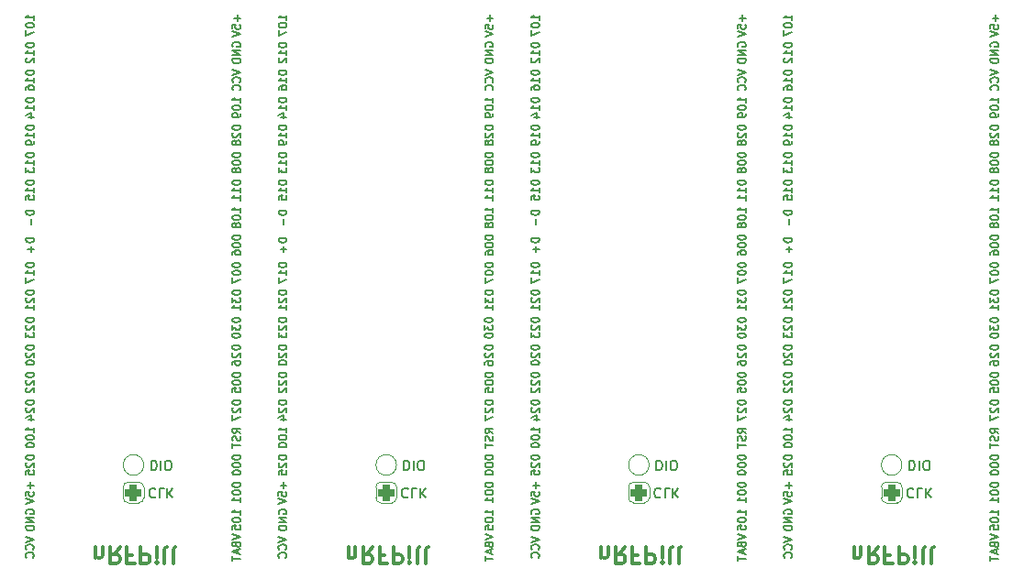
<source format=gbr>
G04 #@! TF.GenerationSoftware,KiCad,Pcbnew,(6.0.6)*
G04 #@! TF.CreationDate,2022-08-01T11:49:19+07:00*
G04 #@! TF.ProjectId,nRFpill,6e524670-696c-46c2-9e6b-696361645f70,rev?*
G04 #@! TF.SameCoordinates,Original*
G04 #@! TF.FileFunction,Legend,Bot*
G04 #@! TF.FilePolarity,Positive*
%FSLAX46Y46*%
G04 Gerber Fmt 4.6, Leading zero omitted, Abs format (unit mm)*
G04 Created by KiCad (PCBNEW (6.0.6)) date 2022-08-01 11:49:19*
%MOMM*%
%LPD*%
G01*
G04 APERTURE LIST*
G04 Aperture macros list*
%AMRoundRect*
0 Rectangle with rounded corners*
0 $1 Rounding radius*
0 $2 $3 $4 $5 $6 $7 $8 $9 X,Y pos of 4 corners*
0 Add a 4 corners polygon primitive as box body*
4,1,4,$2,$3,$4,$5,$6,$7,$8,$9,$2,$3,0*
0 Add four circle primitives for the rounded corners*
1,1,$1+$1,$2,$3*
1,1,$1+$1,$4,$5*
1,1,$1+$1,$6,$7*
1,1,$1+$1,$8,$9*
0 Add four rect primitives between the rounded corners*
20,1,$1+$1,$2,$3,$4,$5,0*
20,1,$1+$1,$4,$5,$6,$7,0*
20,1,$1+$1,$6,$7,$8,$9,0*
20,1,$1+$1,$8,$9,$2,$3,0*%
G04 Aperture macros list end*
%ADD10C,0.187500*%
%ADD11C,0.200000*%
%ADD12C,0.375000*%
%ADD13C,0.120000*%
%ADD14C,0.787400*%
%ADD15C,1.700000*%
%ADD16C,0.650000*%
%ADD17O,1.000000X1.600000*%
%ADD18O,1.000000X2.100000*%
%ADD19C,1.500000*%
%ADD20RoundRect,0.375000X0.375000X-0.375000X0.375000X0.375000X-0.375000X0.375000X-0.375000X-0.375000X0*%
G04 APERTURE END LIST*
D10*
X40864285Y-36715000D02*
X40864285Y-36786428D01*
X40900000Y-36857857D01*
X40935714Y-36893571D01*
X41007142Y-36929285D01*
X41150000Y-36965000D01*
X41328571Y-36965000D01*
X41471428Y-36929285D01*
X41542857Y-36893571D01*
X41578571Y-36857857D01*
X41614285Y-36786428D01*
X41614285Y-36715000D01*
X41578571Y-36643571D01*
X41542857Y-36607857D01*
X41471428Y-36572142D01*
X41328571Y-36536428D01*
X41150000Y-36536428D01*
X41007142Y-36572142D01*
X40935714Y-36607857D01*
X40900000Y-36643571D01*
X40864285Y-36715000D01*
X41614285Y-37679285D02*
X41614285Y-37250714D01*
X41614285Y-37465000D02*
X40864285Y-37465000D01*
X40971428Y-37393571D01*
X41042857Y-37322142D01*
X41078571Y-37250714D01*
X41114285Y-38322142D02*
X41614285Y-38322142D01*
X40828571Y-38143571D02*
X41364285Y-37965000D01*
X41364285Y-38429285D01*
X106554285Y-41795000D02*
X106554285Y-41866428D01*
X106590000Y-41937857D01*
X106625714Y-41973571D01*
X106697142Y-42009285D01*
X106840000Y-42045000D01*
X107018571Y-42045000D01*
X107161428Y-42009285D01*
X107232857Y-41973571D01*
X107268571Y-41937857D01*
X107304285Y-41866428D01*
X107304285Y-41795000D01*
X107268571Y-41723571D01*
X107232857Y-41687857D01*
X107161428Y-41652142D01*
X107018571Y-41616428D01*
X106840000Y-41616428D01*
X106697142Y-41652142D01*
X106625714Y-41687857D01*
X106590000Y-41723571D01*
X106554285Y-41795000D01*
X106554285Y-42509285D02*
X106554285Y-42580714D01*
X106590000Y-42652142D01*
X106625714Y-42687857D01*
X106697142Y-42723571D01*
X106840000Y-42759285D01*
X107018571Y-42759285D01*
X107161428Y-42723571D01*
X107232857Y-42687857D01*
X107268571Y-42652142D01*
X107304285Y-42580714D01*
X107304285Y-42509285D01*
X107268571Y-42437857D01*
X107232857Y-42402142D01*
X107161428Y-42366428D01*
X107018571Y-42330714D01*
X106840000Y-42330714D01*
X106697142Y-42366428D01*
X106625714Y-42402142D01*
X106590000Y-42437857D01*
X106554285Y-42509285D01*
X106875714Y-43187857D02*
X106840000Y-43116428D01*
X106804285Y-43080714D01*
X106732857Y-43045000D01*
X106697142Y-43045000D01*
X106625714Y-43080714D01*
X106590000Y-43116428D01*
X106554285Y-43187857D01*
X106554285Y-43330714D01*
X106590000Y-43402142D01*
X106625714Y-43437857D01*
X106697142Y-43473571D01*
X106732857Y-43473571D01*
X106804285Y-43437857D01*
X106840000Y-43402142D01*
X106875714Y-43330714D01*
X106875714Y-43187857D01*
X106911428Y-43116428D01*
X106947142Y-43080714D01*
X107018571Y-43045000D01*
X107161428Y-43045000D01*
X107232857Y-43080714D01*
X107268571Y-43116428D01*
X107304285Y-43187857D01*
X107304285Y-43330714D01*
X107268571Y-43402142D01*
X107232857Y-43437857D01*
X107161428Y-43473571D01*
X107018571Y-43473571D01*
X106947142Y-43437857D01*
X106911428Y-43402142D01*
X106875714Y-43330714D01*
X110824285Y-59575000D02*
X110824285Y-59646428D01*
X110860000Y-59717857D01*
X110895714Y-59753571D01*
X110967142Y-59789285D01*
X111110000Y-59825000D01*
X111288571Y-59825000D01*
X111431428Y-59789285D01*
X111502857Y-59753571D01*
X111538571Y-59717857D01*
X111574285Y-59646428D01*
X111574285Y-59575000D01*
X111538571Y-59503571D01*
X111502857Y-59467857D01*
X111431428Y-59432142D01*
X111288571Y-59396428D01*
X111110000Y-59396428D01*
X110967142Y-59432142D01*
X110895714Y-59467857D01*
X110860000Y-59503571D01*
X110824285Y-59575000D01*
X110895714Y-60110714D02*
X110860000Y-60146428D01*
X110824285Y-60217857D01*
X110824285Y-60396428D01*
X110860000Y-60467857D01*
X110895714Y-60503571D01*
X110967142Y-60539285D01*
X111038571Y-60539285D01*
X111145714Y-60503571D01*
X111574285Y-60075000D01*
X111574285Y-60539285D01*
X110824285Y-61003571D02*
X110824285Y-61075000D01*
X110860000Y-61146428D01*
X110895714Y-61182142D01*
X110967142Y-61217857D01*
X111110000Y-61253571D01*
X111288571Y-61253571D01*
X111431428Y-61217857D01*
X111502857Y-61182142D01*
X111538571Y-61146428D01*
X111574285Y-61075000D01*
X111574285Y-61003571D01*
X111538571Y-60932142D01*
X111502857Y-60896428D01*
X111431428Y-60860714D01*
X111288571Y-60825000D01*
X111110000Y-60825000D01*
X110967142Y-60860714D01*
X110895714Y-60896428D01*
X110860000Y-60932142D01*
X110824285Y-61003571D01*
X106590000Y-31813571D02*
X106554285Y-31742142D01*
X106554285Y-31635000D01*
X106590000Y-31527857D01*
X106661428Y-31456428D01*
X106732857Y-31420714D01*
X106875714Y-31385000D01*
X106982857Y-31385000D01*
X107125714Y-31420714D01*
X107197142Y-31456428D01*
X107268571Y-31527857D01*
X107304285Y-31635000D01*
X107304285Y-31706428D01*
X107268571Y-31813571D01*
X107232857Y-31849285D01*
X106982857Y-31849285D01*
X106982857Y-31706428D01*
X107304285Y-32170714D02*
X106554285Y-32170714D01*
X107304285Y-32599285D01*
X106554285Y-32599285D01*
X107304285Y-32956428D02*
X106554285Y-32956428D01*
X106554285Y-33135000D01*
X106590000Y-33242142D01*
X106661428Y-33313571D01*
X106732857Y-33349285D01*
X106875714Y-33385000D01*
X106982857Y-33385000D01*
X107125714Y-33349285D01*
X107197142Y-33313571D01*
X107268571Y-33242142D01*
X107304285Y-33135000D01*
X107304285Y-32956428D01*
X129874285Y-39255000D02*
X129874285Y-39326428D01*
X129910000Y-39397857D01*
X129945714Y-39433571D01*
X130017142Y-39469285D01*
X130160000Y-39505000D01*
X130338571Y-39505000D01*
X130481428Y-39469285D01*
X130552857Y-39433571D01*
X130588571Y-39397857D01*
X130624285Y-39326428D01*
X130624285Y-39255000D01*
X130588571Y-39183571D01*
X130552857Y-39147857D01*
X130481428Y-39112142D01*
X130338571Y-39076428D01*
X130160000Y-39076428D01*
X130017142Y-39112142D01*
X129945714Y-39147857D01*
X129910000Y-39183571D01*
X129874285Y-39255000D01*
X129945714Y-39790714D02*
X129910000Y-39826428D01*
X129874285Y-39897857D01*
X129874285Y-40076428D01*
X129910000Y-40147857D01*
X129945714Y-40183571D01*
X130017142Y-40219285D01*
X130088571Y-40219285D01*
X130195714Y-40183571D01*
X130624285Y-39755000D01*
X130624285Y-40219285D01*
X130195714Y-40647857D02*
X130160000Y-40576428D01*
X130124285Y-40540714D01*
X130052857Y-40505000D01*
X130017142Y-40505000D01*
X129945714Y-40540714D01*
X129910000Y-40576428D01*
X129874285Y-40647857D01*
X129874285Y-40790714D01*
X129910000Y-40862142D01*
X129945714Y-40897857D01*
X130017142Y-40933571D01*
X130052857Y-40933571D01*
X130124285Y-40897857D01*
X130160000Y-40862142D01*
X130195714Y-40790714D01*
X130195714Y-40647857D01*
X130231428Y-40576428D01*
X130267142Y-40540714D01*
X130338571Y-40505000D01*
X130481428Y-40505000D01*
X130552857Y-40540714D01*
X130588571Y-40576428D01*
X130624285Y-40647857D01*
X130624285Y-40790714D01*
X130588571Y-40862142D01*
X130552857Y-40897857D01*
X130481428Y-40933571D01*
X130338571Y-40933571D01*
X130267142Y-40897857D01*
X130231428Y-40862142D01*
X130195714Y-40790714D01*
X59914285Y-72275000D02*
X59914285Y-72346428D01*
X59950000Y-72417857D01*
X59985714Y-72453571D01*
X60057142Y-72489285D01*
X60200000Y-72525000D01*
X60378571Y-72525000D01*
X60521428Y-72489285D01*
X60592857Y-72453571D01*
X60628571Y-72417857D01*
X60664285Y-72346428D01*
X60664285Y-72275000D01*
X60628571Y-72203571D01*
X60592857Y-72167857D01*
X60521428Y-72132142D01*
X60378571Y-72096428D01*
X60200000Y-72096428D01*
X60057142Y-72132142D01*
X59985714Y-72167857D01*
X59950000Y-72203571D01*
X59914285Y-72275000D01*
X59914285Y-72989285D02*
X59914285Y-73060714D01*
X59950000Y-73132142D01*
X59985714Y-73167857D01*
X60057142Y-73203571D01*
X60200000Y-73239285D01*
X60378571Y-73239285D01*
X60521428Y-73203571D01*
X60592857Y-73167857D01*
X60628571Y-73132142D01*
X60664285Y-73060714D01*
X60664285Y-72989285D01*
X60628571Y-72917857D01*
X60592857Y-72882142D01*
X60521428Y-72846428D01*
X60378571Y-72810714D01*
X60200000Y-72810714D01*
X60057142Y-72846428D01*
X59985714Y-72882142D01*
X59950000Y-72917857D01*
X59914285Y-72989285D01*
X60664285Y-73953571D02*
X60664285Y-73525000D01*
X60664285Y-73739285D02*
X59914285Y-73739285D01*
X60021428Y-73667857D01*
X60092857Y-73596428D01*
X60128571Y-73525000D01*
X64934285Y-67445000D02*
X64934285Y-67016428D01*
X64934285Y-67230714D02*
X64184285Y-67230714D01*
X64291428Y-67159285D01*
X64362857Y-67087857D01*
X64398571Y-67016428D01*
X64184285Y-67909285D02*
X64184285Y-67980714D01*
X64220000Y-68052142D01*
X64255714Y-68087857D01*
X64327142Y-68123571D01*
X64470000Y-68159285D01*
X64648571Y-68159285D01*
X64791428Y-68123571D01*
X64862857Y-68087857D01*
X64898571Y-68052142D01*
X64934285Y-67980714D01*
X64934285Y-67909285D01*
X64898571Y-67837857D01*
X64862857Y-67802142D01*
X64791428Y-67766428D01*
X64648571Y-67730714D01*
X64470000Y-67730714D01*
X64327142Y-67766428D01*
X64255714Y-67802142D01*
X64220000Y-67837857D01*
X64184285Y-67909285D01*
X64184285Y-68623571D02*
X64184285Y-68695000D01*
X64220000Y-68766428D01*
X64255714Y-68802142D01*
X64327142Y-68837857D01*
X64470000Y-68873571D01*
X64648571Y-68873571D01*
X64791428Y-68837857D01*
X64862857Y-68802142D01*
X64898571Y-68766428D01*
X64934285Y-68695000D01*
X64934285Y-68623571D01*
X64898571Y-68552142D01*
X64862857Y-68516428D01*
X64791428Y-68480714D01*
X64648571Y-68445000D01*
X64470000Y-68445000D01*
X64327142Y-68480714D01*
X64255714Y-68516428D01*
X64220000Y-68552142D01*
X64184285Y-68623571D01*
X83234285Y-72275000D02*
X83234285Y-72346428D01*
X83270000Y-72417857D01*
X83305714Y-72453571D01*
X83377142Y-72489285D01*
X83520000Y-72525000D01*
X83698571Y-72525000D01*
X83841428Y-72489285D01*
X83912857Y-72453571D01*
X83948571Y-72417857D01*
X83984285Y-72346428D01*
X83984285Y-72275000D01*
X83948571Y-72203571D01*
X83912857Y-72167857D01*
X83841428Y-72132142D01*
X83698571Y-72096428D01*
X83520000Y-72096428D01*
X83377142Y-72132142D01*
X83305714Y-72167857D01*
X83270000Y-72203571D01*
X83234285Y-72275000D01*
X83234285Y-72989285D02*
X83234285Y-73060714D01*
X83270000Y-73132142D01*
X83305714Y-73167857D01*
X83377142Y-73203571D01*
X83520000Y-73239285D01*
X83698571Y-73239285D01*
X83841428Y-73203571D01*
X83912857Y-73167857D01*
X83948571Y-73132142D01*
X83984285Y-73060714D01*
X83984285Y-72989285D01*
X83948571Y-72917857D01*
X83912857Y-72882142D01*
X83841428Y-72846428D01*
X83698571Y-72810714D01*
X83520000Y-72810714D01*
X83377142Y-72846428D01*
X83305714Y-72882142D01*
X83270000Y-72917857D01*
X83234285Y-72989285D01*
X83984285Y-73953571D02*
X83984285Y-73525000D01*
X83984285Y-73739285D02*
X83234285Y-73739285D01*
X83341428Y-73667857D01*
X83412857Y-73596428D01*
X83448571Y-73525000D01*
X59950000Y-31813571D02*
X59914285Y-31742142D01*
X59914285Y-31635000D01*
X59950000Y-31527857D01*
X60021428Y-31456428D01*
X60092857Y-31420714D01*
X60235714Y-31385000D01*
X60342857Y-31385000D01*
X60485714Y-31420714D01*
X60557142Y-31456428D01*
X60628571Y-31527857D01*
X60664285Y-31635000D01*
X60664285Y-31706428D01*
X60628571Y-31813571D01*
X60592857Y-31849285D01*
X60342857Y-31849285D01*
X60342857Y-31706428D01*
X60664285Y-32170714D02*
X59914285Y-32170714D01*
X60664285Y-32599285D01*
X59914285Y-32599285D01*
X60664285Y-32956428D02*
X59914285Y-32956428D01*
X59914285Y-33135000D01*
X59950000Y-33242142D01*
X60021428Y-33313571D01*
X60092857Y-33349285D01*
X60235714Y-33385000D01*
X60342857Y-33385000D01*
X60485714Y-33349285D01*
X60557142Y-33313571D01*
X60628571Y-33242142D01*
X60664285Y-33135000D01*
X60664285Y-32956428D01*
X110824285Y-34175000D02*
X110824285Y-34246428D01*
X110860000Y-34317857D01*
X110895714Y-34353571D01*
X110967142Y-34389285D01*
X111110000Y-34425000D01*
X111288571Y-34425000D01*
X111431428Y-34389285D01*
X111502857Y-34353571D01*
X111538571Y-34317857D01*
X111574285Y-34246428D01*
X111574285Y-34175000D01*
X111538571Y-34103571D01*
X111502857Y-34067857D01*
X111431428Y-34032142D01*
X111288571Y-33996428D01*
X111110000Y-33996428D01*
X110967142Y-34032142D01*
X110895714Y-34067857D01*
X110860000Y-34103571D01*
X110824285Y-34175000D01*
X111574285Y-35139285D02*
X111574285Y-34710714D01*
X111574285Y-34925000D02*
X110824285Y-34925000D01*
X110931428Y-34853571D01*
X111002857Y-34782142D01*
X111038571Y-34710714D01*
X110824285Y-35782142D02*
X110824285Y-35639285D01*
X110860000Y-35567857D01*
X110895714Y-35532142D01*
X111002857Y-35460714D01*
X111145714Y-35425000D01*
X111431428Y-35425000D01*
X111502857Y-35460714D01*
X111538571Y-35496428D01*
X111574285Y-35567857D01*
X111574285Y-35710714D01*
X111538571Y-35782142D01*
X111502857Y-35817857D01*
X111431428Y-35853571D01*
X111252857Y-35853571D01*
X111181428Y-35817857D01*
X111145714Y-35782142D01*
X111110000Y-35710714D01*
X111110000Y-35567857D01*
X111145714Y-35496428D01*
X111181428Y-35460714D01*
X111252857Y-35425000D01*
X83234285Y-41795000D02*
X83234285Y-41866428D01*
X83270000Y-41937857D01*
X83305714Y-41973571D01*
X83377142Y-42009285D01*
X83520000Y-42045000D01*
X83698571Y-42045000D01*
X83841428Y-42009285D01*
X83912857Y-41973571D01*
X83948571Y-41937857D01*
X83984285Y-41866428D01*
X83984285Y-41795000D01*
X83948571Y-41723571D01*
X83912857Y-41687857D01*
X83841428Y-41652142D01*
X83698571Y-41616428D01*
X83520000Y-41616428D01*
X83377142Y-41652142D01*
X83305714Y-41687857D01*
X83270000Y-41723571D01*
X83234285Y-41795000D01*
X83234285Y-42509285D02*
X83234285Y-42580714D01*
X83270000Y-42652142D01*
X83305714Y-42687857D01*
X83377142Y-42723571D01*
X83520000Y-42759285D01*
X83698571Y-42759285D01*
X83841428Y-42723571D01*
X83912857Y-42687857D01*
X83948571Y-42652142D01*
X83984285Y-42580714D01*
X83984285Y-42509285D01*
X83948571Y-42437857D01*
X83912857Y-42402142D01*
X83841428Y-42366428D01*
X83698571Y-42330714D01*
X83520000Y-42330714D01*
X83377142Y-42366428D01*
X83305714Y-42402142D01*
X83270000Y-42437857D01*
X83234285Y-42509285D01*
X83555714Y-43187857D02*
X83520000Y-43116428D01*
X83484285Y-43080714D01*
X83412857Y-43045000D01*
X83377142Y-43045000D01*
X83305714Y-43080714D01*
X83270000Y-43116428D01*
X83234285Y-43187857D01*
X83234285Y-43330714D01*
X83270000Y-43402142D01*
X83305714Y-43437857D01*
X83377142Y-43473571D01*
X83412857Y-43473571D01*
X83484285Y-43437857D01*
X83520000Y-43402142D01*
X83555714Y-43330714D01*
X83555714Y-43187857D01*
X83591428Y-43116428D01*
X83627142Y-43080714D01*
X83698571Y-43045000D01*
X83841428Y-43045000D01*
X83912857Y-43080714D01*
X83948571Y-43116428D01*
X83984285Y-43187857D01*
X83984285Y-43330714D01*
X83948571Y-43402142D01*
X83912857Y-43437857D01*
X83841428Y-43473571D01*
X83698571Y-43473571D01*
X83627142Y-43437857D01*
X83591428Y-43402142D01*
X83555714Y-43330714D01*
X83234285Y-51965154D02*
X83234285Y-52036582D01*
X83270000Y-52108011D01*
X83305714Y-52143725D01*
X83377142Y-52179439D01*
X83520000Y-52215154D01*
X83698571Y-52215154D01*
X83841428Y-52179439D01*
X83912857Y-52143725D01*
X83948571Y-52108011D01*
X83984285Y-52036582D01*
X83984285Y-51965154D01*
X83948571Y-51893725D01*
X83912857Y-51858011D01*
X83841428Y-51822296D01*
X83698571Y-51786582D01*
X83520000Y-51786582D01*
X83377142Y-51822296D01*
X83305714Y-51858011D01*
X83270000Y-51893725D01*
X83234285Y-51965154D01*
X83234285Y-52679439D02*
X83234285Y-52750868D01*
X83270000Y-52822296D01*
X83305714Y-52858011D01*
X83377142Y-52893725D01*
X83520000Y-52929439D01*
X83698571Y-52929439D01*
X83841428Y-52893725D01*
X83912857Y-52858011D01*
X83948571Y-52822296D01*
X83984285Y-52750868D01*
X83984285Y-52679439D01*
X83948571Y-52608011D01*
X83912857Y-52572296D01*
X83841428Y-52536582D01*
X83698571Y-52500868D01*
X83520000Y-52500868D01*
X83377142Y-52536582D01*
X83305714Y-52572296D01*
X83270000Y-52608011D01*
X83234285Y-52679439D01*
X83234285Y-53179439D02*
X83234285Y-53679439D01*
X83984285Y-53358011D01*
X129862588Y-59583014D02*
X129862588Y-59654442D01*
X129898303Y-59725871D01*
X129934017Y-59761585D01*
X130005445Y-59797299D01*
X130148303Y-59833014D01*
X130326874Y-59833014D01*
X130469731Y-59797299D01*
X130541160Y-59761585D01*
X130576874Y-59725871D01*
X130612588Y-59654442D01*
X130612588Y-59583014D01*
X130576874Y-59511585D01*
X130541160Y-59475871D01*
X130469731Y-59440156D01*
X130326874Y-59404442D01*
X130148303Y-59404442D01*
X130005445Y-59440156D01*
X129934017Y-59475871D01*
X129898303Y-59511585D01*
X129862588Y-59583014D01*
X129934017Y-60118728D02*
X129898303Y-60154442D01*
X129862588Y-60225871D01*
X129862588Y-60404442D01*
X129898303Y-60475871D01*
X129934017Y-60511585D01*
X130005445Y-60547299D01*
X130076874Y-60547299D01*
X130184017Y-60511585D01*
X130612588Y-60083014D01*
X130612588Y-60547299D01*
X129862588Y-61190156D02*
X129862588Y-61047299D01*
X129898303Y-60975871D01*
X129934017Y-60940156D01*
X130041160Y-60868728D01*
X130184017Y-60833014D01*
X130469731Y-60833014D01*
X130541160Y-60868728D01*
X130576874Y-60904442D01*
X130612588Y-60975871D01*
X130612588Y-61118728D01*
X130576874Y-61190156D01*
X130541160Y-61225871D01*
X130469731Y-61261585D01*
X130291160Y-61261585D01*
X130219731Y-61225871D01*
X130184017Y-61190156D01*
X130148303Y-61118728D01*
X130148303Y-60975871D01*
X130184017Y-60904442D01*
X130219731Y-60868728D01*
X130291160Y-60833014D01*
X40864285Y-69735000D02*
X40864285Y-69806428D01*
X40900000Y-69877857D01*
X40935714Y-69913571D01*
X41007142Y-69949285D01*
X41150000Y-69985000D01*
X41328571Y-69985000D01*
X41471428Y-69949285D01*
X41542857Y-69913571D01*
X41578571Y-69877857D01*
X41614285Y-69806428D01*
X41614285Y-69735000D01*
X41578571Y-69663571D01*
X41542857Y-69627857D01*
X41471428Y-69592142D01*
X41328571Y-69556428D01*
X41150000Y-69556428D01*
X41007142Y-69592142D01*
X40935714Y-69627857D01*
X40900000Y-69663571D01*
X40864285Y-69735000D01*
X40935714Y-70270714D02*
X40900000Y-70306428D01*
X40864285Y-70377857D01*
X40864285Y-70556428D01*
X40900000Y-70627857D01*
X40935714Y-70663571D01*
X41007142Y-70699285D01*
X41078571Y-70699285D01*
X41185714Y-70663571D01*
X41614285Y-70235000D01*
X41614285Y-70699285D01*
X40864285Y-71377857D02*
X40864285Y-71020714D01*
X41221428Y-70985000D01*
X41185714Y-71020714D01*
X41150000Y-71092142D01*
X41150000Y-71270714D01*
X41185714Y-71342142D01*
X41221428Y-71377857D01*
X41292857Y-71413571D01*
X41471428Y-71413571D01*
X41542857Y-71377857D01*
X41578571Y-71342142D01*
X41614285Y-71270714D01*
X41614285Y-71092142D01*
X41578571Y-71020714D01*
X41542857Y-70985000D01*
X130624285Y-36965000D02*
X130624285Y-36536428D01*
X130624285Y-36750714D02*
X129874285Y-36750714D01*
X129981428Y-36679285D01*
X130052857Y-36607857D01*
X130088571Y-36536428D01*
X129874285Y-37429285D02*
X129874285Y-37500714D01*
X129910000Y-37572142D01*
X129945714Y-37607857D01*
X130017142Y-37643571D01*
X130160000Y-37679285D01*
X130338571Y-37679285D01*
X130481428Y-37643571D01*
X130552857Y-37607857D01*
X130588571Y-37572142D01*
X130624285Y-37500714D01*
X130624285Y-37429285D01*
X130588571Y-37357857D01*
X130552857Y-37322142D01*
X130481428Y-37286428D01*
X130338571Y-37250714D01*
X130160000Y-37250714D01*
X130017142Y-37286428D01*
X129945714Y-37322142D01*
X129910000Y-37357857D01*
X129874285Y-37429285D01*
X130624285Y-38036428D02*
X130624285Y-38179285D01*
X130588571Y-38250714D01*
X130552857Y-38286428D01*
X130445714Y-38357857D01*
X130302857Y-38393571D01*
X130017142Y-38393571D01*
X129945714Y-38357857D01*
X129910000Y-38322142D01*
X129874285Y-38250714D01*
X129874285Y-38107857D01*
X129910000Y-38036428D01*
X129945714Y-38000714D01*
X130017142Y-37965000D01*
X130195714Y-37965000D01*
X130267142Y-38000714D01*
X130302857Y-38036428D01*
X130338571Y-38107857D01*
X130338571Y-38250714D01*
X130302857Y-38322142D01*
X130267142Y-38357857D01*
X130195714Y-38393571D01*
X59914285Y-54495000D02*
X59914285Y-54566428D01*
X59950000Y-54637857D01*
X59985714Y-54673571D01*
X60057142Y-54709285D01*
X60200000Y-54745000D01*
X60378571Y-54745000D01*
X60521428Y-54709285D01*
X60592857Y-54673571D01*
X60628571Y-54637857D01*
X60664285Y-54566428D01*
X60664285Y-54495000D01*
X60628571Y-54423571D01*
X60592857Y-54387857D01*
X60521428Y-54352142D01*
X60378571Y-54316428D01*
X60200000Y-54316428D01*
X60057142Y-54352142D01*
X59985714Y-54387857D01*
X59950000Y-54423571D01*
X59914285Y-54495000D01*
X59914285Y-54995000D02*
X59914285Y-55459285D01*
X60200000Y-55209285D01*
X60200000Y-55316428D01*
X60235714Y-55387857D01*
X60271428Y-55423571D01*
X60342857Y-55459285D01*
X60521428Y-55459285D01*
X60592857Y-55423571D01*
X60628571Y-55387857D01*
X60664285Y-55316428D01*
X60664285Y-55102142D01*
X60628571Y-55030714D01*
X60592857Y-54995000D01*
X60664285Y-56173571D02*
X60664285Y-55745000D01*
X60664285Y-55959285D02*
X59914285Y-55959285D01*
X60021428Y-55887857D01*
X60092857Y-55816428D01*
X60128571Y-55745000D01*
X129862588Y-57044855D02*
X129862588Y-57116283D01*
X129898303Y-57187712D01*
X129934017Y-57223426D01*
X130005445Y-57259140D01*
X130148303Y-57294855D01*
X130326874Y-57294855D01*
X130469731Y-57259140D01*
X130541160Y-57223426D01*
X130576874Y-57187712D01*
X130612588Y-57116283D01*
X130612588Y-57044855D01*
X130576874Y-56973426D01*
X130541160Y-56937712D01*
X130469731Y-56901997D01*
X130326874Y-56866283D01*
X130148303Y-56866283D01*
X130005445Y-56901997D01*
X129934017Y-56937712D01*
X129898303Y-56973426D01*
X129862588Y-57044855D01*
X129862588Y-57544855D02*
X129862588Y-58009140D01*
X130148303Y-57759140D01*
X130148303Y-57866283D01*
X130184017Y-57937712D01*
X130219731Y-57973426D01*
X130291160Y-58009140D01*
X130469731Y-58009140D01*
X130541160Y-57973426D01*
X130576874Y-57937712D01*
X130612588Y-57866283D01*
X130612588Y-57651997D01*
X130576874Y-57580569D01*
X130541160Y-57544855D01*
X129862588Y-58473426D02*
X129862588Y-58544855D01*
X129898303Y-58616283D01*
X129934017Y-58651997D01*
X130005445Y-58687712D01*
X130148303Y-58723426D01*
X130326874Y-58723426D01*
X130469731Y-58687712D01*
X130541160Y-58651997D01*
X130576874Y-58616283D01*
X130612588Y-58544855D01*
X130612588Y-58473426D01*
X130576874Y-58401997D01*
X130541160Y-58366283D01*
X130469731Y-58330569D01*
X130326874Y-58294855D01*
X130148303Y-58294855D01*
X130005445Y-58330569D01*
X129934017Y-58366283D01*
X129898303Y-58401997D01*
X129862588Y-58473426D01*
X64934285Y-29345000D02*
X64934285Y-28916428D01*
X64934285Y-29130714D02*
X64184285Y-29130714D01*
X64291428Y-29059285D01*
X64362857Y-28987857D01*
X64398571Y-28916428D01*
X64184285Y-29809285D02*
X64184285Y-29880714D01*
X64220000Y-29952142D01*
X64255714Y-29987857D01*
X64327142Y-30023571D01*
X64470000Y-30059285D01*
X64648571Y-30059285D01*
X64791428Y-30023571D01*
X64862857Y-29987857D01*
X64898571Y-29952142D01*
X64934285Y-29880714D01*
X64934285Y-29809285D01*
X64898571Y-29737857D01*
X64862857Y-29702142D01*
X64791428Y-29666428D01*
X64648571Y-29630714D01*
X64470000Y-29630714D01*
X64327142Y-29666428D01*
X64255714Y-29702142D01*
X64220000Y-29737857D01*
X64184285Y-29809285D01*
X64184285Y-30309285D02*
X64184285Y-30809285D01*
X64934285Y-30487857D01*
X130338571Y-28880714D02*
X130338571Y-29452142D01*
X130624285Y-29166428D02*
X130052857Y-29166428D01*
X129874285Y-30166428D02*
X129874285Y-29809285D01*
X130231428Y-29773571D01*
X130195714Y-29809285D01*
X130160000Y-29880714D01*
X130160000Y-30059285D01*
X130195714Y-30130714D01*
X130231428Y-30166428D01*
X130302857Y-30202142D01*
X130481428Y-30202142D01*
X130552857Y-30166428D01*
X130588571Y-30130714D01*
X130624285Y-30059285D01*
X130624285Y-29880714D01*
X130588571Y-29809285D01*
X130552857Y-29773571D01*
X129874285Y-30416428D02*
X130624285Y-30666428D01*
X129874285Y-30916428D01*
D11*
X76124285Y-72703571D02*
X76081428Y-72660714D01*
X75952857Y-72617857D01*
X75867142Y-72617857D01*
X75738571Y-72660714D01*
X75652857Y-72746428D01*
X75610000Y-72832142D01*
X75567142Y-73003571D01*
X75567142Y-73132142D01*
X75610000Y-73303571D01*
X75652857Y-73389285D01*
X75738571Y-73475000D01*
X75867142Y-73517857D01*
X75952857Y-73517857D01*
X76081428Y-73475000D01*
X76124285Y-73432142D01*
X76938571Y-72617857D02*
X76510000Y-72617857D01*
X76510000Y-73517857D01*
X77238571Y-72617857D02*
X77238571Y-73517857D01*
X77752857Y-72617857D02*
X77367142Y-73132142D01*
X77752857Y-73517857D02*
X77238571Y-73003571D01*
D10*
X83234285Y-69735000D02*
X83234285Y-69806428D01*
X83270000Y-69877857D01*
X83305714Y-69913571D01*
X83377142Y-69949285D01*
X83520000Y-69985000D01*
X83698571Y-69985000D01*
X83841428Y-69949285D01*
X83912857Y-69913571D01*
X83948571Y-69877857D01*
X83984285Y-69806428D01*
X83984285Y-69735000D01*
X83948571Y-69663571D01*
X83912857Y-69627857D01*
X83841428Y-69592142D01*
X83698571Y-69556428D01*
X83520000Y-69556428D01*
X83377142Y-69592142D01*
X83305714Y-69627857D01*
X83270000Y-69663571D01*
X83234285Y-69735000D01*
X83234285Y-70449285D02*
X83234285Y-70520714D01*
X83270000Y-70592142D01*
X83305714Y-70627857D01*
X83377142Y-70663571D01*
X83520000Y-70699285D01*
X83698571Y-70699285D01*
X83841428Y-70663571D01*
X83912857Y-70627857D01*
X83948571Y-70592142D01*
X83984285Y-70520714D01*
X83984285Y-70449285D01*
X83948571Y-70377857D01*
X83912857Y-70342142D01*
X83841428Y-70306428D01*
X83698571Y-70270714D01*
X83520000Y-70270714D01*
X83377142Y-70306428D01*
X83305714Y-70342142D01*
X83270000Y-70377857D01*
X83234285Y-70449285D01*
X83234285Y-71163571D02*
X83234285Y-71235000D01*
X83270000Y-71306428D01*
X83305714Y-71342142D01*
X83377142Y-71377857D01*
X83520000Y-71413571D01*
X83698571Y-71413571D01*
X83841428Y-71377857D01*
X83912857Y-71342142D01*
X83948571Y-71306428D01*
X83984285Y-71235000D01*
X83984285Y-71163571D01*
X83948571Y-71092142D01*
X83912857Y-71056428D01*
X83841428Y-71020714D01*
X83698571Y-70985000D01*
X83520000Y-70985000D01*
X83377142Y-71020714D01*
X83305714Y-71056428D01*
X83270000Y-71092142D01*
X83234285Y-71163571D01*
X129874285Y-41795000D02*
X129874285Y-41866428D01*
X129910000Y-41937857D01*
X129945714Y-41973571D01*
X130017142Y-42009285D01*
X130160000Y-42045000D01*
X130338571Y-42045000D01*
X130481428Y-42009285D01*
X130552857Y-41973571D01*
X130588571Y-41937857D01*
X130624285Y-41866428D01*
X130624285Y-41795000D01*
X130588571Y-41723571D01*
X130552857Y-41687857D01*
X130481428Y-41652142D01*
X130338571Y-41616428D01*
X130160000Y-41616428D01*
X130017142Y-41652142D01*
X129945714Y-41687857D01*
X129910000Y-41723571D01*
X129874285Y-41795000D01*
X129874285Y-42509285D02*
X129874285Y-42580714D01*
X129910000Y-42652142D01*
X129945714Y-42687857D01*
X130017142Y-42723571D01*
X130160000Y-42759285D01*
X130338571Y-42759285D01*
X130481428Y-42723571D01*
X130552857Y-42687857D01*
X130588571Y-42652142D01*
X130624285Y-42580714D01*
X130624285Y-42509285D01*
X130588571Y-42437857D01*
X130552857Y-42402142D01*
X130481428Y-42366428D01*
X130338571Y-42330714D01*
X130160000Y-42330714D01*
X130017142Y-42366428D01*
X129945714Y-42402142D01*
X129910000Y-42437857D01*
X129874285Y-42509285D01*
X130195714Y-43187857D02*
X130160000Y-43116428D01*
X130124285Y-43080714D01*
X130052857Y-43045000D01*
X130017142Y-43045000D01*
X129945714Y-43080714D01*
X129910000Y-43116428D01*
X129874285Y-43187857D01*
X129874285Y-43330714D01*
X129910000Y-43402142D01*
X129945714Y-43437857D01*
X130017142Y-43473571D01*
X130052857Y-43473571D01*
X130124285Y-43437857D01*
X130160000Y-43402142D01*
X130195714Y-43330714D01*
X130195714Y-43187857D01*
X130231428Y-43116428D01*
X130267142Y-43080714D01*
X130338571Y-43045000D01*
X130481428Y-43045000D01*
X130552857Y-43080714D01*
X130588571Y-43116428D01*
X130624285Y-43187857D01*
X130624285Y-43330714D01*
X130588571Y-43402142D01*
X130552857Y-43437857D01*
X130481428Y-43473571D01*
X130338571Y-43473571D01*
X130267142Y-43437857D01*
X130231428Y-43402142D01*
X130195714Y-43330714D01*
X64176487Y-77107058D02*
X64926487Y-77357058D01*
X64176487Y-77607058D01*
X64855059Y-78285629D02*
X64890773Y-78249915D01*
X64926487Y-78142772D01*
X64926487Y-78071343D01*
X64890773Y-77964200D01*
X64819344Y-77892772D01*
X64747916Y-77857058D01*
X64605059Y-77821343D01*
X64497916Y-77821343D01*
X64355059Y-77857058D01*
X64283630Y-77892772D01*
X64212202Y-77964200D01*
X64176487Y-78071343D01*
X64176487Y-78142772D01*
X64212202Y-78249915D01*
X64247916Y-78285629D01*
X64855059Y-79035629D02*
X64890773Y-78999915D01*
X64926487Y-78892772D01*
X64926487Y-78821343D01*
X64890773Y-78714200D01*
X64819344Y-78642772D01*
X64747916Y-78607058D01*
X64605059Y-78571343D01*
X64497916Y-78571343D01*
X64355059Y-78607058D01*
X64283630Y-78642772D01*
X64212202Y-78714200D01*
X64176487Y-78821343D01*
X64176487Y-78892772D01*
X64212202Y-78999915D01*
X64247916Y-79035629D01*
X64184285Y-36715000D02*
X64184285Y-36786428D01*
X64220000Y-36857857D01*
X64255714Y-36893571D01*
X64327142Y-36929285D01*
X64470000Y-36965000D01*
X64648571Y-36965000D01*
X64791428Y-36929285D01*
X64862857Y-36893571D01*
X64898571Y-36857857D01*
X64934285Y-36786428D01*
X64934285Y-36715000D01*
X64898571Y-36643571D01*
X64862857Y-36607857D01*
X64791428Y-36572142D01*
X64648571Y-36536428D01*
X64470000Y-36536428D01*
X64327142Y-36572142D01*
X64255714Y-36607857D01*
X64220000Y-36643571D01*
X64184285Y-36715000D01*
X64934285Y-37679285D02*
X64934285Y-37250714D01*
X64934285Y-37465000D02*
X64184285Y-37465000D01*
X64291428Y-37393571D01*
X64362857Y-37322142D01*
X64398571Y-37250714D01*
X64434285Y-38322142D02*
X64934285Y-38322142D01*
X64148571Y-38143571D02*
X64684285Y-37965000D01*
X64684285Y-38429285D01*
X107304285Y-67534285D02*
X106947142Y-67284285D01*
X107304285Y-67105714D02*
X106554285Y-67105714D01*
X106554285Y-67391428D01*
X106590000Y-67462857D01*
X106625714Y-67498571D01*
X106697142Y-67534285D01*
X106804285Y-67534285D01*
X106875714Y-67498571D01*
X106911428Y-67462857D01*
X106947142Y-67391428D01*
X106947142Y-67105714D01*
X107268571Y-67820000D02*
X107304285Y-67927142D01*
X107304285Y-68105714D01*
X107268571Y-68177142D01*
X107232857Y-68212857D01*
X107161428Y-68248571D01*
X107090000Y-68248571D01*
X107018571Y-68212857D01*
X106982857Y-68177142D01*
X106947142Y-68105714D01*
X106911428Y-67962857D01*
X106875714Y-67891428D01*
X106840000Y-67855714D01*
X106768571Y-67820000D01*
X106697142Y-67820000D01*
X106625714Y-67855714D01*
X106590000Y-67891428D01*
X106554285Y-67962857D01*
X106554285Y-68141428D01*
X106590000Y-68248571D01*
X106554285Y-68462857D02*
X106554285Y-68891428D01*
X107304285Y-68677142D02*
X106554285Y-68677142D01*
X106554285Y-62115000D02*
X106554285Y-62186428D01*
X106590000Y-62257857D01*
X106625714Y-62293571D01*
X106697142Y-62329285D01*
X106840000Y-62365000D01*
X107018571Y-62365000D01*
X107161428Y-62329285D01*
X107232857Y-62293571D01*
X107268571Y-62257857D01*
X107304285Y-62186428D01*
X107304285Y-62115000D01*
X107268571Y-62043571D01*
X107232857Y-62007857D01*
X107161428Y-61972142D01*
X107018571Y-61936428D01*
X106840000Y-61936428D01*
X106697142Y-61972142D01*
X106625714Y-62007857D01*
X106590000Y-62043571D01*
X106554285Y-62115000D01*
X106554285Y-62829285D02*
X106554285Y-62900714D01*
X106590000Y-62972142D01*
X106625714Y-63007857D01*
X106697142Y-63043571D01*
X106840000Y-63079285D01*
X107018571Y-63079285D01*
X107161428Y-63043571D01*
X107232857Y-63007857D01*
X107268571Y-62972142D01*
X107304285Y-62900714D01*
X107304285Y-62829285D01*
X107268571Y-62757857D01*
X107232857Y-62722142D01*
X107161428Y-62686428D01*
X107018571Y-62650714D01*
X106840000Y-62650714D01*
X106697142Y-62686428D01*
X106625714Y-62722142D01*
X106590000Y-62757857D01*
X106554285Y-62829285D01*
X106554285Y-63757857D02*
X106554285Y-63400714D01*
X106911428Y-63365000D01*
X106875714Y-63400714D01*
X106840000Y-63472142D01*
X106840000Y-63650714D01*
X106875714Y-63722142D01*
X106911428Y-63757857D01*
X106982857Y-63793571D01*
X107161428Y-63793571D01*
X107232857Y-63757857D01*
X107268571Y-63722142D01*
X107304285Y-63650714D01*
X107304285Y-63472142D01*
X107268571Y-63400714D01*
X107232857Y-63365000D01*
X64184285Y-57035000D02*
X64184285Y-57106428D01*
X64220000Y-57177857D01*
X64255714Y-57213571D01*
X64327142Y-57249285D01*
X64470000Y-57285000D01*
X64648571Y-57285000D01*
X64791428Y-57249285D01*
X64862857Y-57213571D01*
X64898571Y-57177857D01*
X64934285Y-57106428D01*
X64934285Y-57035000D01*
X64898571Y-56963571D01*
X64862857Y-56927857D01*
X64791428Y-56892142D01*
X64648571Y-56856428D01*
X64470000Y-56856428D01*
X64327142Y-56892142D01*
X64255714Y-56927857D01*
X64220000Y-56963571D01*
X64184285Y-57035000D01*
X64255714Y-57570714D02*
X64220000Y-57606428D01*
X64184285Y-57677857D01*
X64184285Y-57856428D01*
X64220000Y-57927857D01*
X64255714Y-57963571D01*
X64327142Y-57999285D01*
X64398571Y-57999285D01*
X64505714Y-57963571D01*
X64934285Y-57535000D01*
X64934285Y-57999285D01*
X64184285Y-58249285D02*
X64184285Y-58713571D01*
X64470000Y-58463571D01*
X64470000Y-58570714D01*
X64505714Y-58642142D01*
X64541428Y-58677857D01*
X64612857Y-58713571D01*
X64791428Y-58713571D01*
X64862857Y-58677857D01*
X64898571Y-58642142D01*
X64934285Y-58570714D01*
X64934285Y-58356428D01*
X64898571Y-58285000D01*
X64862857Y-58249285D01*
X83984285Y-47125000D02*
X83984285Y-46696428D01*
X83984285Y-46910714D02*
X83234285Y-46910714D01*
X83341428Y-46839285D01*
X83412857Y-46767857D01*
X83448571Y-46696428D01*
X83234285Y-47589285D02*
X83234285Y-47660714D01*
X83270000Y-47732142D01*
X83305714Y-47767857D01*
X83377142Y-47803571D01*
X83520000Y-47839285D01*
X83698571Y-47839285D01*
X83841428Y-47803571D01*
X83912857Y-47767857D01*
X83948571Y-47732142D01*
X83984285Y-47660714D01*
X83984285Y-47589285D01*
X83948571Y-47517857D01*
X83912857Y-47482142D01*
X83841428Y-47446428D01*
X83698571Y-47410714D01*
X83520000Y-47410714D01*
X83377142Y-47446428D01*
X83305714Y-47482142D01*
X83270000Y-47517857D01*
X83234285Y-47589285D01*
X83555714Y-48267857D02*
X83520000Y-48196428D01*
X83484285Y-48160714D01*
X83412857Y-48125000D01*
X83377142Y-48125000D01*
X83305714Y-48160714D01*
X83270000Y-48196428D01*
X83234285Y-48267857D01*
X83234285Y-48410714D01*
X83270000Y-48482142D01*
X83305714Y-48517857D01*
X83377142Y-48553571D01*
X83412857Y-48553571D01*
X83484285Y-48517857D01*
X83520000Y-48482142D01*
X83555714Y-48410714D01*
X83555714Y-48267857D01*
X83591428Y-48196428D01*
X83627142Y-48160714D01*
X83698571Y-48125000D01*
X83841428Y-48125000D01*
X83912857Y-48160714D01*
X83948571Y-48196428D01*
X83984285Y-48267857D01*
X83984285Y-48410714D01*
X83948571Y-48482142D01*
X83912857Y-48517857D01*
X83841428Y-48553571D01*
X83698571Y-48553571D01*
X83627142Y-48517857D01*
X83591428Y-48482142D01*
X83555714Y-48410714D01*
X64184285Y-41795000D02*
X64184285Y-41866428D01*
X64220000Y-41937857D01*
X64255714Y-41973571D01*
X64327142Y-42009285D01*
X64470000Y-42045000D01*
X64648571Y-42045000D01*
X64791428Y-42009285D01*
X64862857Y-41973571D01*
X64898571Y-41937857D01*
X64934285Y-41866428D01*
X64934285Y-41795000D01*
X64898571Y-41723571D01*
X64862857Y-41687857D01*
X64791428Y-41652142D01*
X64648571Y-41616428D01*
X64470000Y-41616428D01*
X64327142Y-41652142D01*
X64255714Y-41687857D01*
X64220000Y-41723571D01*
X64184285Y-41795000D01*
X64934285Y-42759285D02*
X64934285Y-42330714D01*
X64934285Y-42545000D02*
X64184285Y-42545000D01*
X64291428Y-42473571D01*
X64362857Y-42402142D01*
X64398571Y-42330714D01*
X64184285Y-43009285D02*
X64184285Y-43473571D01*
X64470000Y-43223571D01*
X64470000Y-43330714D01*
X64505714Y-43402142D01*
X64541428Y-43437857D01*
X64612857Y-43473571D01*
X64791428Y-43473571D01*
X64862857Y-43437857D01*
X64898571Y-43402142D01*
X64934285Y-43330714D01*
X64934285Y-43116428D01*
X64898571Y-43045000D01*
X64862857Y-43009285D01*
X83234285Y-64655000D02*
X83234285Y-64726428D01*
X83270000Y-64797857D01*
X83305714Y-64833571D01*
X83377142Y-64869285D01*
X83520000Y-64905000D01*
X83698571Y-64905000D01*
X83841428Y-64869285D01*
X83912857Y-64833571D01*
X83948571Y-64797857D01*
X83984285Y-64726428D01*
X83984285Y-64655000D01*
X83948571Y-64583571D01*
X83912857Y-64547857D01*
X83841428Y-64512142D01*
X83698571Y-64476428D01*
X83520000Y-64476428D01*
X83377142Y-64512142D01*
X83305714Y-64547857D01*
X83270000Y-64583571D01*
X83234285Y-64655000D01*
X83305714Y-65190714D02*
X83270000Y-65226428D01*
X83234285Y-65297857D01*
X83234285Y-65476428D01*
X83270000Y-65547857D01*
X83305714Y-65583571D01*
X83377142Y-65619285D01*
X83448571Y-65619285D01*
X83555714Y-65583571D01*
X83984285Y-65155000D01*
X83984285Y-65619285D01*
X83234285Y-65869285D02*
X83234285Y-66369285D01*
X83984285Y-66047857D01*
X64934285Y-49504285D02*
X64184285Y-49504285D01*
X64184285Y-49682857D01*
X64220000Y-49790000D01*
X64291428Y-49861428D01*
X64362857Y-49897142D01*
X64505714Y-49932857D01*
X64612857Y-49932857D01*
X64755714Y-49897142D01*
X64827142Y-49861428D01*
X64898571Y-49790000D01*
X64934285Y-49682857D01*
X64934285Y-49504285D01*
X64648571Y-50254285D02*
X64648571Y-50825714D01*
X64934285Y-50540000D02*
X64362857Y-50540000D01*
D12*
X117279857Y-79061428D02*
X117279857Y-78061428D01*
X117279857Y-78918571D02*
X117351285Y-78990000D01*
X117494142Y-79061428D01*
X117708428Y-79061428D01*
X117851285Y-78990000D01*
X117922714Y-78847142D01*
X117922714Y-78061428D01*
X119494142Y-78061428D02*
X118994142Y-78775714D01*
X118637000Y-78061428D02*
X118637000Y-79561428D01*
X119208428Y-79561428D01*
X119351285Y-79490000D01*
X119422714Y-79418571D01*
X119494142Y-79275714D01*
X119494142Y-79061428D01*
X119422714Y-78918571D01*
X119351285Y-78847142D01*
X119208428Y-78775714D01*
X118637000Y-78775714D01*
X120637000Y-78847142D02*
X120137000Y-78847142D01*
X120137000Y-78061428D02*
X120137000Y-79561428D01*
X120851285Y-79561428D01*
X121422714Y-78061428D02*
X121422714Y-79561428D01*
X121994142Y-79561428D01*
X122137000Y-79490000D01*
X122208428Y-79418571D01*
X122279857Y-79275714D01*
X122279857Y-79061428D01*
X122208428Y-78918571D01*
X122137000Y-78847142D01*
X121994142Y-78775714D01*
X121422714Y-78775714D01*
X122922714Y-78061428D02*
X122922714Y-79061428D01*
X122922714Y-79561428D02*
X122851285Y-79490000D01*
X122922714Y-79418571D01*
X122994142Y-79490000D01*
X122922714Y-79561428D01*
X122922714Y-79418571D01*
X123851285Y-78061428D02*
X123708428Y-78132857D01*
X123637000Y-78275714D01*
X123637000Y-79561428D01*
X124637000Y-78061428D02*
X124494142Y-78132857D01*
X124422714Y-78275714D01*
X124422714Y-79561428D01*
D10*
X59914285Y-39255000D02*
X59914285Y-39326428D01*
X59950000Y-39397857D01*
X59985714Y-39433571D01*
X60057142Y-39469285D01*
X60200000Y-39505000D01*
X60378571Y-39505000D01*
X60521428Y-39469285D01*
X60592857Y-39433571D01*
X60628571Y-39397857D01*
X60664285Y-39326428D01*
X60664285Y-39255000D01*
X60628571Y-39183571D01*
X60592857Y-39147857D01*
X60521428Y-39112142D01*
X60378571Y-39076428D01*
X60200000Y-39076428D01*
X60057142Y-39112142D01*
X59985714Y-39147857D01*
X59950000Y-39183571D01*
X59914285Y-39255000D01*
X59985714Y-39790714D02*
X59950000Y-39826428D01*
X59914285Y-39897857D01*
X59914285Y-40076428D01*
X59950000Y-40147857D01*
X59985714Y-40183571D01*
X60057142Y-40219285D01*
X60128571Y-40219285D01*
X60235714Y-40183571D01*
X60664285Y-39755000D01*
X60664285Y-40219285D01*
X60235714Y-40647857D02*
X60200000Y-40576428D01*
X60164285Y-40540714D01*
X60092857Y-40505000D01*
X60057142Y-40505000D01*
X59985714Y-40540714D01*
X59950000Y-40576428D01*
X59914285Y-40647857D01*
X59914285Y-40790714D01*
X59950000Y-40862142D01*
X59985714Y-40897857D01*
X60057142Y-40933571D01*
X60092857Y-40933571D01*
X60164285Y-40897857D01*
X60200000Y-40862142D01*
X60235714Y-40790714D01*
X60235714Y-40647857D01*
X60271428Y-40576428D01*
X60307142Y-40540714D01*
X60378571Y-40505000D01*
X60521428Y-40505000D01*
X60592857Y-40540714D01*
X60628571Y-40576428D01*
X60664285Y-40647857D01*
X60664285Y-40790714D01*
X60628571Y-40862142D01*
X60592857Y-40897857D01*
X60521428Y-40933571D01*
X60378571Y-40933571D01*
X60307142Y-40897857D01*
X60271428Y-40862142D01*
X60235714Y-40790714D01*
X83234285Y-54495000D02*
X83234285Y-54566428D01*
X83270000Y-54637857D01*
X83305714Y-54673571D01*
X83377142Y-54709285D01*
X83520000Y-54745000D01*
X83698571Y-54745000D01*
X83841428Y-54709285D01*
X83912857Y-54673571D01*
X83948571Y-54637857D01*
X83984285Y-54566428D01*
X83984285Y-54495000D01*
X83948571Y-54423571D01*
X83912857Y-54387857D01*
X83841428Y-54352142D01*
X83698571Y-54316428D01*
X83520000Y-54316428D01*
X83377142Y-54352142D01*
X83305714Y-54387857D01*
X83270000Y-54423571D01*
X83234285Y-54495000D01*
X83234285Y-54995000D02*
X83234285Y-55459285D01*
X83520000Y-55209285D01*
X83520000Y-55316428D01*
X83555714Y-55387857D01*
X83591428Y-55423571D01*
X83662857Y-55459285D01*
X83841428Y-55459285D01*
X83912857Y-55423571D01*
X83948571Y-55387857D01*
X83984285Y-55316428D01*
X83984285Y-55102142D01*
X83948571Y-55030714D01*
X83912857Y-54995000D01*
X83984285Y-56173571D02*
X83984285Y-55745000D01*
X83984285Y-55959285D02*
X83234285Y-55959285D01*
X83341428Y-55887857D01*
X83412857Y-55816428D01*
X83448571Y-55745000D01*
X40864285Y-34175000D02*
X40864285Y-34246428D01*
X40900000Y-34317857D01*
X40935714Y-34353571D01*
X41007142Y-34389285D01*
X41150000Y-34425000D01*
X41328571Y-34425000D01*
X41471428Y-34389285D01*
X41542857Y-34353571D01*
X41578571Y-34317857D01*
X41614285Y-34246428D01*
X41614285Y-34175000D01*
X41578571Y-34103571D01*
X41542857Y-34067857D01*
X41471428Y-34032142D01*
X41328571Y-33996428D01*
X41150000Y-33996428D01*
X41007142Y-34032142D01*
X40935714Y-34067857D01*
X40900000Y-34103571D01*
X40864285Y-34175000D01*
X41614285Y-35139285D02*
X41614285Y-34710714D01*
X41614285Y-34925000D02*
X40864285Y-34925000D01*
X40971428Y-34853571D01*
X41042857Y-34782142D01*
X41078571Y-34710714D01*
X40864285Y-35782142D02*
X40864285Y-35639285D01*
X40900000Y-35567857D01*
X40935714Y-35532142D01*
X41042857Y-35460714D01*
X41185714Y-35425000D01*
X41471428Y-35425000D01*
X41542857Y-35460714D01*
X41578571Y-35496428D01*
X41614285Y-35567857D01*
X41614285Y-35710714D01*
X41578571Y-35782142D01*
X41542857Y-35817857D01*
X41471428Y-35853571D01*
X41292857Y-35853571D01*
X41221428Y-35817857D01*
X41185714Y-35782142D01*
X41150000Y-35710714D01*
X41150000Y-35567857D01*
X41185714Y-35496428D01*
X41221428Y-35460714D01*
X41292857Y-35425000D01*
X106554285Y-69735000D02*
X106554285Y-69806428D01*
X106590000Y-69877857D01*
X106625714Y-69913571D01*
X106697142Y-69949285D01*
X106840000Y-69985000D01*
X107018571Y-69985000D01*
X107161428Y-69949285D01*
X107232857Y-69913571D01*
X107268571Y-69877857D01*
X107304285Y-69806428D01*
X107304285Y-69735000D01*
X107268571Y-69663571D01*
X107232857Y-69627857D01*
X107161428Y-69592142D01*
X107018571Y-69556428D01*
X106840000Y-69556428D01*
X106697142Y-69592142D01*
X106625714Y-69627857D01*
X106590000Y-69663571D01*
X106554285Y-69735000D01*
X106554285Y-70449285D02*
X106554285Y-70520714D01*
X106590000Y-70592142D01*
X106625714Y-70627857D01*
X106697142Y-70663571D01*
X106840000Y-70699285D01*
X107018571Y-70699285D01*
X107161428Y-70663571D01*
X107232857Y-70627857D01*
X107268571Y-70592142D01*
X107304285Y-70520714D01*
X107304285Y-70449285D01*
X107268571Y-70377857D01*
X107232857Y-70342142D01*
X107161428Y-70306428D01*
X107018571Y-70270714D01*
X106840000Y-70270714D01*
X106697142Y-70306428D01*
X106625714Y-70342142D01*
X106590000Y-70377857D01*
X106554285Y-70449285D01*
X106554285Y-71163571D02*
X106554285Y-71235000D01*
X106590000Y-71306428D01*
X106625714Y-71342142D01*
X106697142Y-71377857D01*
X106840000Y-71413571D01*
X107018571Y-71413571D01*
X107161428Y-71377857D01*
X107232857Y-71342142D01*
X107268571Y-71306428D01*
X107304285Y-71235000D01*
X107304285Y-71163571D01*
X107268571Y-71092142D01*
X107232857Y-71056428D01*
X107161428Y-71020714D01*
X107018571Y-70985000D01*
X106840000Y-70985000D01*
X106697142Y-71020714D01*
X106625714Y-71056428D01*
X106590000Y-71092142D01*
X106554285Y-71163571D01*
X64184285Y-39255000D02*
X64184285Y-39326428D01*
X64220000Y-39397857D01*
X64255714Y-39433571D01*
X64327142Y-39469285D01*
X64470000Y-39505000D01*
X64648571Y-39505000D01*
X64791428Y-39469285D01*
X64862857Y-39433571D01*
X64898571Y-39397857D01*
X64934285Y-39326428D01*
X64934285Y-39255000D01*
X64898571Y-39183571D01*
X64862857Y-39147857D01*
X64791428Y-39112142D01*
X64648571Y-39076428D01*
X64470000Y-39076428D01*
X64327142Y-39112142D01*
X64255714Y-39147857D01*
X64220000Y-39183571D01*
X64184285Y-39255000D01*
X64934285Y-40219285D02*
X64934285Y-39790714D01*
X64934285Y-40005000D02*
X64184285Y-40005000D01*
X64291428Y-39933571D01*
X64362857Y-39862142D01*
X64398571Y-39790714D01*
X64934285Y-40576428D02*
X64934285Y-40719285D01*
X64898571Y-40790714D01*
X64862857Y-40826428D01*
X64755714Y-40897857D01*
X64612857Y-40933571D01*
X64327142Y-40933571D01*
X64255714Y-40897857D01*
X64220000Y-40862142D01*
X64184285Y-40790714D01*
X64184285Y-40647857D01*
X64220000Y-40576428D01*
X64255714Y-40540714D01*
X64327142Y-40505000D01*
X64505714Y-40505000D01*
X64577142Y-40540714D01*
X64612857Y-40576428D01*
X64648571Y-40647857D01*
X64648571Y-40790714D01*
X64612857Y-40862142D01*
X64577142Y-40897857D01*
X64505714Y-40933571D01*
D11*
X52418571Y-70077857D02*
X52418571Y-70977857D01*
X52632857Y-70977857D01*
X52761428Y-70935000D01*
X52847142Y-70849285D01*
X52890000Y-70763571D01*
X52932857Y-70592142D01*
X52932857Y-70463571D01*
X52890000Y-70292142D01*
X52847142Y-70206428D01*
X52761428Y-70120714D01*
X52632857Y-70077857D01*
X52418571Y-70077857D01*
X53318571Y-70077857D02*
X53318571Y-70977857D01*
X53918571Y-70977857D02*
X54090000Y-70977857D01*
X54175714Y-70935000D01*
X54261428Y-70849285D01*
X54304285Y-70677857D01*
X54304285Y-70377857D01*
X54261428Y-70206428D01*
X54175714Y-70120714D01*
X54090000Y-70077857D01*
X53918571Y-70077857D01*
X53832857Y-70120714D01*
X53747142Y-70206428D01*
X53704285Y-70377857D01*
X53704285Y-70677857D01*
X53747142Y-70849285D01*
X53832857Y-70935000D01*
X53918571Y-70977857D01*
D10*
X130624285Y-67534285D02*
X130267142Y-67284285D01*
X130624285Y-67105714D02*
X129874285Y-67105714D01*
X129874285Y-67391428D01*
X129910000Y-67462857D01*
X129945714Y-67498571D01*
X130017142Y-67534285D01*
X130124285Y-67534285D01*
X130195714Y-67498571D01*
X130231428Y-67462857D01*
X130267142Y-67391428D01*
X130267142Y-67105714D01*
X130588571Y-67820000D02*
X130624285Y-67927142D01*
X130624285Y-68105714D01*
X130588571Y-68177142D01*
X130552857Y-68212857D01*
X130481428Y-68248571D01*
X130410000Y-68248571D01*
X130338571Y-68212857D01*
X130302857Y-68177142D01*
X130267142Y-68105714D01*
X130231428Y-67962857D01*
X130195714Y-67891428D01*
X130160000Y-67855714D01*
X130088571Y-67820000D01*
X130017142Y-67820000D01*
X129945714Y-67855714D01*
X129910000Y-67891428D01*
X129874285Y-67962857D01*
X129874285Y-68141428D01*
X129910000Y-68248571D01*
X129874285Y-68462857D02*
X129874285Y-68891428D01*
X130624285Y-68677142D02*
X129874285Y-68677142D01*
X40864285Y-54495000D02*
X40864285Y-54566428D01*
X40900000Y-54637857D01*
X40935714Y-54673571D01*
X41007142Y-54709285D01*
X41150000Y-54745000D01*
X41328571Y-54745000D01*
X41471428Y-54709285D01*
X41542857Y-54673571D01*
X41578571Y-54637857D01*
X41614285Y-54566428D01*
X41614285Y-54495000D01*
X41578571Y-54423571D01*
X41542857Y-54387857D01*
X41471428Y-54352142D01*
X41328571Y-54316428D01*
X41150000Y-54316428D01*
X41007142Y-54352142D01*
X40935714Y-54387857D01*
X40900000Y-54423571D01*
X40864285Y-54495000D01*
X40935714Y-55030714D02*
X40900000Y-55066428D01*
X40864285Y-55137857D01*
X40864285Y-55316428D01*
X40900000Y-55387857D01*
X40935714Y-55423571D01*
X41007142Y-55459285D01*
X41078571Y-55459285D01*
X41185714Y-55423571D01*
X41614285Y-54995000D01*
X41614285Y-55459285D01*
X41614285Y-56173571D02*
X41614285Y-55745000D01*
X41614285Y-55959285D02*
X40864285Y-55959285D01*
X40971428Y-55887857D01*
X41042857Y-55816428D01*
X41078571Y-55745000D01*
X60664285Y-47125000D02*
X60664285Y-46696428D01*
X60664285Y-46910714D02*
X59914285Y-46910714D01*
X60021428Y-46839285D01*
X60092857Y-46767857D01*
X60128571Y-46696428D01*
X59914285Y-47589285D02*
X59914285Y-47660714D01*
X59950000Y-47732142D01*
X59985714Y-47767857D01*
X60057142Y-47803571D01*
X60200000Y-47839285D01*
X60378571Y-47839285D01*
X60521428Y-47803571D01*
X60592857Y-47767857D01*
X60628571Y-47732142D01*
X60664285Y-47660714D01*
X60664285Y-47589285D01*
X60628571Y-47517857D01*
X60592857Y-47482142D01*
X60521428Y-47446428D01*
X60378571Y-47410714D01*
X60200000Y-47410714D01*
X60057142Y-47446428D01*
X59985714Y-47482142D01*
X59950000Y-47517857D01*
X59914285Y-47589285D01*
X60235714Y-48267857D02*
X60200000Y-48196428D01*
X60164285Y-48160714D01*
X60092857Y-48125000D01*
X60057142Y-48125000D01*
X59985714Y-48160714D01*
X59950000Y-48196428D01*
X59914285Y-48267857D01*
X59914285Y-48410714D01*
X59950000Y-48482142D01*
X59985714Y-48517857D01*
X60057142Y-48553571D01*
X60092857Y-48553571D01*
X60164285Y-48517857D01*
X60200000Y-48482142D01*
X60235714Y-48410714D01*
X60235714Y-48267857D01*
X60271428Y-48196428D01*
X60307142Y-48160714D01*
X60378571Y-48125000D01*
X60521428Y-48125000D01*
X60592857Y-48160714D01*
X60628571Y-48196428D01*
X60664285Y-48267857D01*
X60664285Y-48410714D01*
X60628571Y-48482142D01*
X60592857Y-48517857D01*
X60521428Y-48553571D01*
X60378571Y-48553571D01*
X60307142Y-48517857D01*
X60271428Y-48482142D01*
X60235714Y-48410714D01*
X64184285Y-69735000D02*
X64184285Y-69806428D01*
X64220000Y-69877857D01*
X64255714Y-69913571D01*
X64327142Y-69949285D01*
X64470000Y-69985000D01*
X64648571Y-69985000D01*
X64791428Y-69949285D01*
X64862857Y-69913571D01*
X64898571Y-69877857D01*
X64934285Y-69806428D01*
X64934285Y-69735000D01*
X64898571Y-69663571D01*
X64862857Y-69627857D01*
X64791428Y-69592142D01*
X64648571Y-69556428D01*
X64470000Y-69556428D01*
X64327142Y-69592142D01*
X64255714Y-69627857D01*
X64220000Y-69663571D01*
X64184285Y-69735000D01*
X64255714Y-70270714D02*
X64220000Y-70306428D01*
X64184285Y-70377857D01*
X64184285Y-70556428D01*
X64220000Y-70627857D01*
X64255714Y-70663571D01*
X64327142Y-70699285D01*
X64398571Y-70699285D01*
X64505714Y-70663571D01*
X64934285Y-70235000D01*
X64934285Y-70699285D01*
X64184285Y-71377857D02*
X64184285Y-71020714D01*
X64541428Y-70985000D01*
X64505714Y-71020714D01*
X64470000Y-71092142D01*
X64470000Y-71270714D01*
X64505714Y-71342142D01*
X64541428Y-71377857D01*
X64612857Y-71413571D01*
X64791428Y-71413571D01*
X64862857Y-71377857D01*
X64898571Y-71342142D01*
X64934285Y-71270714D01*
X64934285Y-71092142D01*
X64898571Y-71020714D01*
X64862857Y-70985000D01*
X83234285Y-44338385D02*
X83234285Y-44409813D01*
X83270000Y-44481242D01*
X83305714Y-44516956D01*
X83377142Y-44552670D01*
X83520000Y-44588385D01*
X83698571Y-44588385D01*
X83841428Y-44552670D01*
X83912857Y-44516956D01*
X83948571Y-44481242D01*
X83984285Y-44409813D01*
X83984285Y-44338385D01*
X83948571Y-44266956D01*
X83912857Y-44231242D01*
X83841428Y-44195527D01*
X83698571Y-44159813D01*
X83520000Y-44159813D01*
X83377142Y-44195527D01*
X83305714Y-44231242D01*
X83270000Y-44266956D01*
X83234285Y-44338385D01*
X83984285Y-45302670D02*
X83984285Y-44874099D01*
X83984285Y-45088385D02*
X83234285Y-45088385D01*
X83341428Y-45016956D01*
X83412857Y-44945527D01*
X83448571Y-44874099D01*
X83984285Y-46016956D02*
X83984285Y-45588385D01*
X83984285Y-45802670D02*
X83234285Y-45802670D01*
X83341428Y-45731242D01*
X83412857Y-45659813D01*
X83448571Y-45588385D01*
X111574285Y-67445000D02*
X111574285Y-67016428D01*
X111574285Y-67230714D02*
X110824285Y-67230714D01*
X110931428Y-67159285D01*
X111002857Y-67087857D01*
X111038571Y-67016428D01*
X110824285Y-67909285D02*
X110824285Y-67980714D01*
X110860000Y-68052142D01*
X110895714Y-68087857D01*
X110967142Y-68123571D01*
X111110000Y-68159285D01*
X111288571Y-68159285D01*
X111431428Y-68123571D01*
X111502857Y-68087857D01*
X111538571Y-68052142D01*
X111574285Y-67980714D01*
X111574285Y-67909285D01*
X111538571Y-67837857D01*
X111502857Y-67802142D01*
X111431428Y-67766428D01*
X111288571Y-67730714D01*
X111110000Y-67730714D01*
X110967142Y-67766428D01*
X110895714Y-67802142D01*
X110860000Y-67837857D01*
X110824285Y-67909285D01*
X110824285Y-68623571D02*
X110824285Y-68695000D01*
X110860000Y-68766428D01*
X110895714Y-68802142D01*
X110967142Y-68837857D01*
X111110000Y-68873571D01*
X111288571Y-68873571D01*
X111431428Y-68837857D01*
X111502857Y-68802142D01*
X111538571Y-68766428D01*
X111574285Y-68695000D01*
X111574285Y-68623571D01*
X111538571Y-68552142D01*
X111502857Y-68516428D01*
X111431428Y-68480714D01*
X111288571Y-68445000D01*
X111110000Y-68445000D01*
X110967142Y-68480714D01*
X110895714Y-68516428D01*
X110860000Y-68552142D01*
X110824285Y-68623571D01*
X106554285Y-49415000D02*
X106554285Y-49486428D01*
X106590000Y-49557857D01*
X106625714Y-49593571D01*
X106697142Y-49629285D01*
X106840000Y-49665000D01*
X107018571Y-49665000D01*
X107161428Y-49629285D01*
X107232857Y-49593571D01*
X107268571Y-49557857D01*
X107304285Y-49486428D01*
X107304285Y-49415000D01*
X107268571Y-49343571D01*
X107232857Y-49307857D01*
X107161428Y-49272142D01*
X107018571Y-49236428D01*
X106840000Y-49236428D01*
X106697142Y-49272142D01*
X106625714Y-49307857D01*
X106590000Y-49343571D01*
X106554285Y-49415000D01*
X106554285Y-50129285D02*
X106554285Y-50200714D01*
X106590000Y-50272142D01*
X106625714Y-50307857D01*
X106697142Y-50343571D01*
X106840000Y-50379285D01*
X107018571Y-50379285D01*
X107161428Y-50343571D01*
X107232857Y-50307857D01*
X107268571Y-50272142D01*
X107304285Y-50200714D01*
X107304285Y-50129285D01*
X107268571Y-50057857D01*
X107232857Y-50022142D01*
X107161428Y-49986428D01*
X107018571Y-49950714D01*
X106840000Y-49950714D01*
X106697142Y-49986428D01*
X106625714Y-50022142D01*
X106590000Y-50057857D01*
X106554285Y-50129285D01*
X106554285Y-51022142D02*
X106554285Y-50879285D01*
X106590000Y-50807857D01*
X106625714Y-50772142D01*
X106732857Y-50700714D01*
X106875714Y-50665000D01*
X107161428Y-50665000D01*
X107232857Y-50700714D01*
X107268571Y-50736428D01*
X107304285Y-50807857D01*
X107304285Y-50950714D01*
X107268571Y-51022142D01*
X107232857Y-51057857D01*
X107161428Y-51093571D01*
X106982857Y-51093571D01*
X106911428Y-51057857D01*
X106875714Y-51022142D01*
X106840000Y-50950714D01*
X106840000Y-50807857D01*
X106875714Y-50736428D01*
X106911428Y-50700714D01*
X106982857Y-50665000D01*
X87504285Y-62115000D02*
X87504285Y-62186428D01*
X87540000Y-62257857D01*
X87575714Y-62293571D01*
X87647142Y-62329285D01*
X87790000Y-62365000D01*
X87968571Y-62365000D01*
X88111428Y-62329285D01*
X88182857Y-62293571D01*
X88218571Y-62257857D01*
X88254285Y-62186428D01*
X88254285Y-62115000D01*
X88218571Y-62043571D01*
X88182857Y-62007857D01*
X88111428Y-61972142D01*
X87968571Y-61936428D01*
X87790000Y-61936428D01*
X87647142Y-61972142D01*
X87575714Y-62007857D01*
X87540000Y-62043571D01*
X87504285Y-62115000D01*
X87575714Y-62650714D02*
X87540000Y-62686428D01*
X87504285Y-62757857D01*
X87504285Y-62936428D01*
X87540000Y-63007857D01*
X87575714Y-63043571D01*
X87647142Y-63079285D01*
X87718571Y-63079285D01*
X87825714Y-63043571D01*
X88254285Y-62615000D01*
X88254285Y-63079285D01*
X87575714Y-63365000D02*
X87540000Y-63400714D01*
X87504285Y-63472142D01*
X87504285Y-63650714D01*
X87540000Y-63722142D01*
X87575714Y-63757857D01*
X87647142Y-63793571D01*
X87718571Y-63793571D01*
X87825714Y-63757857D01*
X88254285Y-63329285D01*
X88254285Y-63793571D01*
X106554285Y-44338385D02*
X106554285Y-44409813D01*
X106590000Y-44481242D01*
X106625714Y-44516956D01*
X106697142Y-44552670D01*
X106840000Y-44588385D01*
X107018571Y-44588385D01*
X107161428Y-44552670D01*
X107232857Y-44516956D01*
X107268571Y-44481242D01*
X107304285Y-44409813D01*
X107304285Y-44338385D01*
X107268571Y-44266956D01*
X107232857Y-44231242D01*
X107161428Y-44195527D01*
X107018571Y-44159813D01*
X106840000Y-44159813D01*
X106697142Y-44195527D01*
X106625714Y-44231242D01*
X106590000Y-44266956D01*
X106554285Y-44338385D01*
X107304285Y-45302670D02*
X107304285Y-44874099D01*
X107304285Y-45088385D02*
X106554285Y-45088385D01*
X106661428Y-45016956D01*
X106732857Y-44945527D01*
X106768571Y-44874099D01*
X107304285Y-46016956D02*
X107304285Y-45588385D01*
X107304285Y-45802670D02*
X106554285Y-45802670D01*
X106661428Y-45731242D01*
X106732857Y-45659813D01*
X106768571Y-45588385D01*
X88254285Y-49504285D02*
X87504285Y-49504285D01*
X87504285Y-49682857D01*
X87540000Y-49790000D01*
X87611428Y-49861428D01*
X87682857Y-49897142D01*
X87825714Y-49932857D01*
X87932857Y-49932857D01*
X88075714Y-49897142D01*
X88147142Y-49861428D01*
X88218571Y-49790000D01*
X88254285Y-49682857D01*
X88254285Y-49504285D01*
X87968571Y-50254285D02*
X87968571Y-50825714D01*
X88254285Y-50540000D02*
X87682857Y-50540000D01*
X87504285Y-69735000D02*
X87504285Y-69806428D01*
X87540000Y-69877857D01*
X87575714Y-69913571D01*
X87647142Y-69949285D01*
X87790000Y-69985000D01*
X87968571Y-69985000D01*
X88111428Y-69949285D01*
X88182857Y-69913571D01*
X88218571Y-69877857D01*
X88254285Y-69806428D01*
X88254285Y-69735000D01*
X88218571Y-69663571D01*
X88182857Y-69627857D01*
X88111428Y-69592142D01*
X87968571Y-69556428D01*
X87790000Y-69556428D01*
X87647142Y-69592142D01*
X87575714Y-69627857D01*
X87540000Y-69663571D01*
X87504285Y-69735000D01*
X87575714Y-70270714D02*
X87540000Y-70306428D01*
X87504285Y-70377857D01*
X87504285Y-70556428D01*
X87540000Y-70627857D01*
X87575714Y-70663571D01*
X87647142Y-70699285D01*
X87718571Y-70699285D01*
X87825714Y-70663571D01*
X88254285Y-70235000D01*
X88254285Y-70699285D01*
X87504285Y-71377857D02*
X87504285Y-71020714D01*
X87861428Y-70985000D01*
X87825714Y-71020714D01*
X87790000Y-71092142D01*
X87790000Y-71270714D01*
X87825714Y-71342142D01*
X87861428Y-71377857D01*
X87932857Y-71413571D01*
X88111428Y-71413571D01*
X88182857Y-71377857D01*
X88218571Y-71342142D01*
X88254285Y-71270714D01*
X88254285Y-71092142D01*
X88218571Y-71020714D01*
X88182857Y-70985000D01*
X83984285Y-67534285D02*
X83627142Y-67284285D01*
X83984285Y-67105714D02*
X83234285Y-67105714D01*
X83234285Y-67391428D01*
X83270000Y-67462857D01*
X83305714Y-67498571D01*
X83377142Y-67534285D01*
X83484285Y-67534285D01*
X83555714Y-67498571D01*
X83591428Y-67462857D01*
X83627142Y-67391428D01*
X83627142Y-67105714D01*
X83948571Y-67820000D02*
X83984285Y-67927142D01*
X83984285Y-68105714D01*
X83948571Y-68177142D01*
X83912857Y-68212857D01*
X83841428Y-68248571D01*
X83770000Y-68248571D01*
X83698571Y-68212857D01*
X83662857Y-68177142D01*
X83627142Y-68105714D01*
X83591428Y-67962857D01*
X83555714Y-67891428D01*
X83520000Y-67855714D01*
X83448571Y-67820000D01*
X83377142Y-67820000D01*
X83305714Y-67855714D01*
X83270000Y-67891428D01*
X83234285Y-67962857D01*
X83234285Y-68141428D01*
X83270000Y-68248571D01*
X83234285Y-68462857D02*
X83234285Y-68891428D01*
X83984285Y-68677142D02*
X83234285Y-68677142D01*
X107304285Y-36965000D02*
X107304285Y-36536428D01*
X107304285Y-36750714D02*
X106554285Y-36750714D01*
X106661428Y-36679285D01*
X106732857Y-36607857D01*
X106768571Y-36536428D01*
X106554285Y-37429285D02*
X106554285Y-37500714D01*
X106590000Y-37572142D01*
X106625714Y-37607857D01*
X106697142Y-37643571D01*
X106840000Y-37679285D01*
X107018571Y-37679285D01*
X107161428Y-37643571D01*
X107232857Y-37607857D01*
X107268571Y-37572142D01*
X107304285Y-37500714D01*
X107304285Y-37429285D01*
X107268571Y-37357857D01*
X107232857Y-37322142D01*
X107161428Y-37286428D01*
X107018571Y-37250714D01*
X106840000Y-37250714D01*
X106697142Y-37286428D01*
X106625714Y-37322142D01*
X106590000Y-37357857D01*
X106554285Y-37429285D01*
X107304285Y-38036428D02*
X107304285Y-38179285D01*
X107268571Y-38250714D01*
X107232857Y-38286428D01*
X107125714Y-38357857D01*
X106982857Y-38393571D01*
X106697142Y-38393571D01*
X106625714Y-38357857D01*
X106590000Y-38322142D01*
X106554285Y-38250714D01*
X106554285Y-38107857D01*
X106590000Y-38036428D01*
X106625714Y-38000714D01*
X106697142Y-37965000D01*
X106875714Y-37965000D01*
X106947142Y-38000714D01*
X106982857Y-38036428D01*
X107018571Y-38107857D01*
X107018571Y-38250714D01*
X106982857Y-38322142D01*
X106947142Y-38357857D01*
X106875714Y-38393571D01*
X40864285Y-39255000D02*
X40864285Y-39326428D01*
X40900000Y-39397857D01*
X40935714Y-39433571D01*
X41007142Y-39469285D01*
X41150000Y-39505000D01*
X41328571Y-39505000D01*
X41471428Y-39469285D01*
X41542857Y-39433571D01*
X41578571Y-39397857D01*
X41614285Y-39326428D01*
X41614285Y-39255000D01*
X41578571Y-39183571D01*
X41542857Y-39147857D01*
X41471428Y-39112142D01*
X41328571Y-39076428D01*
X41150000Y-39076428D01*
X41007142Y-39112142D01*
X40935714Y-39147857D01*
X40900000Y-39183571D01*
X40864285Y-39255000D01*
X41614285Y-40219285D02*
X41614285Y-39790714D01*
X41614285Y-40005000D02*
X40864285Y-40005000D01*
X40971428Y-39933571D01*
X41042857Y-39862142D01*
X41078571Y-39790714D01*
X41614285Y-40576428D02*
X41614285Y-40719285D01*
X41578571Y-40790714D01*
X41542857Y-40826428D01*
X41435714Y-40897857D01*
X41292857Y-40933571D01*
X41007142Y-40933571D01*
X40935714Y-40897857D01*
X40900000Y-40862142D01*
X40864285Y-40790714D01*
X40864285Y-40647857D01*
X40900000Y-40576428D01*
X40935714Y-40540714D01*
X41007142Y-40505000D01*
X41185714Y-40505000D01*
X41257142Y-40540714D01*
X41292857Y-40576428D01*
X41328571Y-40647857D01*
X41328571Y-40790714D01*
X41292857Y-40862142D01*
X41257142Y-40897857D01*
X41185714Y-40933571D01*
X87504285Y-57035000D02*
X87504285Y-57106428D01*
X87540000Y-57177857D01*
X87575714Y-57213571D01*
X87647142Y-57249285D01*
X87790000Y-57285000D01*
X87968571Y-57285000D01*
X88111428Y-57249285D01*
X88182857Y-57213571D01*
X88218571Y-57177857D01*
X88254285Y-57106428D01*
X88254285Y-57035000D01*
X88218571Y-56963571D01*
X88182857Y-56927857D01*
X88111428Y-56892142D01*
X87968571Y-56856428D01*
X87790000Y-56856428D01*
X87647142Y-56892142D01*
X87575714Y-56927857D01*
X87540000Y-56963571D01*
X87504285Y-57035000D01*
X87575714Y-57570714D02*
X87540000Y-57606428D01*
X87504285Y-57677857D01*
X87504285Y-57856428D01*
X87540000Y-57927857D01*
X87575714Y-57963571D01*
X87647142Y-57999285D01*
X87718571Y-57999285D01*
X87825714Y-57963571D01*
X88254285Y-57535000D01*
X88254285Y-57999285D01*
X87504285Y-58249285D02*
X87504285Y-58713571D01*
X87790000Y-58463571D01*
X87790000Y-58570714D01*
X87825714Y-58642142D01*
X87861428Y-58677857D01*
X87932857Y-58713571D01*
X88111428Y-58713571D01*
X88182857Y-58677857D01*
X88218571Y-58642142D01*
X88254285Y-58570714D01*
X88254285Y-58356428D01*
X88218571Y-58285000D01*
X88182857Y-58249285D01*
X87504285Y-51955000D02*
X87504285Y-52026428D01*
X87540000Y-52097857D01*
X87575714Y-52133571D01*
X87647142Y-52169285D01*
X87790000Y-52205000D01*
X87968571Y-52205000D01*
X88111428Y-52169285D01*
X88182857Y-52133571D01*
X88218571Y-52097857D01*
X88254285Y-52026428D01*
X88254285Y-51955000D01*
X88218571Y-51883571D01*
X88182857Y-51847857D01*
X88111428Y-51812142D01*
X87968571Y-51776428D01*
X87790000Y-51776428D01*
X87647142Y-51812142D01*
X87575714Y-51847857D01*
X87540000Y-51883571D01*
X87504285Y-51955000D01*
X88254285Y-52919285D02*
X88254285Y-52490714D01*
X88254285Y-52705000D02*
X87504285Y-52705000D01*
X87611428Y-52633571D01*
X87682857Y-52562142D01*
X87718571Y-52490714D01*
X87504285Y-53169285D02*
X87504285Y-53669285D01*
X88254285Y-53347857D01*
X110824285Y-44335000D02*
X110824285Y-44406428D01*
X110860000Y-44477857D01*
X110895714Y-44513571D01*
X110967142Y-44549285D01*
X111110000Y-44585000D01*
X111288571Y-44585000D01*
X111431428Y-44549285D01*
X111502857Y-44513571D01*
X111538571Y-44477857D01*
X111574285Y-44406428D01*
X111574285Y-44335000D01*
X111538571Y-44263571D01*
X111502857Y-44227857D01*
X111431428Y-44192142D01*
X111288571Y-44156428D01*
X111110000Y-44156428D01*
X110967142Y-44192142D01*
X110895714Y-44227857D01*
X110860000Y-44263571D01*
X110824285Y-44335000D01*
X111574285Y-45299285D02*
X111574285Y-44870714D01*
X111574285Y-45085000D02*
X110824285Y-45085000D01*
X110931428Y-45013571D01*
X111002857Y-44942142D01*
X111038571Y-44870714D01*
X110824285Y-45977857D02*
X110824285Y-45620714D01*
X111181428Y-45585000D01*
X111145714Y-45620714D01*
X111110000Y-45692142D01*
X111110000Y-45870714D01*
X111145714Y-45942142D01*
X111181428Y-45977857D01*
X111252857Y-46013571D01*
X111431428Y-46013571D01*
X111502857Y-45977857D01*
X111538571Y-45942142D01*
X111574285Y-45870714D01*
X111574285Y-45692142D01*
X111538571Y-45620714D01*
X111502857Y-45585000D01*
X64220000Y-74993571D02*
X64184285Y-74922142D01*
X64184285Y-74815000D01*
X64220000Y-74707857D01*
X64291428Y-74636428D01*
X64362857Y-74600714D01*
X64505714Y-74565000D01*
X64612857Y-74565000D01*
X64755714Y-74600714D01*
X64827142Y-74636428D01*
X64898571Y-74707857D01*
X64934285Y-74815000D01*
X64934285Y-74886428D01*
X64898571Y-74993571D01*
X64862857Y-75029285D01*
X64612857Y-75029285D01*
X64612857Y-74886428D01*
X64934285Y-75350714D02*
X64184285Y-75350714D01*
X64934285Y-75779285D01*
X64184285Y-75779285D01*
X64934285Y-76136428D02*
X64184285Y-76136428D01*
X64184285Y-76315000D01*
X64220000Y-76422142D01*
X64291428Y-76493571D01*
X64362857Y-76529285D01*
X64505714Y-76565000D01*
X64612857Y-76565000D01*
X64755714Y-76529285D01*
X64827142Y-76493571D01*
X64898571Y-76422142D01*
X64934285Y-76315000D01*
X64934285Y-76136428D01*
X83222588Y-59583014D02*
X83222588Y-59654442D01*
X83258303Y-59725871D01*
X83294017Y-59761585D01*
X83365445Y-59797299D01*
X83508303Y-59833014D01*
X83686874Y-59833014D01*
X83829731Y-59797299D01*
X83901160Y-59761585D01*
X83936874Y-59725871D01*
X83972588Y-59654442D01*
X83972588Y-59583014D01*
X83936874Y-59511585D01*
X83901160Y-59475871D01*
X83829731Y-59440156D01*
X83686874Y-59404442D01*
X83508303Y-59404442D01*
X83365445Y-59440156D01*
X83294017Y-59475871D01*
X83258303Y-59511585D01*
X83222588Y-59583014D01*
X83294017Y-60118728D02*
X83258303Y-60154442D01*
X83222588Y-60225871D01*
X83222588Y-60404442D01*
X83258303Y-60475871D01*
X83294017Y-60511585D01*
X83365445Y-60547299D01*
X83436874Y-60547299D01*
X83544017Y-60511585D01*
X83972588Y-60083014D01*
X83972588Y-60547299D01*
X83222588Y-61190156D02*
X83222588Y-61047299D01*
X83258303Y-60975871D01*
X83294017Y-60940156D01*
X83401160Y-60868728D01*
X83544017Y-60833014D01*
X83829731Y-60833014D01*
X83901160Y-60868728D01*
X83936874Y-60904442D01*
X83972588Y-60975871D01*
X83972588Y-61118728D01*
X83936874Y-61190156D01*
X83901160Y-61225871D01*
X83829731Y-61261585D01*
X83651160Y-61261585D01*
X83579731Y-61225871D01*
X83544017Y-61190156D01*
X83508303Y-61118728D01*
X83508303Y-60975871D01*
X83544017Y-60904442D01*
X83579731Y-60868728D01*
X83651160Y-60833014D01*
X40864285Y-62115000D02*
X40864285Y-62186428D01*
X40900000Y-62257857D01*
X40935714Y-62293571D01*
X41007142Y-62329285D01*
X41150000Y-62365000D01*
X41328571Y-62365000D01*
X41471428Y-62329285D01*
X41542857Y-62293571D01*
X41578571Y-62257857D01*
X41614285Y-62186428D01*
X41614285Y-62115000D01*
X41578571Y-62043571D01*
X41542857Y-62007857D01*
X41471428Y-61972142D01*
X41328571Y-61936428D01*
X41150000Y-61936428D01*
X41007142Y-61972142D01*
X40935714Y-62007857D01*
X40900000Y-62043571D01*
X40864285Y-62115000D01*
X40935714Y-62650714D02*
X40900000Y-62686428D01*
X40864285Y-62757857D01*
X40864285Y-62936428D01*
X40900000Y-63007857D01*
X40935714Y-63043571D01*
X41007142Y-63079285D01*
X41078571Y-63079285D01*
X41185714Y-63043571D01*
X41614285Y-62615000D01*
X41614285Y-63079285D01*
X40935714Y-63365000D02*
X40900000Y-63400714D01*
X40864285Y-63472142D01*
X40864285Y-63650714D01*
X40900000Y-63722142D01*
X40935714Y-63757857D01*
X41007142Y-63793571D01*
X41078571Y-63793571D01*
X41185714Y-63757857D01*
X41614285Y-63329285D01*
X41614285Y-63793571D01*
X60664285Y-75065000D02*
X60664285Y-74636428D01*
X60664285Y-74850714D02*
X59914285Y-74850714D01*
X60021428Y-74779285D01*
X60092857Y-74707857D01*
X60128571Y-74636428D01*
X59914285Y-75529285D02*
X59914285Y-75600714D01*
X59950000Y-75672142D01*
X59985714Y-75707857D01*
X60057142Y-75743571D01*
X60200000Y-75779285D01*
X60378571Y-75779285D01*
X60521428Y-75743571D01*
X60592857Y-75707857D01*
X60628571Y-75672142D01*
X60664285Y-75600714D01*
X60664285Y-75529285D01*
X60628571Y-75457857D01*
X60592857Y-75422142D01*
X60521428Y-75386428D01*
X60378571Y-75350714D01*
X60200000Y-75350714D01*
X60057142Y-75386428D01*
X59985714Y-75422142D01*
X59950000Y-75457857D01*
X59914285Y-75529285D01*
X59914285Y-76457857D02*
X59914285Y-76100714D01*
X60271428Y-76065000D01*
X60235714Y-76100714D01*
X60200000Y-76172142D01*
X60200000Y-76350714D01*
X60235714Y-76422142D01*
X60271428Y-76457857D01*
X60342857Y-76493571D01*
X60521428Y-76493571D01*
X60592857Y-76457857D01*
X60628571Y-76422142D01*
X60664285Y-76350714D01*
X60664285Y-76172142D01*
X60628571Y-76100714D01*
X60592857Y-76065000D01*
X107304285Y-75065000D02*
X107304285Y-74636428D01*
X107304285Y-74850714D02*
X106554285Y-74850714D01*
X106661428Y-74779285D01*
X106732857Y-74707857D01*
X106768571Y-74636428D01*
X106554285Y-75529285D02*
X106554285Y-75600714D01*
X106590000Y-75672142D01*
X106625714Y-75707857D01*
X106697142Y-75743571D01*
X106840000Y-75779285D01*
X107018571Y-75779285D01*
X107161428Y-75743571D01*
X107232857Y-75707857D01*
X107268571Y-75672142D01*
X107304285Y-75600714D01*
X107304285Y-75529285D01*
X107268571Y-75457857D01*
X107232857Y-75422142D01*
X107161428Y-75386428D01*
X107018571Y-75350714D01*
X106840000Y-75350714D01*
X106697142Y-75386428D01*
X106625714Y-75422142D01*
X106590000Y-75457857D01*
X106554285Y-75529285D01*
X106554285Y-76457857D02*
X106554285Y-76100714D01*
X106911428Y-76065000D01*
X106875714Y-76100714D01*
X106840000Y-76172142D01*
X106840000Y-76350714D01*
X106875714Y-76422142D01*
X106911428Y-76457857D01*
X106982857Y-76493571D01*
X107161428Y-76493571D01*
X107232857Y-76457857D01*
X107268571Y-76422142D01*
X107304285Y-76350714D01*
X107304285Y-76172142D01*
X107268571Y-76100714D01*
X107232857Y-76065000D01*
X129874285Y-51965154D02*
X129874285Y-52036582D01*
X129910000Y-52108011D01*
X129945714Y-52143725D01*
X130017142Y-52179439D01*
X130160000Y-52215154D01*
X130338571Y-52215154D01*
X130481428Y-52179439D01*
X130552857Y-52143725D01*
X130588571Y-52108011D01*
X130624285Y-52036582D01*
X130624285Y-51965154D01*
X130588571Y-51893725D01*
X130552857Y-51858011D01*
X130481428Y-51822296D01*
X130338571Y-51786582D01*
X130160000Y-51786582D01*
X130017142Y-51822296D01*
X129945714Y-51858011D01*
X129910000Y-51893725D01*
X129874285Y-51965154D01*
X129874285Y-52679439D02*
X129874285Y-52750868D01*
X129910000Y-52822296D01*
X129945714Y-52858011D01*
X130017142Y-52893725D01*
X130160000Y-52929439D01*
X130338571Y-52929439D01*
X130481428Y-52893725D01*
X130552857Y-52858011D01*
X130588571Y-52822296D01*
X130624285Y-52750868D01*
X130624285Y-52679439D01*
X130588571Y-52608011D01*
X130552857Y-52572296D01*
X130481428Y-52536582D01*
X130338571Y-52500868D01*
X130160000Y-52500868D01*
X130017142Y-52536582D01*
X129945714Y-52572296D01*
X129910000Y-52608011D01*
X129874285Y-52679439D01*
X129874285Y-53179439D02*
X129874285Y-53679439D01*
X130624285Y-53358011D01*
X64184285Y-62115000D02*
X64184285Y-62186428D01*
X64220000Y-62257857D01*
X64255714Y-62293571D01*
X64327142Y-62329285D01*
X64470000Y-62365000D01*
X64648571Y-62365000D01*
X64791428Y-62329285D01*
X64862857Y-62293571D01*
X64898571Y-62257857D01*
X64934285Y-62186428D01*
X64934285Y-62115000D01*
X64898571Y-62043571D01*
X64862857Y-62007857D01*
X64791428Y-61972142D01*
X64648571Y-61936428D01*
X64470000Y-61936428D01*
X64327142Y-61972142D01*
X64255714Y-62007857D01*
X64220000Y-62043571D01*
X64184285Y-62115000D01*
X64255714Y-62650714D02*
X64220000Y-62686428D01*
X64184285Y-62757857D01*
X64184285Y-62936428D01*
X64220000Y-63007857D01*
X64255714Y-63043571D01*
X64327142Y-63079285D01*
X64398571Y-63079285D01*
X64505714Y-63043571D01*
X64934285Y-62615000D01*
X64934285Y-63079285D01*
X64255714Y-63365000D02*
X64220000Y-63400714D01*
X64184285Y-63472142D01*
X64184285Y-63650714D01*
X64220000Y-63722142D01*
X64255714Y-63757857D01*
X64327142Y-63793571D01*
X64398571Y-63793571D01*
X64505714Y-63757857D01*
X64934285Y-63329285D01*
X64934285Y-63793571D01*
X41614285Y-29345000D02*
X41614285Y-28916428D01*
X41614285Y-29130714D02*
X40864285Y-29130714D01*
X40971428Y-29059285D01*
X41042857Y-28987857D01*
X41078571Y-28916428D01*
X40864285Y-29809285D02*
X40864285Y-29880714D01*
X40900000Y-29952142D01*
X40935714Y-29987857D01*
X41007142Y-30023571D01*
X41150000Y-30059285D01*
X41328571Y-30059285D01*
X41471428Y-30023571D01*
X41542857Y-29987857D01*
X41578571Y-29952142D01*
X41614285Y-29880714D01*
X41614285Y-29809285D01*
X41578571Y-29737857D01*
X41542857Y-29702142D01*
X41471428Y-29666428D01*
X41328571Y-29630714D01*
X41150000Y-29630714D01*
X41007142Y-29666428D01*
X40935714Y-29702142D01*
X40900000Y-29737857D01*
X40864285Y-29809285D01*
X40864285Y-30309285D02*
X40864285Y-30809285D01*
X41614285Y-30487857D01*
D12*
X47319857Y-79061428D02*
X47319857Y-78061428D01*
X47319857Y-78918571D02*
X47391285Y-78990000D01*
X47534142Y-79061428D01*
X47748428Y-79061428D01*
X47891285Y-78990000D01*
X47962714Y-78847142D01*
X47962714Y-78061428D01*
X49534142Y-78061428D02*
X49034142Y-78775714D01*
X48677000Y-78061428D02*
X48677000Y-79561428D01*
X49248428Y-79561428D01*
X49391285Y-79490000D01*
X49462714Y-79418571D01*
X49534142Y-79275714D01*
X49534142Y-79061428D01*
X49462714Y-78918571D01*
X49391285Y-78847142D01*
X49248428Y-78775714D01*
X48677000Y-78775714D01*
X50677000Y-78847142D02*
X50177000Y-78847142D01*
X50177000Y-78061428D02*
X50177000Y-79561428D01*
X50891285Y-79561428D01*
X51462714Y-78061428D02*
X51462714Y-79561428D01*
X52034142Y-79561428D01*
X52177000Y-79490000D01*
X52248428Y-79418571D01*
X52319857Y-79275714D01*
X52319857Y-79061428D01*
X52248428Y-78918571D01*
X52177000Y-78847142D01*
X52034142Y-78775714D01*
X51462714Y-78775714D01*
X52962714Y-78061428D02*
X52962714Y-79061428D01*
X52962714Y-79561428D02*
X52891285Y-79490000D01*
X52962714Y-79418571D01*
X53034142Y-79490000D01*
X52962714Y-79561428D01*
X52962714Y-79418571D01*
X53891285Y-78061428D02*
X53748428Y-78132857D01*
X53677000Y-78275714D01*
X53677000Y-79561428D01*
X54677000Y-78061428D02*
X54534142Y-78132857D01*
X54462714Y-78275714D01*
X54462714Y-79561428D01*
D10*
X59914285Y-62115000D02*
X59914285Y-62186428D01*
X59950000Y-62257857D01*
X59985714Y-62293571D01*
X60057142Y-62329285D01*
X60200000Y-62365000D01*
X60378571Y-62365000D01*
X60521428Y-62329285D01*
X60592857Y-62293571D01*
X60628571Y-62257857D01*
X60664285Y-62186428D01*
X60664285Y-62115000D01*
X60628571Y-62043571D01*
X60592857Y-62007857D01*
X60521428Y-61972142D01*
X60378571Y-61936428D01*
X60200000Y-61936428D01*
X60057142Y-61972142D01*
X59985714Y-62007857D01*
X59950000Y-62043571D01*
X59914285Y-62115000D01*
X59914285Y-62829285D02*
X59914285Y-62900714D01*
X59950000Y-62972142D01*
X59985714Y-63007857D01*
X60057142Y-63043571D01*
X60200000Y-63079285D01*
X60378571Y-63079285D01*
X60521428Y-63043571D01*
X60592857Y-63007857D01*
X60628571Y-62972142D01*
X60664285Y-62900714D01*
X60664285Y-62829285D01*
X60628571Y-62757857D01*
X60592857Y-62722142D01*
X60521428Y-62686428D01*
X60378571Y-62650714D01*
X60200000Y-62650714D01*
X60057142Y-62686428D01*
X59985714Y-62722142D01*
X59950000Y-62757857D01*
X59914285Y-62829285D01*
X59914285Y-63757857D02*
X59914285Y-63400714D01*
X60271428Y-63365000D01*
X60235714Y-63400714D01*
X60200000Y-63472142D01*
X60200000Y-63650714D01*
X60235714Y-63722142D01*
X60271428Y-63757857D01*
X60342857Y-63793571D01*
X60521428Y-63793571D01*
X60592857Y-63757857D01*
X60628571Y-63722142D01*
X60664285Y-63650714D01*
X60664285Y-63472142D01*
X60628571Y-63400714D01*
X60592857Y-63365000D01*
X129874285Y-64655000D02*
X129874285Y-64726428D01*
X129910000Y-64797857D01*
X129945714Y-64833571D01*
X130017142Y-64869285D01*
X130160000Y-64905000D01*
X130338571Y-64905000D01*
X130481428Y-64869285D01*
X130552857Y-64833571D01*
X130588571Y-64797857D01*
X130624285Y-64726428D01*
X130624285Y-64655000D01*
X130588571Y-64583571D01*
X130552857Y-64547857D01*
X130481428Y-64512142D01*
X130338571Y-64476428D01*
X130160000Y-64476428D01*
X130017142Y-64512142D01*
X129945714Y-64547857D01*
X129910000Y-64583571D01*
X129874285Y-64655000D01*
X129945714Y-65190714D02*
X129910000Y-65226428D01*
X129874285Y-65297857D01*
X129874285Y-65476428D01*
X129910000Y-65547857D01*
X129945714Y-65583571D01*
X130017142Y-65619285D01*
X130088571Y-65619285D01*
X130195714Y-65583571D01*
X130624285Y-65155000D01*
X130624285Y-65619285D01*
X129874285Y-65869285D02*
X129874285Y-66369285D01*
X130624285Y-66047857D01*
X41320773Y-72060714D02*
X41320773Y-72632142D01*
X41606487Y-72346428D02*
X41035059Y-72346428D01*
X40856487Y-73346428D02*
X40856487Y-72989285D01*
X41213630Y-72953571D01*
X41177916Y-72989285D01*
X41142202Y-73060714D01*
X41142202Y-73239285D01*
X41177916Y-73310714D01*
X41213630Y-73346428D01*
X41285059Y-73382142D01*
X41463630Y-73382142D01*
X41535059Y-73346428D01*
X41570773Y-73310714D01*
X41606487Y-73239285D01*
X41606487Y-73060714D01*
X41570773Y-72989285D01*
X41535059Y-72953571D01*
X40856487Y-73596428D02*
X41606487Y-73846428D01*
X40856487Y-74096428D01*
X64184285Y-54495000D02*
X64184285Y-54566428D01*
X64220000Y-54637857D01*
X64255714Y-54673571D01*
X64327142Y-54709285D01*
X64470000Y-54745000D01*
X64648571Y-54745000D01*
X64791428Y-54709285D01*
X64862857Y-54673571D01*
X64898571Y-54637857D01*
X64934285Y-54566428D01*
X64934285Y-54495000D01*
X64898571Y-54423571D01*
X64862857Y-54387857D01*
X64791428Y-54352142D01*
X64648571Y-54316428D01*
X64470000Y-54316428D01*
X64327142Y-54352142D01*
X64255714Y-54387857D01*
X64220000Y-54423571D01*
X64184285Y-54495000D01*
X64255714Y-55030714D02*
X64220000Y-55066428D01*
X64184285Y-55137857D01*
X64184285Y-55316428D01*
X64220000Y-55387857D01*
X64255714Y-55423571D01*
X64327142Y-55459285D01*
X64398571Y-55459285D01*
X64505714Y-55423571D01*
X64934285Y-54995000D01*
X64934285Y-55459285D01*
X64934285Y-56173571D02*
X64934285Y-55745000D01*
X64934285Y-55959285D02*
X64184285Y-55959285D01*
X64291428Y-55887857D01*
X64362857Y-55816428D01*
X64398571Y-55745000D01*
X59914285Y-64655000D02*
X59914285Y-64726428D01*
X59950000Y-64797857D01*
X59985714Y-64833571D01*
X60057142Y-64869285D01*
X60200000Y-64905000D01*
X60378571Y-64905000D01*
X60521428Y-64869285D01*
X60592857Y-64833571D01*
X60628571Y-64797857D01*
X60664285Y-64726428D01*
X60664285Y-64655000D01*
X60628571Y-64583571D01*
X60592857Y-64547857D01*
X60521428Y-64512142D01*
X60378571Y-64476428D01*
X60200000Y-64476428D01*
X60057142Y-64512142D01*
X59985714Y-64547857D01*
X59950000Y-64583571D01*
X59914285Y-64655000D01*
X59985714Y-65190714D02*
X59950000Y-65226428D01*
X59914285Y-65297857D01*
X59914285Y-65476428D01*
X59950000Y-65547857D01*
X59985714Y-65583571D01*
X60057142Y-65619285D01*
X60128571Y-65619285D01*
X60235714Y-65583571D01*
X60664285Y-65155000D01*
X60664285Y-65619285D01*
X59914285Y-65869285D02*
X59914285Y-66369285D01*
X60664285Y-66047857D01*
X64184285Y-59575000D02*
X64184285Y-59646428D01*
X64220000Y-59717857D01*
X64255714Y-59753571D01*
X64327142Y-59789285D01*
X64470000Y-59825000D01*
X64648571Y-59825000D01*
X64791428Y-59789285D01*
X64862857Y-59753571D01*
X64898571Y-59717857D01*
X64934285Y-59646428D01*
X64934285Y-59575000D01*
X64898571Y-59503571D01*
X64862857Y-59467857D01*
X64791428Y-59432142D01*
X64648571Y-59396428D01*
X64470000Y-59396428D01*
X64327142Y-59432142D01*
X64255714Y-59467857D01*
X64220000Y-59503571D01*
X64184285Y-59575000D01*
X64255714Y-60110714D02*
X64220000Y-60146428D01*
X64184285Y-60217857D01*
X64184285Y-60396428D01*
X64220000Y-60467857D01*
X64255714Y-60503571D01*
X64327142Y-60539285D01*
X64398571Y-60539285D01*
X64505714Y-60503571D01*
X64934285Y-60075000D01*
X64934285Y-60539285D01*
X64184285Y-61003571D02*
X64184285Y-61075000D01*
X64220000Y-61146428D01*
X64255714Y-61182142D01*
X64327142Y-61217857D01*
X64470000Y-61253571D01*
X64648571Y-61253571D01*
X64791428Y-61217857D01*
X64862857Y-61182142D01*
X64898571Y-61146428D01*
X64934285Y-61075000D01*
X64934285Y-61003571D01*
X64898571Y-60932142D01*
X64862857Y-60896428D01*
X64791428Y-60860714D01*
X64648571Y-60825000D01*
X64470000Y-60825000D01*
X64327142Y-60860714D01*
X64255714Y-60896428D01*
X64220000Y-60932142D01*
X64184285Y-61003571D01*
X111574285Y-49504285D02*
X110824285Y-49504285D01*
X110824285Y-49682857D01*
X110860000Y-49790000D01*
X110931428Y-49861428D01*
X111002857Y-49897142D01*
X111145714Y-49932857D01*
X111252857Y-49932857D01*
X111395714Y-49897142D01*
X111467142Y-49861428D01*
X111538571Y-49790000D01*
X111574285Y-49682857D01*
X111574285Y-49504285D01*
X111288571Y-50254285D02*
X111288571Y-50825714D01*
X111574285Y-50540000D02*
X111002857Y-50540000D01*
D11*
X99058571Y-70077857D02*
X99058571Y-70977857D01*
X99272857Y-70977857D01*
X99401428Y-70935000D01*
X99487142Y-70849285D01*
X99530000Y-70763571D01*
X99572857Y-70592142D01*
X99572857Y-70463571D01*
X99530000Y-70292142D01*
X99487142Y-70206428D01*
X99401428Y-70120714D01*
X99272857Y-70077857D01*
X99058571Y-70077857D01*
X99958571Y-70077857D02*
X99958571Y-70977857D01*
X100558571Y-70977857D02*
X100730000Y-70977857D01*
X100815714Y-70935000D01*
X100901428Y-70849285D01*
X100944285Y-70677857D01*
X100944285Y-70377857D01*
X100901428Y-70206428D01*
X100815714Y-70120714D01*
X100730000Y-70077857D01*
X100558571Y-70077857D01*
X100472857Y-70120714D01*
X100387142Y-70206428D01*
X100344285Y-70377857D01*
X100344285Y-70677857D01*
X100387142Y-70849285D01*
X100472857Y-70935000D01*
X100558571Y-70977857D01*
D10*
X60378571Y-28880714D02*
X60378571Y-29452142D01*
X60664285Y-29166428D02*
X60092857Y-29166428D01*
X59914285Y-30166428D02*
X59914285Y-29809285D01*
X60271428Y-29773571D01*
X60235714Y-29809285D01*
X60200000Y-29880714D01*
X60200000Y-30059285D01*
X60235714Y-30130714D01*
X60271428Y-30166428D01*
X60342857Y-30202142D01*
X60521428Y-30202142D01*
X60592857Y-30166428D01*
X60628571Y-30130714D01*
X60664285Y-30059285D01*
X60664285Y-29880714D01*
X60628571Y-29809285D01*
X60592857Y-29773571D01*
X59914285Y-30416428D02*
X60664285Y-30666428D01*
X59914285Y-30916428D01*
X129874285Y-54495000D02*
X129874285Y-54566428D01*
X129910000Y-54637857D01*
X129945714Y-54673571D01*
X130017142Y-54709285D01*
X130160000Y-54745000D01*
X130338571Y-54745000D01*
X130481428Y-54709285D01*
X130552857Y-54673571D01*
X130588571Y-54637857D01*
X130624285Y-54566428D01*
X130624285Y-54495000D01*
X130588571Y-54423571D01*
X130552857Y-54387857D01*
X130481428Y-54352142D01*
X130338571Y-54316428D01*
X130160000Y-54316428D01*
X130017142Y-54352142D01*
X129945714Y-54387857D01*
X129910000Y-54423571D01*
X129874285Y-54495000D01*
X129874285Y-54995000D02*
X129874285Y-55459285D01*
X130160000Y-55209285D01*
X130160000Y-55316428D01*
X130195714Y-55387857D01*
X130231428Y-55423571D01*
X130302857Y-55459285D01*
X130481428Y-55459285D01*
X130552857Y-55423571D01*
X130588571Y-55387857D01*
X130624285Y-55316428D01*
X130624285Y-55102142D01*
X130588571Y-55030714D01*
X130552857Y-54995000D01*
X130624285Y-56173571D02*
X130624285Y-55745000D01*
X130624285Y-55959285D02*
X129874285Y-55959285D01*
X129981428Y-55887857D01*
X130052857Y-55816428D01*
X130088571Y-55745000D01*
X106554285Y-33925000D02*
X107304285Y-34175000D01*
X106554285Y-34425000D01*
X107232857Y-35103571D02*
X107268571Y-35067857D01*
X107304285Y-34960714D01*
X107304285Y-34889285D01*
X107268571Y-34782142D01*
X107197142Y-34710714D01*
X107125714Y-34675000D01*
X106982857Y-34639285D01*
X106875714Y-34639285D01*
X106732857Y-34675000D01*
X106661428Y-34710714D01*
X106590000Y-34782142D01*
X106554285Y-34889285D01*
X106554285Y-34960714D01*
X106590000Y-35067857D01*
X106625714Y-35103571D01*
X107232857Y-35853571D02*
X107268571Y-35817857D01*
X107304285Y-35710714D01*
X107304285Y-35639285D01*
X107268571Y-35532142D01*
X107197142Y-35460714D01*
X107125714Y-35425000D01*
X106982857Y-35389285D01*
X106875714Y-35389285D01*
X106732857Y-35425000D01*
X106661428Y-35460714D01*
X106590000Y-35532142D01*
X106554285Y-35639285D01*
X106554285Y-35710714D01*
X106590000Y-35817857D01*
X106625714Y-35853571D01*
X129874285Y-62115000D02*
X129874285Y-62186428D01*
X129910000Y-62257857D01*
X129945714Y-62293571D01*
X130017142Y-62329285D01*
X130160000Y-62365000D01*
X130338571Y-62365000D01*
X130481428Y-62329285D01*
X130552857Y-62293571D01*
X130588571Y-62257857D01*
X130624285Y-62186428D01*
X130624285Y-62115000D01*
X130588571Y-62043571D01*
X130552857Y-62007857D01*
X130481428Y-61972142D01*
X130338571Y-61936428D01*
X130160000Y-61936428D01*
X130017142Y-61972142D01*
X129945714Y-62007857D01*
X129910000Y-62043571D01*
X129874285Y-62115000D01*
X129874285Y-62829285D02*
X129874285Y-62900714D01*
X129910000Y-62972142D01*
X129945714Y-63007857D01*
X130017142Y-63043571D01*
X130160000Y-63079285D01*
X130338571Y-63079285D01*
X130481428Y-63043571D01*
X130552857Y-63007857D01*
X130588571Y-62972142D01*
X130624285Y-62900714D01*
X130624285Y-62829285D01*
X130588571Y-62757857D01*
X130552857Y-62722142D01*
X130481428Y-62686428D01*
X130338571Y-62650714D01*
X130160000Y-62650714D01*
X130017142Y-62686428D01*
X129945714Y-62722142D01*
X129910000Y-62757857D01*
X129874285Y-62829285D01*
X129874285Y-63757857D02*
X129874285Y-63400714D01*
X130231428Y-63365000D01*
X130195714Y-63400714D01*
X130160000Y-63472142D01*
X130160000Y-63650714D01*
X130195714Y-63722142D01*
X130231428Y-63757857D01*
X130302857Y-63793571D01*
X130481428Y-63793571D01*
X130552857Y-63757857D01*
X130588571Y-63722142D01*
X130624285Y-63650714D01*
X130624285Y-63472142D01*
X130588571Y-63400714D01*
X130552857Y-63365000D01*
X64184285Y-44335000D02*
X64184285Y-44406428D01*
X64220000Y-44477857D01*
X64255714Y-44513571D01*
X64327142Y-44549285D01*
X64470000Y-44585000D01*
X64648571Y-44585000D01*
X64791428Y-44549285D01*
X64862857Y-44513571D01*
X64898571Y-44477857D01*
X64934285Y-44406428D01*
X64934285Y-44335000D01*
X64898571Y-44263571D01*
X64862857Y-44227857D01*
X64791428Y-44192142D01*
X64648571Y-44156428D01*
X64470000Y-44156428D01*
X64327142Y-44192142D01*
X64255714Y-44227857D01*
X64220000Y-44263571D01*
X64184285Y-44335000D01*
X64934285Y-45299285D02*
X64934285Y-44870714D01*
X64934285Y-45085000D02*
X64184285Y-45085000D01*
X64291428Y-45013571D01*
X64362857Y-44942142D01*
X64398571Y-44870714D01*
X64184285Y-45977857D02*
X64184285Y-45620714D01*
X64541428Y-45585000D01*
X64505714Y-45620714D01*
X64470000Y-45692142D01*
X64470000Y-45870714D01*
X64505714Y-45942142D01*
X64541428Y-45977857D01*
X64612857Y-46013571D01*
X64791428Y-46013571D01*
X64862857Y-45977857D01*
X64898571Y-45942142D01*
X64934285Y-45870714D01*
X64934285Y-45692142D01*
X64898571Y-45620714D01*
X64862857Y-45585000D01*
X64184285Y-51955000D02*
X64184285Y-52026428D01*
X64220000Y-52097857D01*
X64255714Y-52133571D01*
X64327142Y-52169285D01*
X64470000Y-52205000D01*
X64648571Y-52205000D01*
X64791428Y-52169285D01*
X64862857Y-52133571D01*
X64898571Y-52097857D01*
X64934285Y-52026428D01*
X64934285Y-51955000D01*
X64898571Y-51883571D01*
X64862857Y-51847857D01*
X64791428Y-51812142D01*
X64648571Y-51776428D01*
X64470000Y-51776428D01*
X64327142Y-51812142D01*
X64255714Y-51847857D01*
X64220000Y-51883571D01*
X64184285Y-51955000D01*
X64934285Y-52919285D02*
X64934285Y-52490714D01*
X64934285Y-52705000D02*
X64184285Y-52705000D01*
X64291428Y-52633571D01*
X64362857Y-52562142D01*
X64398571Y-52490714D01*
X64184285Y-53169285D02*
X64184285Y-53669285D01*
X64934285Y-53347857D01*
X87496487Y-77107058D02*
X88246487Y-77357058D01*
X87496487Y-77607058D01*
X88175059Y-78285629D02*
X88210773Y-78249915D01*
X88246487Y-78142772D01*
X88246487Y-78071343D01*
X88210773Y-77964200D01*
X88139344Y-77892772D01*
X88067916Y-77857058D01*
X87925059Y-77821343D01*
X87817916Y-77821343D01*
X87675059Y-77857058D01*
X87603630Y-77892772D01*
X87532202Y-77964200D01*
X87496487Y-78071343D01*
X87496487Y-78142772D01*
X87532202Y-78249915D01*
X87567916Y-78285629D01*
X88175059Y-79035629D02*
X88210773Y-78999915D01*
X88246487Y-78892772D01*
X88246487Y-78821343D01*
X88210773Y-78714200D01*
X88139344Y-78642772D01*
X88067916Y-78607058D01*
X87925059Y-78571343D01*
X87817916Y-78571343D01*
X87675059Y-78607058D01*
X87603630Y-78642772D01*
X87532202Y-78714200D01*
X87496487Y-78821343D01*
X87496487Y-78892772D01*
X87532202Y-78999915D01*
X87567916Y-79035629D01*
X83234285Y-39255000D02*
X83234285Y-39326428D01*
X83270000Y-39397857D01*
X83305714Y-39433571D01*
X83377142Y-39469285D01*
X83520000Y-39505000D01*
X83698571Y-39505000D01*
X83841428Y-39469285D01*
X83912857Y-39433571D01*
X83948571Y-39397857D01*
X83984285Y-39326428D01*
X83984285Y-39255000D01*
X83948571Y-39183571D01*
X83912857Y-39147857D01*
X83841428Y-39112142D01*
X83698571Y-39076428D01*
X83520000Y-39076428D01*
X83377142Y-39112142D01*
X83305714Y-39147857D01*
X83270000Y-39183571D01*
X83234285Y-39255000D01*
X83305714Y-39790714D02*
X83270000Y-39826428D01*
X83234285Y-39897857D01*
X83234285Y-40076428D01*
X83270000Y-40147857D01*
X83305714Y-40183571D01*
X83377142Y-40219285D01*
X83448571Y-40219285D01*
X83555714Y-40183571D01*
X83984285Y-39755000D01*
X83984285Y-40219285D01*
X83555714Y-40647857D02*
X83520000Y-40576428D01*
X83484285Y-40540714D01*
X83412857Y-40505000D01*
X83377142Y-40505000D01*
X83305714Y-40540714D01*
X83270000Y-40576428D01*
X83234285Y-40647857D01*
X83234285Y-40790714D01*
X83270000Y-40862142D01*
X83305714Y-40897857D01*
X83377142Y-40933571D01*
X83412857Y-40933571D01*
X83484285Y-40897857D01*
X83520000Y-40862142D01*
X83555714Y-40790714D01*
X83555714Y-40647857D01*
X83591428Y-40576428D01*
X83627142Y-40540714D01*
X83698571Y-40505000D01*
X83841428Y-40505000D01*
X83912857Y-40540714D01*
X83948571Y-40576428D01*
X83984285Y-40647857D01*
X83984285Y-40790714D01*
X83948571Y-40862142D01*
X83912857Y-40897857D01*
X83841428Y-40933571D01*
X83698571Y-40933571D01*
X83627142Y-40897857D01*
X83591428Y-40862142D01*
X83555714Y-40790714D01*
X106554285Y-72275000D02*
X106554285Y-72346428D01*
X106590000Y-72417857D01*
X106625714Y-72453571D01*
X106697142Y-72489285D01*
X106840000Y-72525000D01*
X107018571Y-72525000D01*
X107161428Y-72489285D01*
X107232857Y-72453571D01*
X107268571Y-72417857D01*
X107304285Y-72346428D01*
X107304285Y-72275000D01*
X107268571Y-72203571D01*
X107232857Y-72167857D01*
X107161428Y-72132142D01*
X107018571Y-72096428D01*
X106840000Y-72096428D01*
X106697142Y-72132142D01*
X106625714Y-72167857D01*
X106590000Y-72203571D01*
X106554285Y-72275000D01*
X106554285Y-72989285D02*
X106554285Y-73060714D01*
X106590000Y-73132142D01*
X106625714Y-73167857D01*
X106697142Y-73203571D01*
X106840000Y-73239285D01*
X107018571Y-73239285D01*
X107161428Y-73203571D01*
X107232857Y-73167857D01*
X107268571Y-73132142D01*
X107304285Y-73060714D01*
X107304285Y-72989285D01*
X107268571Y-72917857D01*
X107232857Y-72882142D01*
X107161428Y-72846428D01*
X107018571Y-72810714D01*
X106840000Y-72810714D01*
X106697142Y-72846428D01*
X106625714Y-72882142D01*
X106590000Y-72917857D01*
X106554285Y-72989285D01*
X107304285Y-73953571D02*
X107304285Y-73525000D01*
X107304285Y-73739285D02*
X106554285Y-73739285D01*
X106661428Y-73667857D01*
X106732857Y-73596428D01*
X106768571Y-73525000D01*
X59902588Y-59583014D02*
X59902588Y-59654442D01*
X59938303Y-59725871D01*
X59974017Y-59761585D01*
X60045445Y-59797299D01*
X60188303Y-59833014D01*
X60366874Y-59833014D01*
X60509731Y-59797299D01*
X60581160Y-59761585D01*
X60616874Y-59725871D01*
X60652588Y-59654442D01*
X60652588Y-59583014D01*
X60616874Y-59511585D01*
X60581160Y-59475871D01*
X60509731Y-59440156D01*
X60366874Y-59404442D01*
X60188303Y-59404442D01*
X60045445Y-59440156D01*
X59974017Y-59475871D01*
X59938303Y-59511585D01*
X59902588Y-59583014D01*
X59974017Y-60118728D02*
X59938303Y-60154442D01*
X59902588Y-60225871D01*
X59902588Y-60404442D01*
X59938303Y-60475871D01*
X59974017Y-60511585D01*
X60045445Y-60547299D01*
X60116874Y-60547299D01*
X60224017Y-60511585D01*
X60652588Y-60083014D01*
X60652588Y-60547299D01*
X59902588Y-61190156D02*
X59902588Y-61047299D01*
X59938303Y-60975871D01*
X59974017Y-60940156D01*
X60081160Y-60868728D01*
X60224017Y-60833014D01*
X60509731Y-60833014D01*
X60581160Y-60868728D01*
X60616874Y-60904442D01*
X60652588Y-60975871D01*
X60652588Y-61118728D01*
X60616874Y-61190156D01*
X60581160Y-61225871D01*
X60509731Y-61261585D01*
X60331160Y-61261585D01*
X60259731Y-61225871D01*
X60224017Y-61190156D01*
X60188303Y-61118728D01*
X60188303Y-60975871D01*
X60224017Y-60904442D01*
X60259731Y-60868728D01*
X60331160Y-60833014D01*
X110824285Y-62115000D02*
X110824285Y-62186428D01*
X110860000Y-62257857D01*
X110895714Y-62293571D01*
X110967142Y-62329285D01*
X111110000Y-62365000D01*
X111288571Y-62365000D01*
X111431428Y-62329285D01*
X111502857Y-62293571D01*
X111538571Y-62257857D01*
X111574285Y-62186428D01*
X111574285Y-62115000D01*
X111538571Y-62043571D01*
X111502857Y-62007857D01*
X111431428Y-61972142D01*
X111288571Y-61936428D01*
X111110000Y-61936428D01*
X110967142Y-61972142D01*
X110895714Y-62007857D01*
X110860000Y-62043571D01*
X110824285Y-62115000D01*
X110895714Y-62650714D02*
X110860000Y-62686428D01*
X110824285Y-62757857D01*
X110824285Y-62936428D01*
X110860000Y-63007857D01*
X110895714Y-63043571D01*
X110967142Y-63079285D01*
X111038571Y-63079285D01*
X111145714Y-63043571D01*
X111574285Y-62615000D01*
X111574285Y-63079285D01*
X110895714Y-63365000D02*
X110860000Y-63400714D01*
X110824285Y-63472142D01*
X110824285Y-63650714D01*
X110860000Y-63722142D01*
X110895714Y-63757857D01*
X110967142Y-63793571D01*
X111038571Y-63793571D01*
X111145714Y-63757857D01*
X111574285Y-63329285D01*
X111574285Y-63793571D01*
X59914285Y-33925000D02*
X60664285Y-34175000D01*
X59914285Y-34425000D01*
X60592857Y-35103571D02*
X60628571Y-35067857D01*
X60664285Y-34960714D01*
X60664285Y-34889285D01*
X60628571Y-34782142D01*
X60557142Y-34710714D01*
X60485714Y-34675000D01*
X60342857Y-34639285D01*
X60235714Y-34639285D01*
X60092857Y-34675000D01*
X60021428Y-34710714D01*
X59950000Y-34782142D01*
X59914285Y-34889285D01*
X59914285Y-34960714D01*
X59950000Y-35067857D01*
X59985714Y-35103571D01*
X60592857Y-35853571D02*
X60628571Y-35817857D01*
X60664285Y-35710714D01*
X60664285Y-35639285D01*
X60628571Y-35532142D01*
X60557142Y-35460714D01*
X60485714Y-35425000D01*
X60342857Y-35389285D01*
X60235714Y-35389285D01*
X60092857Y-35425000D01*
X60021428Y-35460714D01*
X59950000Y-35532142D01*
X59914285Y-35639285D01*
X59914285Y-35710714D01*
X59950000Y-35817857D01*
X59985714Y-35853571D01*
X64184285Y-34175000D02*
X64184285Y-34246428D01*
X64220000Y-34317857D01*
X64255714Y-34353571D01*
X64327142Y-34389285D01*
X64470000Y-34425000D01*
X64648571Y-34425000D01*
X64791428Y-34389285D01*
X64862857Y-34353571D01*
X64898571Y-34317857D01*
X64934285Y-34246428D01*
X64934285Y-34175000D01*
X64898571Y-34103571D01*
X64862857Y-34067857D01*
X64791428Y-34032142D01*
X64648571Y-33996428D01*
X64470000Y-33996428D01*
X64327142Y-34032142D01*
X64255714Y-34067857D01*
X64220000Y-34103571D01*
X64184285Y-34175000D01*
X64934285Y-35139285D02*
X64934285Y-34710714D01*
X64934285Y-34925000D02*
X64184285Y-34925000D01*
X64291428Y-34853571D01*
X64362857Y-34782142D01*
X64398571Y-34710714D01*
X64184285Y-35782142D02*
X64184285Y-35639285D01*
X64220000Y-35567857D01*
X64255714Y-35532142D01*
X64362857Y-35460714D01*
X64505714Y-35425000D01*
X64791428Y-35425000D01*
X64862857Y-35460714D01*
X64898571Y-35496428D01*
X64934285Y-35567857D01*
X64934285Y-35710714D01*
X64898571Y-35782142D01*
X64862857Y-35817857D01*
X64791428Y-35853571D01*
X64612857Y-35853571D01*
X64541428Y-35817857D01*
X64505714Y-35782142D01*
X64470000Y-35710714D01*
X64470000Y-35567857D01*
X64505714Y-35496428D01*
X64541428Y-35460714D01*
X64612857Y-35425000D01*
X106554285Y-51965154D02*
X106554285Y-52036582D01*
X106590000Y-52108011D01*
X106625714Y-52143725D01*
X106697142Y-52179439D01*
X106840000Y-52215154D01*
X107018571Y-52215154D01*
X107161428Y-52179439D01*
X107232857Y-52143725D01*
X107268571Y-52108011D01*
X107304285Y-52036582D01*
X107304285Y-51965154D01*
X107268571Y-51893725D01*
X107232857Y-51858011D01*
X107161428Y-51822296D01*
X107018571Y-51786582D01*
X106840000Y-51786582D01*
X106697142Y-51822296D01*
X106625714Y-51858011D01*
X106590000Y-51893725D01*
X106554285Y-51965154D01*
X106554285Y-52679439D02*
X106554285Y-52750868D01*
X106590000Y-52822296D01*
X106625714Y-52858011D01*
X106697142Y-52893725D01*
X106840000Y-52929439D01*
X107018571Y-52929439D01*
X107161428Y-52893725D01*
X107232857Y-52858011D01*
X107268571Y-52822296D01*
X107304285Y-52750868D01*
X107304285Y-52679439D01*
X107268571Y-52608011D01*
X107232857Y-52572296D01*
X107161428Y-52536582D01*
X107018571Y-52500868D01*
X106840000Y-52500868D01*
X106697142Y-52536582D01*
X106625714Y-52572296D01*
X106590000Y-52608011D01*
X106554285Y-52679439D01*
X106554285Y-53179439D02*
X106554285Y-53679439D01*
X107304285Y-53358011D01*
X130624285Y-47125000D02*
X130624285Y-46696428D01*
X130624285Y-46910714D02*
X129874285Y-46910714D01*
X129981428Y-46839285D01*
X130052857Y-46767857D01*
X130088571Y-46696428D01*
X129874285Y-47589285D02*
X129874285Y-47660714D01*
X129910000Y-47732142D01*
X129945714Y-47767857D01*
X130017142Y-47803571D01*
X130160000Y-47839285D01*
X130338571Y-47839285D01*
X130481428Y-47803571D01*
X130552857Y-47767857D01*
X130588571Y-47732142D01*
X130624285Y-47660714D01*
X130624285Y-47589285D01*
X130588571Y-47517857D01*
X130552857Y-47482142D01*
X130481428Y-47446428D01*
X130338571Y-47410714D01*
X130160000Y-47410714D01*
X130017142Y-47446428D01*
X129945714Y-47482142D01*
X129910000Y-47517857D01*
X129874285Y-47589285D01*
X130195714Y-48267857D02*
X130160000Y-48196428D01*
X130124285Y-48160714D01*
X130052857Y-48125000D01*
X130017142Y-48125000D01*
X129945714Y-48160714D01*
X129910000Y-48196428D01*
X129874285Y-48267857D01*
X129874285Y-48410714D01*
X129910000Y-48482142D01*
X129945714Y-48517857D01*
X130017142Y-48553571D01*
X130052857Y-48553571D01*
X130124285Y-48517857D01*
X130160000Y-48482142D01*
X130195714Y-48410714D01*
X130195714Y-48267857D01*
X130231428Y-48196428D01*
X130267142Y-48160714D01*
X130338571Y-48125000D01*
X130481428Y-48125000D01*
X130552857Y-48160714D01*
X130588571Y-48196428D01*
X130624285Y-48267857D01*
X130624285Y-48410714D01*
X130588571Y-48482142D01*
X130552857Y-48517857D01*
X130481428Y-48553571D01*
X130338571Y-48553571D01*
X130267142Y-48517857D01*
X130231428Y-48482142D01*
X130195714Y-48410714D01*
X40900000Y-74993571D02*
X40864285Y-74922142D01*
X40864285Y-74815000D01*
X40900000Y-74707857D01*
X40971428Y-74636428D01*
X41042857Y-74600714D01*
X41185714Y-74565000D01*
X41292857Y-74565000D01*
X41435714Y-74600714D01*
X41507142Y-74636428D01*
X41578571Y-74707857D01*
X41614285Y-74815000D01*
X41614285Y-74886428D01*
X41578571Y-74993571D01*
X41542857Y-75029285D01*
X41292857Y-75029285D01*
X41292857Y-74886428D01*
X41614285Y-75350714D02*
X40864285Y-75350714D01*
X41614285Y-75779285D01*
X40864285Y-75779285D01*
X41614285Y-76136428D02*
X40864285Y-76136428D01*
X40864285Y-76315000D01*
X40900000Y-76422142D01*
X40971428Y-76493571D01*
X41042857Y-76529285D01*
X41185714Y-76565000D01*
X41292857Y-76565000D01*
X41435714Y-76529285D01*
X41507142Y-76493571D01*
X41578571Y-76422142D01*
X41614285Y-76315000D01*
X41614285Y-76136428D01*
X60664285Y-67534285D02*
X60307142Y-67284285D01*
X60664285Y-67105714D02*
X59914285Y-67105714D01*
X59914285Y-67391428D01*
X59950000Y-67462857D01*
X59985714Y-67498571D01*
X60057142Y-67534285D01*
X60164285Y-67534285D01*
X60235714Y-67498571D01*
X60271428Y-67462857D01*
X60307142Y-67391428D01*
X60307142Y-67105714D01*
X60628571Y-67820000D02*
X60664285Y-67927142D01*
X60664285Y-68105714D01*
X60628571Y-68177142D01*
X60592857Y-68212857D01*
X60521428Y-68248571D01*
X60450000Y-68248571D01*
X60378571Y-68212857D01*
X60342857Y-68177142D01*
X60307142Y-68105714D01*
X60271428Y-67962857D01*
X60235714Y-67891428D01*
X60200000Y-67855714D01*
X60128571Y-67820000D01*
X60057142Y-67820000D01*
X59985714Y-67855714D01*
X59950000Y-67891428D01*
X59914285Y-67962857D01*
X59914285Y-68141428D01*
X59950000Y-68248571D01*
X59914285Y-68462857D02*
X59914285Y-68891428D01*
X60664285Y-68677142D02*
X59914285Y-68677142D01*
X41614285Y-46964285D02*
X40864285Y-46964285D01*
X40864285Y-47142857D01*
X40900000Y-47250000D01*
X40971428Y-47321428D01*
X41042857Y-47357142D01*
X41185714Y-47392857D01*
X41292857Y-47392857D01*
X41435714Y-47357142D01*
X41507142Y-47321428D01*
X41578571Y-47250000D01*
X41614285Y-47142857D01*
X41614285Y-46964285D01*
X41328571Y-47714285D02*
X41328571Y-48285714D01*
X59914285Y-51965154D02*
X59914285Y-52036582D01*
X59950000Y-52108011D01*
X59985714Y-52143725D01*
X60057142Y-52179439D01*
X60200000Y-52215154D01*
X60378571Y-52215154D01*
X60521428Y-52179439D01*
X60592857Y-52143725D01*
X60628571Y-52108011D01*
X60664285Y-52036582D01*
X60664285Y-51965154D01*
X60628571Y-51893725D01*
X60592857Y-51858011D01*
X60521428Y-51822296D01*
X60378571Y-51786582D01*
X60200000Y-51786582D01*
X60057142Y-51822296D01*
X59985714Y-51858011D01*
X59950000Y-51893725D01*
X59914285Y-51965154D01*
X59914285Y-52679439D02*
X59914285Y-52750868D01*
X59950000Y-52822296D01*
X59985714Y-52858011D01*
X60057142Y-52893725D01*
X60200000Y-52929439D01*
X60378571Y-52929439D01*
X60521428Y-52893725D01*
X60592857Y-52858011D01*
X60628571Y-52822296D01*
X60664285Y-52750868D01*
X60664285Y-52679439D01*
X60628571Y-52608011D01*
X60592857Y-52572296D01*
X60521428Y-52536582D01*
X60378571Y-52500868D01*
X60200000Y-52500868D01*
X60057142Y-52536582D01*
X59985714Y-52572296D01*
X59950000Y-52608011D01*
X59914285Y-52679439D01*
X59914285Y-53179439D02*
X59914285Y-53679439D01*
X60664285Y-53358011D01*
D11*
X122378571Y-70077857D02*
X122378571Y-70977857D01*
X122592857Y-70977857D01*
X122721428Y-70935000D01*
X122807142Y-70849285D01*
X122850000Y-70763571D01*
X122892857Y-70592142D01*
X122892857Y-70463571D01*
X122850000Y-70292142D01*
X122807142Y-70206428D01*
X122721428Y-70120714D01*
X122592857Y-70077857D01*
X122378571Y-70077857D01*
X123278571Y-70077857D02*
X123278571Y-70977857D01*
X123878571Y-70977857D02*
X124050000Y-70977857D01*
X124135714Y-70935000D01*
X124221428Y-70849285D01*
X124264285Y-70677857D01*
X124264285Y-70377857D01*
X124221428Y-70206428D01*
X124135714Y-70120714D01*
X124050000Y-70077857D01*
X123878571Y-70077857D01*
X123792857Y-70120714D01*
X123707142Y-70206428D01*
X123664285Y-70377857D01*
X123664285Y-70677857D01*
X123707142Y-70849285D01*
X123792857Y-70935000D01*
X123878571Y-70977857D01*
D10*
X106542588Y-59583014D02*
X106542588Y-59654442D01*
X106578303Y-59725871D01*
X106614017Y-59761585D01*
X106685445Y-59797299D01*
X106828303Y-59833014D01*
X107006874Y-59833014D01*
X107149731Y-59797299D01*
X107221160Y-59761585D01*
X107256874Y-59725871D01*
X107292588Y-59654442D01*
X107292588Y-59583014D01*
X107256874Y-59511585D01*
X107221160Y-59475871D01*
X107149731Y-59440156D01*
X107006874Y-59404442D01*
X106828303Y-59404442D01*
X106685445Y-59440156D01*
X106614017Y-59475871D01*
X106578303Y-59511585D01*
X106542588Y-59583014D01*
X106614017Y-60118728D02*
X106578303Y-60154442D01*
X106542588Y-60225871D01*
X106542588Y-60404442D01*
X106578303Y-60475871D01*
X106614017Y-60511585D01*
X106685445Y-60547299D01*
X106756874Y-60547299D01*
X106864017Y-60511585D01*
X107292588Y-60083014D01*
X107292588Y-60547299D01*
X106542588Y-61190156D02*
X106542588Y-61047299D01*
X106578303Y-60975871D01*
X106614017Y-60940156D01*
X106721160Y-60868728D01*
X106864017Y-60833014D01*
X107149731Y-60833014D01*
X107221160Y-60868728D01*
X107256874Y-60904442D01*
X107292588Y-60975871D01*
X107292588Y-61118728D01*
X107256874Y-61190156D01*
X107221160Y-61225871D01*
X107149731Y-61261585D01*
X106971160Y-61261585D01*
X106899731Y-61225871D01*
X106864017Y-61190156D01*
X106828303Y-61118728D01*
X106828303Y-60975871D01*
X106864017Y-60904442D01*
X106899731Y-60868728D01*
X106971160Y-60833014D01*
X59914285Y-69735000D02*
X59914285Y-69806428D01*
X59950000Y-69877857D01*
X59985714Y-69913571D01*
X60057142Y-69949285D01*
X60200000Y-69985000D01*
X60378571Y-69985000D01*
X60521428Y-69949285D01*
X60592857Y-69913571D01*
X60628571Y-69877857D01*
X60664285Y-69806428D01*
X60664285Y-69735000D01*
X60628571Y-69663571D01*
X60592857Y-69627857D01*
X60521428Y-69592142D01*
X60378571Y-69556428D01*
X60200000Y-69556428D01*
X60057142Y-69592142D01*
X59985714Y-69627857D01*
X59950000Y-69663571D01*
X59914285Y-69735000D01*
X59914285Y-70449285D02*
X59914285Y-70520714D01*
X59950000Y-70592142D01*
X59985714Y-70627857D01*
X60057142Y-70663571D01*
X60200000Y-70699285D01*
X60378571Y-70699285D01*
X60521428Y-70663571D01*
X60592857Y-70627857D01*
X60628571Y-70592142D01*
X60664285Y-70520714D01*
X60664285Y-70449285D01*
X60628571Y-70377857D01*
X60592857Y-70342142D01*
X60521428Y-70306428D01*
X60378571Y-70270714D01*
X60200000Y-70270714D01*
X60057142Y-70306428D01*
X59985714Y-70342142D01*
X59950000Y-70377857D01*
X59914285Y-70449285D01*
X59914285Y-71163571D02*
X59914285Y-71235000D01*
X59950000Y-71306428D01*
X59985714Y-71342142D01*
X60057142Y-71377857D01*
X60200000Y-71413571D01*
X60378571Y-71413571D01*
X60521428Y-71377857D01*
X60592857Y-71342142D01*
X60628571Y-71306428D01*
X60664285Y-71235000D01*
X60664285Y-71163571D01*
X60628571Y-71092142D01*
X60592857Y-71056428D01*
X60521428Y-71020714D01*
X60378571Y-70985000D01*
X60200000Y-70985000D01*
X60057142Y-71020714D01*
X59985714Y-71056428D01*
X59950000Y-71092142D01*
X59914285Y-71163571D01*
X87504285Y-36715000D02*
X87504285Y-36786428D01*
X87540000Y-36857857D01*
X87575714Y-36893571D01*
X87647142Y-36929285D01*
X87790000Y-36965000D01*
X87968571Y-36965000D01*
X88111428Y-36929285D01*
X88182857Y-36893571D01*
X88218571Y-36857857D01*
X88254285Y-36786428D01*
X88254285Y-36715000D01*
X88218571Y-36643571D01*
X88182857Y-36607857D01*
X88111428Y-36572142D01*
X87968571Y-36536428D01*
X87790000Y-36536428D01*
X87647142Y-36572142D01*
X87575714Y-36607857D01*
X87540000Y-36643571D01*
X87504285Y-36715000D01*
X88254285Y-37679285D02*
X88254285Y-37250714D01*
X88254285Y-37465000D02*
X87504285Y-37465000D01*
X87611428Y-37393571D01*
X87682857Y-37322142D01*
X87718571Y-37250714D01*
X87754285Y-38322142D02*
X88254285Y-38322142D01*
X87468571Y-38143571D02*
X88004285Y-37965000D01*
X88004285Y-38429285D01*
X110816487Y-77107058D02*
X111566487Y-77357058D01*
X110816487Y-77607058D01*
X111495059Y-78285629D02*
X111530773Y-78249915D01*
X111566487Y-78142772D01*
X111566487Y-78071343D01*
X111530773Y-77964200D01*
X111459344Y-77892772D01*
X111387916Y-77857058D01*
X111245059Y-77821343D01*
X111137916Y-77821343D01*
X110995059Y-77857058D01*
X110923630Y-77892772D01*
X110852202Y-77964200D01*
X110816487Y-78071343D01*
X110816487Y-78142772D01*
X110852202Y-78249915D01*
X110887916Y-78285629D01*
X111495059Y-79035629D02*
X111530773Y-78999915D01*
X111566487Y-78892772D01*
X111566487Y-78821343D01*
X111530773Y-78714200D01*
X111459344Y-78642772D01*
X111387916Y-78607058D01*
X111245059Y-78571343D01*
X111137916Y-78571343D01*
X110995059Y-78607058D01*
X110923630Y-78642772D01*
X110852202Y-78714200D01*
X110816487Y-78821343D01*
X110816487Y-78892772D01*
X110852202Y-78999915D01*
X110887916Y-79035629D01*
X106554285Y-39255000D02*
X106554285Y-39326428D01*
X106590000Y-39397857D01*
X106625714Y-39433571D01*
X106697142Y-39469285D01*
X106840000Y-39505000D01*
X107018571Y-39505000D01*
X107161428Y-39469285D01*
X107232857Y-39433571D01*
X107268571Y-39397857D01*
X107304285Y-39326428D01*
X107304285Y-39255000D01*
X107268571Y-39183571D01*
X107232857Y-39147857D01*
X107161428Y-39112142D01*
X107018571Y-39076428D01*
X106840000Y-39076428D01*
X106697142Y-39112142D01*
X106625714Y-39147857D01*
X106590000Y-39183571D01*
X106554285Y-39255000D01*
X106625714Y-39790714D02*
X106590000Y-39826428D01*
X106554285Y-39897857D01*
X106554285Y-40076428D01*
X106590000Y-40147857D01*
X106625714Y-40183571D01*
X106697142Y-40219285D01*
X106768571Y-40219285D01*
X106875714Y-40183571D01*
X107304285Y-39755000D01*
X107304285Y-40219285D01*
X106875714Y-40647857D02*
X106840000Y-40576428D01*
X106804285Y-40540714D01*
X106732857Y-40505000D01*
X106697142Y-40505000D01*
X106625714Y-40540714D01*
X106590000Y-40576428D01*
X106554285Y-40647857D01*
X106554285Y-40790714D01*
X106590000Y-40862142D01*
X106625714Y-40897857D01*
X106697142Y-40933571D01*
X106732857Y-40933571D01*
X106804285Y-40897857D01*
X106840000Y-40862142D01*
X106875714Y-40790714D01*
X106875714Y-40647857D01*
X106911428Y-40576428D01*
X106947142Y-40540714D01*
X107018571Y-40505000D01*
X107161428Y-40505000D01*
X107232857Y-40540714D01*
X107268571Y-40576428D01*
X107304285Y-40647857D01*
X107304285Y-40790714D01*
X107268571Y-40862142D01*
X107232857Y-40897857D01*
X107161428Y-40933571D01*
X107018571Y-40933571D01*
X106947142Y-40897857D01*
X106911428Y-40862142D01*
X106875714Y-40790714D01*
X129874285Y-49415000D02*
X129874285Y-49486428D01*
X129910000Y-49557857D01*
X129945714Y-49593571D01*
X130017142Y-49629285D01*
X130160000Y-49665000D01*
X130338571Y-49665000D01*
X130481428Y-49629285D01*
X130552857Y-49593571D01*
X130588571Y-49557857D01*
X130624285Y-49486428D01*
X130624285Y-49415000D01*
X130588571Y-49343571D01*
X130552857Y-49307857D01*
X130481428Y-49272142D01*
X130338571Y-49236428D01*
X130160000Y-49236428D01*
X130017142Y-49272142D01*
X129945714Y-49307857D01*
X129910000Y-49343571D01*
X129874285Y-49415000D01*
X129874285Y-50129285D02*
X129874285Y-50200714D01*
X129910000Y-50272142D01*
X129945714Y-50307857D01*
X130017142Y-50343571D01*
X130160000Y-50379285D01*
X130338571Y-50379285D01*
X130481428Y-50343571D01*
X130552857Y-50307857D01*
X130588571Y-50272142D01*
X130624285Y-50200714D01*
X130624285Y-50129285D01*
X130588571Y-50057857D01*
X130552857Y-50022142D01*
X130481428Y-49986428D01*
X130338571Y-49950714D01*
X130160000Y-49950714D01*
X130017142Y-49986428D01*
X129945714Y-50022142D01*
X129910000Y-50057857D01*
X129874285Y-50129285D01*
X129874285Y-51022142D02*
X129874285Y-50879285D01*
X129910000Y-50807857D01*
X129945714Y-50772142D01*
X130052857Y-50700714D01*
X130195714Y-50665000D01*
X130481428Y-50665000D01*
X130552857Y-50700714D01*
X130588571Y-50736428D01*
X130624285Y-50807857D01*
X130624285Y-50950714D01*
X130588571Y-51022142D01*
X130552857Y-51057857D01*
X130481428Y-51093571D01*
X130302857Y-51093571D01*
X130231428Y-51057857D01*
X130195714Y-51022142D01*
X130160000Y-50950714D01*
X130160000Y-50807857D01*
X130195714Y-50736428D01*
X130231428Y-50700714D01*
X130302857Y-50665000D01*
X59902588Y-57044855D02*
X59902588Y-57116283D01*
X59938303Y-57187712D01*
X59974017Y-57223426D01*
X60045445Y-57259140D01*
X60188303Y-57294855D01*
X60366874Y-57294855D01*
X60509731Y-57259140D01*
X60581160Y-57223426D01*
X60616874Y-57187712D01*
X60652588Y-57116283D01*
X60652588Y-57044855D01*
X60616874Y-56973426D01*
X60581160Y-56937712D01*
X60509731Y-56901997D01*
X60366874Y-56866283D01*
X60188303Y-56866283D01*
X60045445Y-56901997D01*
X59974017Y-56937712D01*
X59938303Y-56973426D01*
X59902588Y-57044855D01*
X59902588Y-57544855D02*
X59902588Y-58009140D01*
X60188303Y-57759140D01*
X60188303Y-57866283D01*
X60224017Y-57937712D01*
X60259731Y-57973426D01*
X60331160Y-58009140D01*
X60509731Y-58009140D01*
X60581160Y-57973426D01*
X60616874Y-57937712D01*
X60652588Y-57866283D01*
X60652588Y-57651997D01*
X60616874Y-57580569D01*
X60581160Y-57544855D01*
X59902588Y-58473426D02*
X59902588Y-58544855D01*
X59938303Y-58616283D01*
X59974017Y-58651997D01*
X60045445Y-58687712D01*
X60188303Y-58723426D01*
X60366874Y-58723426D01*
X60509731Y-58687712D01*
X60581160Y-58651997D01*
X60616874Y-58616283D01*
X60652588Y-58544855D01*
X60652588Y-58473426D01*
X60616874Y-58401997D01*
X60581160Y-58366283D01*
X60509731Y-58330569D01*
X60366874Y-58294855D01*
X60188303Y-58294855D01*
X60045445Y-58330569D01*
X59974017Y-58366283D01*
X59938303Y-58401997D01*
X59902588Y-58473426D01*
D12*
X93959857Y-79061428D02*
X93959857Y-78061428D01*
X93959857Y-78918571D02*
X94031285Y-78990000D01*
X94174142Y-79061428D01*
X94388428Y-79061428D01*
X94531285Y-78990000D01*
X94602714Y-78847142D01*
X94602714Y-78061428D01*
X96174142Y-78061428D02*
X95674142Y-78775714D01*
X95317000Y-78061428D02*
X95317000Y-79561428D01*
X95888428Y-79561428D01*
X96031285Y-79490000D01*
X96102714Y-79418571D01*
X96174142Y-79275714D01*
X96174142Y-79061428D01*
X96102714Y-78918571D01*
X96031285Y-78847142D01*
X95888428Y-78775714D01*
X95317000Y-78775714D01*
X97317000Y-78847142D02*
X96817000Y-78847142D01*
X96817000Y-78061428D02*
X96817000Y-79561428D01*
X97531285Y-79561428D01*
X98102714Y-78061428D02*
X98102714Y-79561428D01*
X98674142Y-79561428D01*
X98817000Y-79490000D01*
X98888428Y-79418571D01*
X98959857Y-79275714D01*
X98959857Y-79061428D01*
X98888428Y-78918571D01*
X98817000Y-78847142D01*
X98674142Y-78775714D01*
X98102714Y-78775714D01*
X99602714Y-78061428D02*
X99602714Y-79061428D01*
X99602714Y-79561428D02*
X99531285Y-79490000D01*
X99602714Y-79418571D01*
X99674142Y-79490000D01*
X99602714Y-79561428D01*
X99602714Y-79418571D01*
X100531285Y-78061428D02*
X100388428Y-78132857D01*
X100317000Y-78275714D01*
X100317000Y-79561428D01*
X101317000Y-78061428D02*
X101174142Y-78132857D01*
X101102714Y-78275714D01*
X101102714Y-79561428D01*
D10*
X111574285Y-46964285D02*
X110824285Y-46964285D01*
X110824285Y-47142857D01*
X110860000Y-47250000D01*
X110931428Y-47321428D01*
X111002857Y-47357142D01*
X111145714Y-47392857D01*
X111252857Y-47392857D01*
X111395714Y-47357142D01*
X111467142Y-47321428D01*
X111538571Y-47250000D01*
X111574285Y-47142857D01*
X111574285Y-46964285D01*
X111288571Y-47714285D02*
X111288571Y-48285714D01*
X83270000Y-31813571D02*
X83234285Y-31742142D01*
X83234285Y-31635000D01*
X83270000Y-31527857D01*
X83341428Y-31456428D01*
X83412857Y-31420714D01*
X83555714Y-31385000D01*
X83662857Y-31385000D01*
X83805714Y-31420714D01*
X83877142Y-31456428D01*
X83948571Y-31527857D01*
X83984285Y-31635000D01*
X83984285Y-31706428D01*
X83948571Y-31813571D01*
X83912857Y-31849285D01*
X83662857Y-31849285D01*
X83662857Y-31706428D01*
X83984285Y-32170714D02*
X83234285Y-32170714D01*
X83984285Y-32599285D01*
X83234285Y-32599285D01*
X83984285Y-32956428D02*
X83234285Y-32956428D01*
X83234285Y-33135000D01*
X83270000Y-33242142D01*
X83341428Y-33313571D01*
X83412857Y-33349285D01*
X83555714Y-33385000D01*
X83662857Y-33385000D01*
X83805714Y-33349285D01*
X83877142Y-33313571D01*
X83948571Y-33242142D01*
X83984285Y-33135000D01*
X83984285Y-32956428D01*
X87504285Y-59575000D02*
X87504285Y-59646428D01*
X87540000Y-59717857D01*
X87575714Y-59753571D01*
X87647142Y-59789285D01*
X87790000Y-59825000D01*
X87968571Y-59825000D01*
X88111428Y-59789285D01*
X88182857Y-59753571D01*
X88218571Y-59717857D01*
X88254285Y-59646428D01*
X88254285Y-59575000D01*
X88218571Y-59503571D01*
X88182857Y-59467857D01*
X88111428Y-59432142D01*
X87968571Y-59396428D01*
X87790000Y-59396428D01*
X87647142Y-59432142D01*
X87575714Y-59467857D01*
X87540000Y-59503571D01*
X87504285Y-59575000D01*
X87575714Y-60110714D02*
X87540000Y-60146428D01*
X87504285Y-60217857D01*
X87504285Y-60396428D01*
X87540000Y-60467857D01*
X87575714Y-60503571D01*
X87647142Y-60539285D01*
X87718571Y-60539285D01*
X87825714Y-60503571D01*
X88254285Y-60075000D01*
X88254285Y-60539285D01*
X87504285Y-61003571D02*
X87504285Y-61075000D01*
X87540000Y-61146428D01*
X87575714Y-61182142D01*
X87647142Y-61217857D01*
X87790000Y-61253571D01*
X87968571Y-61253571D01*
X88111428Y-61217857D01*
X88182857Y-61182142D01*
X88218571Y-61146428D01*
X88254285Y-61075000D01*
X88254285Y-61003571D01*
X88218571Y-60932142D01*
X88182857Y-60896428D01*
X88111428Y-60860714D01*
X87968571Y-60825000D01*
X87790000Y-60825000D01*
X87647142Y-60860714D01*
X87575714Y-60896428D01*
X87540000Y-60932142D01*
X87504285Y-61003571D01*
X88254285Y-29345000D02*
X88254285Y-28916428D01*
X88254285Y-29130714D02*
X87504285Y-29130714D01*
X87611428Y-29059285D01*
X87682857Y-28987857D01*
X87718571Y-28916428D01*
X87504285Y-29809285D02*
X87504285Y-29880714D01*
X87540000Y-29952142D01*
X87575714Y-29987857D01*
X87647142Y-30023571D01*
X87790000Y-30059285D01*
X87968571Y-30059285D01*
X88111428Y-30023571D01*
X88182857Y-29987857D01*
X88218571Y-29952142D01*
X88254285Y-29880714D01*
X88254285Y-29809285D01*
X88218571Y-29737857D01*
X88182857Y-29702142D01*
X88111428Y-29666428D01*
X87968571Y-29630714D01*
X87790000Y-29630714D01*
X87647142Y-29666428D01*
X87575714Y-29702142D01*
X87540000Y-29737857D01*
X87504285Y-29809285D01*
X87504285Y-30309285D02*
X87504285Y-30809285D01*
X88254285Y-30487857D01*
X87504285Y-44335000D02*
X87504285Y-44406428D01*
X87540000Y-44477857D01*
X87575714Y-44513571D01*
X87647142Y-44549285D01*
X87790000Y-44585000D01*
X87968571Y-44585000D01*
X88111428Y-44549285D01*
X88182857Y-44513571D01*
X88218571Y-44477857D01*
X88254285Y-44406428D01*
X88254285Y-44335000D01*
X88218571Y-44263571D01*
X88182857Y-44227857D01*
X88111428Y-44192142D01*
X87968571Y-44156428D01*
X87790000Y-44156428D01*
X87647142Y-44192142D01*
X87575714Y-44227857D01*
X87540000Y-44263571D01*
X87504285Y-44335000D01*
X88254285Y-45299285D02*
X88254285Y-44870714D01*
X88254285Y-45085000D02*
X87504285Y-45085000D01*
X87611428Y-45013571D01*
X87682857Y-44942142D01*
X87718571Y-44870714D01*
X87504285Y-45977857D02*
X87504285Y-45620714D01*
X87861428Y-45585000D01*
X87825714Y-45620714D01*
X87790000Y-45692142D01*
X87790000Y-45870714D01*
X87825714Y-45942142D01*
X87861428Y-45977857D01*
X87932857Y-46013571D01*
X88111428Y-46013571D01*
X88182857Y-45977857D01*
X88218571Y-45942142D01*
X88254285Y-45870714D01*
X88254285Y-45692142D01*
X88218571Y-45620714D01*
X88182857Y-45585000D01*
X106542588Y-57044855D02*
X106542588Y-57116283D01*
X106578303Y-57187712D01*
X106614017Y-57223426D01*
X106685445Y-57259140D01*
X106828303Y-57294855D01*
X107006874Y-57294855D01*
X107149731Y-57259140D01*
X107221160Y-57223426D01*
X107256874Y-57187712D01*
X107292588Y-57116283D01*
X107292588Y-57044855D01*
X107256874Y-56973426D01*
X107221160Y-56937712D01*
X107149731Y-56901997D01*
X107006874Y-56866283D01*
X106828303Y-56866283D01*
X106685445Y-56901997D01*
X106614017Y-56937712D01*
X106578303Y-56973426D01*
X106542588Y-57044855D01*
X106542588Y-57544855D02*
X106542588Y-58009140D01*
X106828303Y-57759140D01*
X106828303Y-57866283D01*
X106864017Y-57937712D01*
X106899731Y-57973426D01*
X106971160Y-58009140D01*
X107149731Y-58009140D01*
X107221160Y-57973426D01*
X107256874Y-57937712D01*
X107292588Y-57866283D01*
X107292588Y-57651997D01*
X107256874Y-57580569D01*
X107221160Y-57544855D01*
X106542588Y-58473426D02*
X106542588Y-58544855D01*
X106578303Y-58616283D01*
X106614017Y-58651997D01*
X106685445Y-58687712D01*
X106828303Y-58723426D01*
X107006874Y-58723426D01*
X107149731Y-58687712D01*
X107221160Y-58651997D01*
X107256874Y-58616283D01*
X107292588Y-58544855D01*
X107292588Y-58473426D01*
X107256874Y-58401997D01*
X107221160Y-58366283D01*
X107149731Y-58330569D01*
X107006874Y-58294855D01*
X106828303Y-58294855D01*
X106685445Y-58330569D01*
X106614017Y-58366283D01*
X106578303Y-58401997D01*
X106542588Y-58473426D01*
X40856487Y-77107058D02*
X41606487Y-77357058D01*
X40856487Y-77607058D01*
X41535059Y-78285629D02*
X41570773Y-78249915D01*
X41606487Y-78142772D01*
X41606487Y-78071343D01*
X41570773Y-77964200D01*
X41499344Y-77892772D01*
X41427916Y-77857058D01*
X41285059Y-77821343D01*
X41177916Y-77821343D01*
X41035059Y-77857058D01*
X40963630Y-77892772D01*
X40892202Y-77964200D01*
X40856487Y-78071343D01*
X40856487Y-78142772D01*
X40892202Y-78249915D01*
X40927916Y-78285629D01*
X41535059Y-79035629D02*
X41570773Y-78999915D01*
X41606487Y-78892772D01*
X41606487Y-78821343D01*
X41570773Y-78714200D01*
X41499344Y-78642772D01*
X41427916Y-78607058D01*
X41285059Y-78571343D01*
X41177916Y-78571343D01*
X41035059Y-78607058D01*
X40963630Y-78642772D01*
X40892202Y-78714200D01*
X40856487Y-78821343D01*
X40856487Y-78892772D01*
X40892202Y-78999915D01*
X40927916Y-79035629D01*
X83234285Y-76872857D02*
X83984285Y-77122857D01*
X83234285Y-77372857D01*
X83591428Y-77872857D02*
X83627142Y-77980000D01*
X83662857Y-78015714D01*
X83734285Y-78051428D01*
X83841428Y-78051428D01*
X83912857Y-78015714D01*
X83948571Y-77980000D01*
X83984285Y-77908571D01*
X83984285Y-77622857D01*
X83234285Y-77622857D01*
X83234285Y-77872857D01*
X83270000Y-77944285D01*
X83305714Y-77980000D01*
X83377142Y-78015714D01*
X83448571Y-78015714D01*
X83520000Y-77980000D01*
X83555714Y-77944285D01*
X83591428Y-77872857D01*
X83591428Y-77622857D01*
X83770000Y-78337142D02*
X83770000Y-78694285D01*
X83984285Y-78265714D02*
X83234285Y-78515714D01*
X83984285Y-78765714D01*
X83234285Y-78908571D02*
X83234285Y-79337142D01*
X83984285Y-79122857D02*
X83234285Y-79122857D01*
X129874285Y-76872857D02*
X130624285Y-77122857D01*
X129874285Y-77372857D01*
X130231428Y-77872857D02*
X130267142Y-77980000D01*
X130302857Y-78015714D01*
X130374285Y-78051428D01*
X130481428Y-78051428D01*
X130552857Y-78015714D01*
X130588571Y-77980000D01*
X130624285Y-77908571D01*
X130624285Y-77622857D01*
X129874285Y-77622857D01*
X129874285Y-77872857D01*
X129910000Y-77944285D01*
X129945714Y-77980000D01*
X130017142Y-78015714D01*
X130088571Y-78015714D01*
X130160000Y-77980000D01*
X130195714Y-77944285D01*
X130231428Y-77872857D01*
X130231428Y-77622857D01*
X130410000Y-78337142D02*
X130410000Y-78694285D01*
X130624285Y-78265714D02*
X129874285Y-78515714D01*
X130624285Y-78765714D01*
X129874285Y-78908571D02*
X129874285Y-79337142D01*
X130624285Y-79122857D02*
X129874285Y-79122857D01*
X83222588Y-57044855D02*
X83222588Y-57116283D01*
X83258303Y-57187712D01*
X83294017Y-57223426D01*
X83365445Y-57259140D01*
X83508303Y-57294855D01*
X83686874Y-57294855D01*
X83829731Y-57259140D01*
X83901160Y-57223426D01*
X83936874Y-57187712D01*
X83972588Y-57116283D01*
X83972588Y-57044855D01*
X83936874Y-56973426D01*
X83901160Y-56937712D01*
X83829731Y-56901997D01*
X83686874Y-56866283D01*
X83508303Y-56866283D01*
X83365445Y-56901997D01*
X83294017Y-56937712D01*
X83258303Y-56973426D01*
X83222588Y-57044855D01*
X83222588Y-57544855D02*
X83222588Y-58009140D01*
X83508303Y-57759140D01*
X83508303Y-57866283D01*
X83544017Y-57937712D01*
X83579731Y-57973426D01*
X83651160Y-58009140D01*
X83829731Y-58009140D01*
X83901160Y-57973426D01*
X83936874Y-57937712D01*
X83972588Y-57866283D01*
X83972588Y-57651997D01*
X83936874Y-57580569D01*
X83901160Y-57544855D01*
X83222588Y-58473426D02*
X83222588Y-58544855D01*
X83258303Y-58616283D01*
X83294017Y-58651997D01*
X83365445Y-58687712D01*
X83508303Y-58723426D01*
X83686874Y-58723426D01*
X83829731Y-58687712D01*
X83901160Y-58651997D01*
X83936874Y-58616283D01*
X83972588Y-58544855D01*
X83972588Y-58473426D01*
X83936874Y-58401997D01*
X83901160Y-58366283D01*
X83829731Y-58330569D01*
X83686874Y-58294855D01*
X83508303Y-58294855D01*
X83365445Y-58330569D01*
X83294017Y-58366283D01*
X83258303Y-58401997D01*
X83222588Y-58473426D01*
X110824285Y-51955000D02*
X110824285Y-52026428D01*
X110860000Y-52097857D01*
X110895714Y-52133571D01*
X110967142Y-52169285D01*
X111110000Y-52205000D01*
X111288571Y-52205000D01*
X111431428Y-52169285D01*
X111502857Y-52133571D01*
X111538571Y-52097857D01*
X111574285Y-52026428D01*
X111574285Y-51955000D01*
X111538571Y-51883571D01*
X111502857Y-51847857D01*
X111431428Y-51812142D01*
X111288571Y-51776428D01*
X111110000Y-51776428D01*
X110967142Y-51812142D01*
X110895714Y-51847857D01*
X110860000Y-51883571D01*
X110824285Y-51955000D01*
X111574285Y-52919285D02*
X111574285Y-52490714D01*
X111574285Y-52705000D02*
X110824285Y-52705000D01*
X110931428Y-52633571D01*
X111002857Y-52562142D01*
X111038571Y-52490714D01*
X110824285Y-53169285D02*
X110824285Y-53669285D01*
X111574285Y-53347857D01*
X40864285Y-41795000D02*
X40864285Y-41866428D01*
X40900000Y-41937857D01*
X40935714Y-41973571D01*
X41007142Y-42009285D01*
X41150000Y-42045000D01*
X41328571Y-42045000D01*
X41471428Y-42009285D01*
X41542857Y-41973571D01*
X41578571Y-41937857D01*
X41614285Y-41866428D01*
X41614285Y-41795000D01*
X41578571Y-41723571D01*
X41542857Y-41687857D01*
X41471428Y-41652142D01*
X41328571Y-41616428D01*
X41150000Y-41616428D01*
X41007142Y-41652142D01*
X40935714Y-41687857D01*
X40900000Y-41723571D01*
X40864285Y-41795000D01*
X41614285Y-42759285D02*
X41614285Y-42330714D01*
X41614285Y-42545000D02*
X40864285Y-42545000D01*
X40971428Y-42473571D01*
X41042857Y-42402142D01*
X41078571Y-42330714D01*
X40864285Y-43009285D02*
X40864285Y-43473571D01*
X41150000Y-43223571D01*
X41150000Y-43330714D01*
X41185714Y-43402142D01*
X41221428Y-43437857D01*
X41292857Y-43473571D01*
X41471428Y-43473571D01*
X41542857Y-43437857D01*
X41578571Y-43402142D01*
X41614285Y-43330714D01*
X41614285Y-43116428D01*
X41578571Y-43045000D01*
X41542857Y-43009285D01*
X106554285Y-76872857D02*
X107304285Y-77122857D01*
X106554285Y-77372857D01*
X106911428Y-77872857D02*
X106947142Y-77980000D01*
X106982857Y-78015714D01*
X107054285Y-78051428D01*
X107161428Y-78051428D01*
X107232857Y-78015714D01*
X107268571Y-77980000D01*
X107304285Y-77908571D01*
X107304285Y-77622857D01*
X106554285Y-77622857D01*
X106554285Y-77872857D01*
X106590000Y-77944285D01*
X106625714Y-77980000D01*
X106697142Y-78015714D01*
X106768571Y-78015714D01*
X106840000Y-77980000D01*
X106875714Y-77944285D01*
X106911428Y-77872857D01*
X106911428Y-77622857D01*
X107090000Y-78337142D02*
X107090000Y-78694285D01*
X107304285Y-78265714D02*
X106554285Y-78515714D01*
X107304285Y-78765714D01*
X106554285Y-78908571D02*
X106554285Y-79337142D01*
X107304285Y-79122857D02*
X106554285Y-79122857D01*
X83698571Y-28880714D02*
X83698571Y-29452142D01*
X83984285Y-29166428D02*
X83412857Y-29166428D01*
X83234285Y-30166428D02*
X83234285Y-29809285D01*
X83591428Y-29773571D01*
X83555714Y-29809285D01*
X83520000Y-29880714D01*
X83520000Y-30059285D01*
X83555714Y-30130714D01*
X83591428Y-30166428D01*
X83662857Y-30202142D01*
X83841428Y-30202142D01*
X83912857Y-30166428D01*
X83948571Y-30130714D01*
X83984285Y-30059285D01*
X83984285Y-29880714D01*
X83948571Y-29809285D01*
X83912857Y-29773571D01*
X83234285Y-30416428D02*
X83984285Y-30666428D01*
X83234285Y-30916428D01*
X111280773Y-72060714D02*
X111280773Y-72632142D01*
X111566487Y-72346428D02*
X110995059Y-72346428D01*
X110816487Y-73346428D02*
X110816487Y-72989285D01*
X111173630Y-72953571D01*
X111137916Y-72989285D01*
X111102202Y-73060714D01*
X111102202Y-73239285D01*
X111137916Y-73310714D01*
X111173630Y-73346428D01*
X111245059Y-73382142D01*
X111423630Y-73382142D01*
X111495059Y-73346428D01*
X111530773Y-73310714D01*
X111566487Y-73239285D01*
X111566487Y-73060714D01*
X111530773Y-72989285D01*
X111495059Y-72953571D01*
X110816487Y-73596428D02*
X111566487Y-73846428D01*
X110816487Y-74096428D01*
D11*
X75738571Y-70077857D02*
X75738571Y-70977857D01*
X75952857Y-70977857D01*
X76081428Y-70935000D01*
X76167142Y-70849285D01*
X76210000Y-70763571D01*
X76252857Y-70592142D01*
X76252857Y-70463571D01*
X76210000Y-70292142D01*
X76167142Y-70206428D01*
X76081428Y-70120714D01*
X75952857Y-70077857D01*
X75738571Y-70077857D01*
X76638571Y-70077857D02*
X76638571Y-70977857D01*
X77238571Y-70977857D02*
X77410000Y-70977857D01*
X77495714Y-70935000D01*
X77581428Y-70849285D01*
X77624285Y-70677857D01*
X77624285Y-70377857D01*
X77581428Y-70206428D01*
X77495714Y-70120714D01*
X77410000Y-70077857D01*
X77238571Y-70077857D01*
X77152857Y-70120714D01*
X77067142Y-70206428D01*
X77024285Y-70377857D01*
X77024285Y-70677857D01*
X77067142Y-70849285D01*
X77152857Y-70935000D01*
X77238571Y-70977857D01*
D10*
X64184285Y-31635000D02*
X64184285Y-31706428D01*
X64220000Y-31777857D01*
X64255714Y-31813571D01*
X64327142Y-31849285D01*
X64470000Y-31885000D01*
X64648571Y-31885000D01*
X64791428Y-31849285D01*
X64862857Y-31813571D01*
X64898571Y-31777857D01*
X64934285Y-31706428D01*
X64934285Y-31635000D01*
X64898571Y-31563571D01*
X64862857Y-31527857D01*
X64791428Y-31492142D01*
X64648571Y-31456428D01*
X64470000Y-31456428D01*
X64327142Y-31492142D01*
X64255714Y-31527857D01*
X64220000Y-31563571D01*
X64184285Y-31635000D01*
X64934285Y-32599285D02*
X64934285Y-32170714D01*
X64934285Y-32385000D02*
X64184285Y-32385000D01*
X64291428Y-32313571D01*
X64362857Y-32242142D01*
X64398571Y-32170714D01*
X64255714Y-32885000D02*
X64220000Y-32920714D01*
X64184285Y-32992142D01*
X64184285Y-33170714D01*
X64220000Y-33242142D01*
X64255714Y-33277857D01*
X64327142Y-33313571D01*
X64398571Y-33313571D01*
X64505714Y-33277857D01*
X64934285Y-32849285D01*
X64934285Y-33313571D01*
X59914285Y-76872857D02*
X60664285Y-77122857D01*
X59914285Y-77372857D01*
X60271428Y-77872857D02*
X60307142Y-77980000D01*
X60342857Y-78015714D01*
X60414285Y-78051428D01*
X60521428Y-78051428D01*
X60592857Y-78015714D01*
X60628571Y-77980000D01*
X60664285Y-77908571D01*
X60664285Y-77622857D01*
X59914285Y-77622857D01*
X59914285Y-77872857D01*
X59950000Y-77944285D01*
X59985714Y-77980000D01*
X60057142Y-78015714D01*
X60128571Y-78015714D01*
X60200000Y-77980000D01*
X60235714Y-77944285D01*
X60271428Y-77872857D01*
X60271428Y-77622857D01*
X60450000Y-78337142D02*
X60450000Y-78694285D01*
X60664285Y-78265714D02*
X59914285Y-78515714D01*
X60664285Y-78765714D01*
X59914285Y-78908571D02*
X59914285Y-79337142D01*
X60664285Y-79122857D02*
X59914285Y-79122857D01*
X129874285Y-33925000D02*
X130624285Y-34175000D01*
X129874285Y-34425000D01*
X130552857Y-35103571D02*
X130588571Y-35067857D01*
X130624285Y-34960714D01*
X130624285Y-34889285D01*
X130588571Y-34782142D01*
X130517142Y-34710714D01*
X130445714Y-34675000D01*
X130302857Y-34639285D01*
X130195714Y-34639285D01*
X130052857Y-34675000D01*
X129981428Y-34710714D01*
X129910000Y-34782142D01*
X129874285Y-34889285D01*
X129874285Y-34960714D01*
X129910000Y-35067857D01*
X129945714Y-35103571D01*
X130552857Y-35853571D02*
X130588571Y-35817857D01*
X130624285Y-35710714D01*
X130624285Y-35639285D01*
X130588571Y-35532142D01*
X130517142Y-35460714D01*
X130445714Y-35425000D01*
X130302857Y-35389285D01*
X130195714Y-35389285D01*
X130052857Y-35425000D01*
X129981428Y-35460714D01*
X129910000Y-35532142D01*
X129874285Y-35639285D01*
X129874285Y-35710714D01*
X129910000Y-35817857D01*
X129945714Y-35853571D01*
X110824285Y-54495000D02*
X110824285Y-54566428D01*
X110860000Y-54637857D01*
X110895714Y-54673571D01*
X110967142Y-54709285D01*
X111110000Y-54745000D01*
X111288571Y-54745000D01*
X111431428Y-54709285D01*
X111502857Y-54673571D01*
X111538571Y-54637857D01*
X111574285Y-54566428D01*
X111574285Y-54495000D01*
X111538571Y-54423571D01*
X111502857Y-54387857D01*
X111431428Y-54352142D01*
X111288571Y-54316428D01*
X111110000Y-54316428D01*
X110967142Y-54352142D01*
X110895714Y-54387857D01*
X110860000Y-54423571D01*
X110824285Y-54495000D01*
X110895714Y-55030714D02*
X110860000Y-55066428D01*
X110824285Y-55137857D01*
X110824285Y-55316428D01*
X110860000Y-55387857D01*
X110895714Y-55423571D01*
X110967142Y-55459285D01*
X111038571Y-55459285D01*
X111145714Y-55423571D01*
X111574285Y-54995000D01*
X111574285Y-55459285D01*
X111574285Y-56173571D02*
X111574285Y-55745000D01*
X111574285Y-55959285D02*
X110824285Y-55959285D01*
X110931428Y-55887857D01*
X111002857Y-55816428D01*
X111038571Y-55745000D01*
X64640773Y-72060714D02*
X64640773Y-72632142D01*
X64926487Y-72346428D02*
X64355059Y-72346428D01*
X64176487Y-73346428D02*
X64176487Y-72989285D01*
X64533630Y-72953571D01*
X64497916Y-72989285D01*
X64462202Y-73060714D01*
X64462202Y-73239285D01*
X64497916Y-73310714D01*
X64533630Y-73346428D01*
X64605059Y-73382142D01*
X64783630Y-73382142D01*
X64855059Y-73346428D01*
X64890773Y-73310714D01*
X64926487Y-73239285D01*
X64926487Y-73060714D01*
X64890773Y-72989285D01*
X64855059Y-72953571D01*
X64176487Y-73596428D02*
X64926487Y-73846428D01*
X64176487Y-74096428D01*
D11*
X99444285Y-72703571D02*
X99401428Y-72660714D01*
X99272857Y-72617857D01*
X99187142Y-72617857D01*
X99058571Y-72660714D01*
X98972857Y-72746428D01*
X98930000Y-72832142D01*
X98887142Y-73003571D01*
X98887142Y-73132142D01*
X98930000Y-73303571D01*
X98972857Y-73389285D01*
X99058571Y-73475000D01*
X99187142Y-73517857D01*
X99272857Y-73517857D01*
X99401428Y-73475000D01*
X99444285Y-73432142D01*
X100258571Y-72617857D02*
X99830000Y-72617857D01*
X99830000Y-73517857D01*
X100558571Y-72617857D02*
X100558571Y-73517857D01*
X101072857Y-72617857D02*
X100687142Y-73132142D01*
X101072857Y-73517857D02*
X100558571Y-73003571D01*
D10*
X110824285Y-39255000D02*
X110824285Y-39326428D01*
X110860000Y-39397857D01*
X110895714Y-39433571D01*
X110967142Y-39469285D01*
X111110000Y-39505000D01*
X111288571Y-39505000D01*
X111431428Y-39469285D01*
X111502857Y-39433571D01*
X111538571Y-39397857D01*
X111574285Y-39326428D01*
X111574285Y-39255000D01*
X111538571Y-39183571D01*
X111502857Y-39147857D01*
X111431428Y-39112142D01*
X111288571Y-39076428D01*
X111110000Y-39076428D01*
X110967142Y-39112142D01*
X110895714Y-39147857D01*
X110860000Y-39183571D01*
X110824285Y-39255000D01*
X111574285Y-40219285D02*
X111574285Y-39790714D01*
X111574285Y-40005000D02*
X110824285Y-40005000D01*
X110931428Y-39933571D01*
X111002857Y-39862142D01*
X111038571Y-39790714D01*
X111574285Y-40576428D02*
X111574285Y-40719285D01*
X111538571Y-40790714D01*
X111502857Y-40826428D01*
X111395714Y-40897857D01*
X111252857Y-40933571D01*
X110967142Y-40933571D01*
X110895714Y-40897857D01*
X110860000Y-40862142D01*
X110824285Y-40790714D01*
X110824285Y-40647857D01*
X110860000Y-40576428D01*
X110895714Y-40540714D01*
X110967142Y-40505000D01*
X111145714Y-40505000D01*
X111217142Y-40540714D01*
X111252857Y-40576428D01*
X111288571Y-40647857D01*
X111288571Y-40790714D01*
X111252857Y-40862142D01*
X111217142Y-40897857D01*
X111145714Y-40933571D01*
X129874285Y-72275000D02*
X129874285Y-72346428D01*
X129910000Y-72417857D01*
X129945714Y-72453571D01*
X130017142Y-72489285D01*
X130160000Y-72525000D01*
X130338571Y-72525000D01*
X130481428Y-72489285D01*
X130552857Y-72453571D01*
X130588571Y-72417857D01*
X130624285Y-72346428D01*
X130624285Y-72275000D01*
X130588571Y-72203571D01*
X130552857Y-72167857D01*
X130481428Y-72132142D01*
X130338571Y-72096428D01*
X130160000Y-72096428D01*
X130017142Y-72132142D01*
X129945714Y-72167857D01*
X129910000Y-72203571D01*
X129874285Y-72275000D01*
X129874285Y-72989285D02*
X129874285Y-73060714D01*
X129910000Y-73132142D01*
X129945714Y-73167857D01*
X130017142Y-73203571D01*
X130160000Y-73239285D01*
X130338571Y-73239285D01*
X130481428Y-73203571D01*
X130552857Y-73167857D01*
X130588571Y-73132142D01*
X130624285Y-73060714D01*
X130624285Y-72989285D01*
X130588571Y-72917857D01*
X130552857Y-72882142D01*
X130481428Y-72846428D01*
X130338571Y-72810714D01*
X130160000Y-72810714D01*
X130017142Y-72846428D01*
X129945714Y-72882142D01*
X129910000Y-72917857D01*
X129874285Y-72989285D01*
X130624285Y-73953571D02*
X130624285Y-73525000D01*
X130624285Y-73739285D02*
X129874285Y-73739285D01*
X129981428Y-73667857D01*
X130052857Y-73596428D01*
X130088571Y-73525000D01*
X40864285Y-64655000D02*
X40864285Y-64726428D01*
X40900000Y-64797857D01*
X40935714Y-64833571D01*
X41007142Y-64869285D01*
X41150000Y-64905000D01*
X41328571Y-64905000D01*
X41471428Y-64869285D01*
X41542857Y-64833571D01*
X41578571Y-64797857D01*
X41614285Y-64726428D01*
X41614285Y-64655000D01*
X41578571Y-64583571D01*
X41542857Y-64547857D01*
X41471428Y-64512142D01*
X41328571Y-64476428D01*
X41150000Y-64476428D01*
X41007142Y-64512142D01*
X40935714Y-64547857D01*
X40900000Y-64583571D01*
X40864285Y-64655000D01*
X40935714Y-65190714D02*
X40900000Y-65226428D01*
X40864285Y-65297857D01*
X40864285Y-65476428D01*
X40900000Y-65547857D01*
X40935714Y-65583571D01*
X41007142Y-65619285D01*
X41078571Y-65619285D01*
X41185714Y-65583571D01*
X41614285Y-65155000D01*
X41614285Y-65619285D01*
X41114285Y-66262142D02*
X41614285Y-66262142D01*
X40828571Y-66083571D02*
X41364285Y-65905000D01*
X41364285Y-66369285D01*
X88254285Y-67445000D02*
X88254285Y-67016428D01*
X88254285Y-67230714D02*
X87504285Y-67230714D01*
X87611428Y-67159285D01*
X87682857Y-67087857D01*
X87718571Y-67016428D01*
X87504285Y-67909285D02*
X87504285Y-67980714D01*
X87540000Y-68052142D01*
X87575714Y-68087857D01*
X87647142Y-68123571D01*
X87790000Y-68159285D01*
X87968571Y-68159285D01*
X88111428Y-68123571D01*
X88182857Y-68087857D01*
X88218571Y-68052142D01*
X88254285Y-67980714D01*
X88254285Y-67909285D01*
X88218571Y-67837857D01*
X88182857Y-67802142D01*
X88111428Y-67766428D01*
X87968571Y-67730714D01*
X87790000Y-67730714D01*
X87647142Y-67766428D01*
X87575714Y-67802142D01*
X87540000Y-67837857D01*
X87504285Y-67909285D01*
X87504285Y-68623571D02*
X87504285Y-68695000D01*
X87540000Y-68766428D01*
X87575714Y-68802142D01*
X87647142Y-68837857D01*
X87790000Y-68873571D01*
X87968571Y-68873571D01*
X88111428Y-68837857D01*
X88182857Y-68802142D01*
X88218571Y-68766428D01*
X88254285Y-68695000D01*
X88254285Y-68623571D01*
X88218571Y-68552142D01*
X88182857Y-68516428D01*
X88111428Y-68480714D01*
X87968571Y-68445000D01*
X87790000Y-68445000D01*
X87647142Y-68480714D01*
X87575714Y-68516428D01*
X87540000Y-68552142D01*
X87504285Y-68623571D01*
X110860000Y-74993571D02*
X110824285Y-74922142D01*
X110824285Y-74815000D01*
X110860000Y-74707857D01*
X110931428Y-74636428D01*
X111002857Y-74600714D01*
X111145714Y-74565000D01*
X111252857Y-74565000D01*
X111395714Y-74600714D01*
X111467142Y-74636428D01*
X111538571Y-74707857D01*
X111574285Y-74815000D01*
X111574285Y-74886428D01*
X111538571Y-74993571D01*
X111502857Y-75029285D01*
X111252857Y-75029285D01*
X111252857Y-74886428D01*
X111574285Y-75350714D02*
X110824285Y-75350714D01*
X111574285Y-75779285D01*
X110824285Y-75779285D01*
X111574285Y-76136428D02*
X110824285Y-76136428D01*
X110824285Y-76315000D01*
X110860000Y-76422142D01*
X110931428Y-76493571D01*
X111002857Y-76529285D01*
X111145714Y-76565000D01*
X111252857Y-76565000D01*
X111395714Y-76529285D01*
X111467142Y-76493571D01*
X111538571Y-76422142D01*
X111574285Y-76315000D01*
X111574285Y-76136428D01*
X59914285Y-44338385D02*
X59914285Y-44409813D01*
X59950000Y-44481242D01*
X59985714Y-44516956D01*
X60057142Y-44552670D01*
X60200000Y-44588385D01*
X60378571Y-44588385D01*
X60521428Y-44552670D01*
X60592857Y-44516956D01*
X60628571Y-44481242D01*
X60664285Y-44409813D01*
X60664285Y-44338385D01*
X60628571Y-44266956D01*
X60592857Y-44231242D01*
X60521428Y-44195527D01*
X60378571Y-44159813D01*
X60200000Y-44159813D01*
X60057142Y-44195527D01*
X59985714Y-44231242D01*
X59950000Y-44266956D01*
X59914285Y-44338385D01*
X60664285Y-45302670D02*
X60664285Y-44874099D01*
X60664285Y-45088385D02*
X59914285Y-45088385D01*
X60021428Y-45016956D01*
X60092857Y-44945527D01*
X60128571Y-44874099D01*
X60664285Y-46016956D02*
X60664285Y-45588385D01*
X60664285Y-45802670D02*
X59914285Y-45802670D01*
X60021428Y-45731242D01*
X60092857Y-45659813D01*
X60128571Y-45588385D01*
X41614285Y-67445000D02*
X41614285Y-67016428D01*
X41614285Y-67230714D02*
X40864285Y-67230714D01*
X40971428Y-67159285D01*
X41042857Y-67087857D01*
X41078571Y-67016428D01*
X40864285Y-67909285D02*
X40864285Y-67980714D01*
X40900000Y-68052142D01*
X40935714Y-68087857D01*
X41007142Y-68123571D01*
X41150000Y-68159285D01*
X41328571Y-68159285D01*
X41471428Y-68123571D01*
X41542857Y-68087857D01*
X41578571Y-68052142D01*
X41614285Y-67980714D01*
X41614285Y-67909285D01*
X41578571Y-67837857D01*
X41542857Y-67802142D01*
X41471428Y-67766428D01*
X41328571Y-67730714D01*
X41150000Y-67730714D01*
X41007142Y-67766428D01*
X40935714Y-67802142D01*
X40900000Y-67837857D01*
X40864285Y-67909285D01*
X40864285Y-68623571D02*
X40864285Y-68695000D01*
X40900000Y-68766428D01*
X40935714Y-68802142D01*
X41007142Y-68837857D01*
X41150000Y-68873571D01*
X41328571Y-68873571D01*
X41471428Y-68837857D01*
X41542857Y-68802142D01*
X41578571Y-68766428D01*
X41614285Y-68695000D01*
X41614285Y-68623571D01*
X41578571Y-68552142D01*
X41542857Y-68516428D01*
X41471428Y-68480714D01*
X41328571Y-68445000D01*
X41150000Y-68445000D01*
X41007142Y-68480714D01*
X40935714Y-68516428D01*
X40900000Y-68552142D01*
X40864285Y-68623571D01*
D11*
X122764285Y-72703571D02*
X122721428Y-72660714D01*
X122592857Y-72617857D01*
X122507142Y-72617857D01*
X122378571Y-72660714D01*
X122292857Y-72746428D01*
X122250000Y-72832142D01*
X122207142Y-73003571D01*
X122207142Y-73132142D01*
X122250000Y-73303571D01*
X122292857Y-73389285D01*
X122378571Y-73475000D01*
X122507142Y-73517857D01*
X122592857Y-73517857D01*
X122721428Y-73475000D01*
X122764285Y-73432142D01*
X123578571Y-72617857D02*
X123150000Y-72617857D01*
X123150000Y-73517857D01*
X123878571Y-72617857D02*
X123878571Y-73517857D01*
X124392857Y-72617857D02*
X124007142Y-73132142D01*
X124392857Y-73517857D02*
X123878571Y-73003571D01*
X52804285Y-72703571D02*
X52761428Y-72660714D01*
X52632857Y-72617857D01*
X52547142Y-72617857D01*
X52418571Y-72660714D01*
X52332857Y-72746428D01*
X52290000Y-72832142D01*
X52247142Y-73003571D01*
X52247142Y-73132142D01*
X52290000Y-73303571D01*
X52332857Y-73389285D01*
X52418571Y-73475000D01*
X52547142Y-73517857D01*
X52632857Y-73517857D01*
X52761428Y-73475000D01*
X52804285Y-73432142D01*
X53618571Y-72617857D02*
X53190000Y-72617857D01*
X53190000Y-73517857D01*
X53918571Y-72617857D02*
X53918571Y-73517857D01*
X54432857Y-72617857D02*
X54047142Y-73132142D01*
X54432857Y-73517857D02*
X53918571Y-73003571D01*
D10*
X87504285Y-41795000D02*
X87504285Y-41866428D01*
X87540000Y-41937857D01*
X87575714Y-41973571D01*
X87647142Y-42009285D01*
X87790000Y-42045000D01*
X87968571Y-42045000D01*
X88111428Y-42009285D01*
X88182857Y-41973571D01*
X88218571Y-41937857D01*
X88254285Y-41866428D01*
X88254285Y-41795000D01*
X88218571Y-41723571D01*
X88182857Y-41687857D01*
X88111428Y-41652142D01*
X87968571Y-41616428D01*
X87790000Y-41616428D01*
X87647142Y-41652142D01*
X87575714Y-41687857D01*
X87540000Y-41723571D01*
X87504285Y-41795000D01*
X88254285Y-42759285D02*
X88254285Y-42330714D01*
X88254285Y-42545000D02*
X87504285Y-42545000D01*
X87611428Y-42473571D01*
X87682857Y-42402142D01*
X87718571Y-42330714D01*
X87504285Y-43009285D02*
X87504285Y-43473571D01*
X87790000Y-43223571D01*
X87790000Y-43330714D01*
X87825714Y-43402142D01*
X87861428Y-43437857D01*
X87932857Y-43473571D01*
X88111428Y-43473571D01*
X88182857Y-43437857D01*
X88218571Y-43402142D01*
X88254285Y-43330714D01*
X88254285Y-43116428D01*
X88218571Y-43045000D01*
X88182857Y-43009285D01*
X59914285Y-49415000D02*
X59914285Y-49486428D01*
X59950000Y-49557857D01*
X59985714Y-49593571D01*
X60057142Y-49629285D01*
X60200000Y-49665000D01*
X60378571Y-49665000D01*
X60521428Y-49629285D01*
X60592857Y-49593571D01*
X60628571Y-49557857D01*
X60664285Y-49486428D01*
X60664285Y-49415000D01*
X60628571Y-49343571D01*
X60592857Y-49307857D01*
X60521428Y-49272142D01*
X60378571Y-49236428D01*
X60200000Y-49236428D01*
X60057142Y-49272142D01*
X59985714Y-49307857D01*
X59950000Y-49343571D01*
X59914285Y-49415000D01*
X59914285Y-50129285D02*
X59914285Y-50200714D01*
X59950000Y-50272142D01*
X59985714Y-50307857D01*
X60057142Y-50343571D01*
X60200000Y-50379285D01*
X60378571Y-50379285D01*
X60521428Y-50343571D01*
X60592857Y-50307857D01*
X60628571Y-50272142D01*
X60664285Y-50200714D01*
X60664285Y-50129285D01*
X60628571Y-50057857D01*
X60592857Y-50022142D01*
X60521428Y-49986428D01*
X60378571Y-49950714D01*
X60200000Y-49950714D01*
X60057142Y-49986428D01*
X59985714Y-50022142D01*
X59950000Y-50057857D01*
X59914285Y-50129285D01*
X59914285Y-51022142D02*
X59914285Y-50879285D01*
X59950000Y-50807857D01*
X59985714Y-50772142D01*
X60092857Y-50700714D01*
X60235714Y-50665000D01*
X60521428Y-50665000D01*
X60592857Y-50700714D01*
X60628571Y-50736428D01*
X60664285Y-50807857D01*
X60664285Y-50950714D01*
X60628571Y-51022142D01*
X60592857Y-51057857D01*
X60521428Y-51093571D01*
X60342857Y-51093571D01*
X60271428Y-51057857D01*
X60235714Y-51022142D01*
X60200000Y-50950714D01*
X60200000Y-50807857D01*
X60235714Y-50736428D01*
X60271428Y-50700714D01*
X60342857Y-50665000D01*
X87960773Y-72060714D02*
X87960773Y-72632142D01*
X88246487Y-72346428D02*
X87675059Y-72346428D01*
X87496487Y-73346428D02*
X87496487Y-72989285D01*
X87853630Y-72953571D01*
X87817916Y-72989285D01*
X87782202Y-73060714D01*
X87782202Y-73239285D01*
X87817916Y-73310714D01*
X87853630Y-73346428D01*
X87925059Y-73382142D01*
X88103630Y-73382142D01*
X88175059Y-73346428D01*
X88210773Y-73310714D01*
X88246487Y-73239285D01*
X88246487Y-73060714D01*
X88210773Y-72989285D01*
X88175059Y-72953571D01*
X87496487Y-73596428D02*
X88246487Y-73846428D01*
X87496487Y-74096428D01*
X87540000Y-74993571D02*
X87504285Y-74922142D01*
X87504285Y-74815000D01*
X87540000Y-74707857D01*
X87611428Y-74636428D01*
X87682857Y-74600714D01*
X87825714Y-74565000D01*
X87932857Y-74565000D01*
X88075714Y-74600714D01*
X88147142Y-74636428D01*
X88218571Y-74707857D01*
X88254285Y-74815000D01*
X88254285Y-74886428D01*
X88218571Y-74993571D01*
X88182857Y-75029285D01*
X87932857Y-75029285D01*
X87932857Y-74886428D01*
X88254285Y-75350714D02*
X87504285Y-75350714D01*
X88254285Y-75779285D01*
X87504285Y-75779285D01*
X88254285Y-76136428D02*
X87504285Y-76136428D01*
X87504285Y-76315000D01*
X87540000Y-76422142D01*
X87611428Y-76493571D01*
X87682857Y-76529285D01*
X87825714Y-76565000D01*
X87932857Y-76565000D01*
X88075714Y-76529285D01*
X88147142Y-76493571D01*
X88218571Y-76422142D01*
X88254285Y-76315000D01*
X88254285Y-76136428D01*
X110824285Y-69735000D02*
X110824285Y-69806428D01*
X110860000Y-69877857D01*
X110895714Y-69913571D01*
X110967142Y-69949285D01*
X111110000Y-69985000D01*
X111288571Y-69985000D01*
X111431428Y-69949285D01*
X111502857Y-69913571D01*
X111538571Y-69877857D01*
X111574285Y-69806428D01*
X111574285Y-69735000D01*
X111538571Y-69663571D01*
X111502857Y-69627857D01*
X111431428Y-69592142D01*
X111288571Y-69556428D01*
X111110000Y-69556428D01*
X110967142Y-69592142D01*
X110895714Y-69627857D01*
X110860000Y-69663571D01*
X110824285Y-69735000D01*
X110895714Y-70270714D02*
X110860000Y-70306428D01*
X110824285Y-70377857D01*
X110824285Y-70556428D01*
X110860000Y-70627857D01*
X110895714Y-70663571D01*
X110967142Y-70699285D01*
X111038571Y-70699285D01*
X111145714Y-70663571D01*
X111574285Y-70235000D01*
X111574285Y-70699285D01*
X110824285Y-71377857D02*
X110824285Y-71020714D01*
X111181428Y-70985000D01*
X111145714Y-71020714D01*
X111110000Y-71092142D01*
X111110000Y-71270714D01*
X111145714Y-71342142D01*
X111181428Y-71377857D01*
X111252857Y-71413571D01*
X111431428Y-71413571D01*
X111502857Y-71377857D01*
X111538571Y-71342142D01*
X111574285Y-71270714D01*
X111574285Y-71092142D01*
X111538571Y-71020714D01*
X111502857Y-70985000D01*
X88254285Y-46964285D02*
X87504285Y-46964285D01*
X87504285Y-47142857D01*
X87540000Y-47250000D01*
X87611428Y-47321428D01*
X87682857Y-47357142D01*
X87825714Y-47392857D01*
X87932857Y-47392857D01*
X88075714Y-47357142D01*
X88147142Y-47321428D01*
X88218571Y-47250000D01*
X88254285Y-47142857D01*
X88254285Y-46964285D01*
X87968571Y-47714285D02*
X87968571Y-48285714D01*
X110824285Y-57035000D02*
X110824285Y-57106428D01*
X110860000Y-57177857D01*
X110895714Y-57213571D01*
X110967142Y-57249285D01*
X111110000Y-57285000D01*
X111288571Y-57285000D01*
X111431428Y-57249285D01*
X111502857Y-57213571D01*
X111538571Y-57177857D01*
X111574285Y-57106428D01*
X111574285Y-57035000D01*
X111538571Y-56963571D01*
X111502857Y-56927857D01*
X111431428Y-56892142D01*
X111288571Y-56856428D01*
X111110000Y-56856428D01*
X110967142Y-56892142D01*
X110895714Y-56927857D01*
X110860000Y-56963571D01*
X110824285Y-57035000D01*
X110895714Y-57570714D02*
X110860000Y-57606428D01*
X110824285Y-57677857D01*
X110824285Y-57856428D01*
X110860000Y-57927857D01*
X110895714Y-57963571D01*
X110967142Y-57999285D01*
X111038571Y-57999285D01*
X111145714Y-57963571D01*
X111574285Y-57535000D01*
X111574285Y-57999285D01*
X110824285Y-58249285D02*
X110824285Y-58713571D01*
X111110000Y-58463571D01*
X111110000Y-58570714D01*
X111145714Y-58642142D01*
X111181428Y-58677857D01*
X111252857Y-58713571D01*
X111431428Y-58713571D01*
X111502857Y-58677857D01*
X111538571Y-58642142D01*
X111574285Y-58570714D01*
X111574285Y-58356428D01*
X111538571Y-58285000D01*
X111502857Y-58249285D01*
X107304285Y-47125000D02*
X107304285Y-46696428D01*
X107304285Y-46910714D02*
X106554285Y-46910714D01*
X106661428Y-46839285D01*
X106732857Y-46767857D01*
X106768571Y-46696428D01*
X106554285Y-47589285D02*
X106554285Y-47660714D01*
X106590000Y-47732142D01*
X106625714Y-47767857D01*
X106697142Y-47803571D01*
X106840000Y-47839285D01*
X107018571Y-47839285D01*
X107161428Y-47803571D01*
X107232857Y-47767857D01*
X107268571Y-47732142D01*
X107304285Y-47660714D01*
X107304285Y-47589285D01*
X107268571Y-47517857D01*
X107232857Y-47482142D01*
X107161428Y-47446428D01*
X107018571Y-47410714D01*
X106840000Y-47410714D01*
X106697142Y-47446428D01*
X106625714Y-47482142D01*
X106590000Y-47517857D01*
X106554285Y-47589285D01*
X106875714Y-48267857D02*
X106840000Y-48196428D01*
X106804285Y-48160714D01*
X106732857Y-48125000D01*
X106697142Y-48125000D01*
X106625714Y-48160714D01*
X106590000Y-48196428D01*
X106554285Y-48267857D01*
X106554285Y-48410714D01*
X106590000Y-48482142D01*
X106625714Y-48517857D01*
X106697142Y-48553571D01*
X106732857Y-48553571D01*
X106804285Y-48517857D01*
X106840000Y-48482142D01*
X106875714Y-48410714D01*
X106875714Y-48267857D01*
X106911428Y-48196428D01*
X106947142Y-48160714D01*
X107018571Y-48125000D01*
X107161428Y-48125000D01*
X107232857Y-48160714D01*
X107268571Y-48196428D01*
X107304285Y-48267857D01*
X107304285Y-48410714D01*
X107268571Y-48482142D01*
X107232857Y-48517857D01*
X107161428Y-48553571D01*
X107018571Y-48553571D01*
X106947142Y-48517857D01*
X106911428Y-48482142D01*
X106875714Y-48410714D01*
X83234285Y-62115000D02*
X83234285Y-62186428D01*
X83270000Y-62257857D01*
X83305714Y-62293571D01*
X83377142Y-62329285D01*
X83520000Y-62365000D01*
X83698571Y-62365000D01*
X83841428Y-62329285D01*
X83912857Y-62293571D01*
X83948571Y-62257857D01*
X83984285Y-62186428D01*
X83984285Y-62115000D01*
X83948571Y-62043571D01*
X83912857Y-62007857D01*
X83841428Y-61972142D01*
X83698571Y-61936428D01*
X83520000Y-61936428D01*
X83377142Y-61972142D01*
X83305714Y-62007857D01*
X83270000Y-62043571D01*
X83234285Y-62115000D01*
X83234285Y-62829285D02*
X83234285Y-62900714D01*
X83270000Y-62972142D01*
X83305714Y-63007857D01*
X83377142Y-63043571D01*
X83520000Y-63079285D01*
X83698571Y-63079285D01*
X83841428Y-63043571D01*
X83912857Y-63007857D01*
X83948571Y-62972142D01*
X83984285Y-62900714D01*
X83984285Y-62829285D01*
X83948571Y-62757857D01*
X83912857Y-62722142D01*
X83841428Y-62686428D01*
X83698571Y-62650714D01*
X83520000Y-62650714D01*
X83377142Y-62686428D01*
X83305714Y-62722142D01*
X83270000Y-62757857D01*
X83234285Y-62829285D01*
X83234285Y-63757857D02*
X83234285Y-63400714D01*
X83591428Y-63365000D01*
X83555714Y-63400714D01*
X83520000Y-63472142D01*
X83520000Y-63650714D01*
X83555714Y-63722142D01*
X83591428Y-63757857D01*
X83662857Y-63793571D01*
X83841428Y-63793571D01*
X83912857Y-63757857D01*
X83948571Y-63722142D01*
X83984285Y-63650714D01*
X83984285Y-63472142D01*
X83948571Y-63400714D01*
X83912857Y-63365000D01*
X87504285Y-31635000D02*
X87504285Y-31706428D01*
X87540000Y-31777857D01*
X87575714Y-31813571D01*
X87647142Y-31849285D01*
X87790000Y-31885000D01*
X87968571Y-31885000D01*
X88111428Y-31849285D01*
X88182857Y-31813571D01*
X88218571Y-31777857D01*
X88254285Y-31706428D01*
X88254285Y-31635000D01*
X88218571Y-31563571D01*
X88182857Y-31527857D01*
X88111428Y-31492142D01*
X87968571Y-31456428D01*
X87790000Y-31456428D01*
X87647142Y-31492142D01*
X87575714Y-31527857D01*
X87540000Y-31563571D01*
X87504285Y-31635000D01*
X88254285Y-32599285D02*
X88254285Y-32170714D01*
X88254285Y-32385000D02*
X87504285Y-32385000D01*
X87611428Y-32313571D01*
X87682857Y-32242142D01*
X87718571Y-32170714D01*
X87575714Y-32885000D02*
X87540000Y-32920714D01*
X87504285Y-32992142D01*
X87504285Y-33170714D01*
X87540000Y-33242142D01*
X87575714Y-33277857D01*
X87647142Y-33313571D01*
X87718571Y-33313571D01*
X87825714Y-33277857D01*
X88254285Y-32849285D01*
X88254285Y-33313571D01*
X110824285Y-41795000D02*
X110824285Y-41866428D01*
X110860000Y-41937857D01*
X110895714Y-41973571D01*
X110967142Y-42009285D01*
X111110000Y-42045000D01*
X111288571Y-42045000D01*
X111431428Y-42009285D01*
X111502857Y-41973571D01*
X111538571Y-41937857D01*
X111574285Y-41866428D01*
X111574285Y-41795000D01*
X111538571Y-41723571D01*
X111502857Y-41687857D01*
X111431428Y-41652142D01*
X111288571Y-41616428D01*
X111110000Y-41616428D01*
X110967142Y-41652142D01*
X110895714Y-41687857D01*
X110860000Y-41723571D01*
X110824285Y-41795000D01*
X111574285Y-42759285D02*
X111574285Y-42330714D01*
X111574285Y-42545000D02*
X110824285Y-42545000D01*
X110931428Y-42473571D01*
X111002857Y-42402142D01*
X111038571Y-42330714D01*
X110824285Y-43009285D02*
X110824285Y-43473571D01*
X111110000Y-43223571D01*
X111110000Y-43330714D01*
X111145714Y-43402142D01*
X111181428Y-43437857D01*
X111252857Y-43473571D01*
X111431428Y-43473571D01*
X111502857Y-43437857D01*
X111538571Y-43402142D01*
X111574285Y-43330714D01*
X111574285Y-43116428D01*
X111538571Y-43045000D01*
X111502857Y-43009285D01*
X64184285Y-64655000D02*
X64184285Y-64726428D01*
X64220000Y-64797857D01*
X64255714Y-64833571D01*
X64327142Y-64869285D01*
X64470000Y-64905000D01*
X64648571Y-64905000D01*
X64791428Y-64869285D01*
X64862857Y-64833571D01*
X64898571Y-64797857D01*
X64934285Y-64726428D01*
X64934285Y-64655000D01*
X64898571Y-64583571D01*
X64862857Y-64547857D01*
X64791428Y-64512142D01*
X64648571Y-64476428D01*
X64470000Y-64476428D01*
X64327142Y-64512142D01*
X64255714Y-64547857D01*
X64220000Y-64583571D01*
X64184285Y-64655000D01*
X64255714Y-65190714D02*
X64220000Y-65226428D01*
X64184285Y-65297857D01*
X64184285Y-65476428D01*
X64220000Y-65547857D01*
X64255714Y-65583571D01*
X64327142Y-65619285D01*
X64398571Y-65619285D01*
X64505714Y-65583571D01*
X64934285Y-65155000D01*
X64934285Y-65619285D01*
X64434285Y-66262142D02*
X64934285Y-66262142D01*
X64148571Y-66083571D02*
X64684285Y-65905000D01*
X64684285Y-66369285D01*
X59914285Y-41795000D02*
X59914285Y-41866428D01*
X59950000Y-41937857D01*
X59985714Y-41973571D01*
X60057142Y-42009285D01*
X60200000Y-42045000D01*
X60378571Y-42045000D01*
X60521428Y-42009285D01*
X60592857Y-41973571D01*
X60628571Y-41937857D01*
X60664285Y-41866428D01*
X60664285Y-41795000D01*
X60628571Y-41723571D01*
X60592857Y-41687857D01*
X60521428Y-41652142D01*
X60378571Y-41616428D01*
X60200000Y-41616428D01*
X60057142Y-41652142D01*
X59985714Y-41687857D01*
X59950000Y-41723571D01*
X59914285Y-41795000D01*
X59914285Y-42509285D02*
X59914285Y-42580714D01*
X59950000Y-42652142D01*
X59985714Y-42687857D01*
X60057142Y-42723571D01*
X60200000Y-42759285D01*
X60378571Y-42759285D01*
X60521428Y-42723571D01*
X60592857Y-42687857D01*
X60628571Y-42652142D01*
X60664285Y-42580714D01*
X60664285Y-42509285D01*
X60628571Y-42437857D01*
X60592857Y-42402142D01*
X60521428Y-42366428D01*
X60378571Y-42330714D01*
X60200000Y-42330714D01*
X60057142Y-42366428D01*
X59985714Y-42402142D01*
X59950000Y-42437857D01*
X59914285Y-42509285D01*
X60235714Y-43187857D02*
X60200000Y-43116428D01*
X60164285Y-43080714D01*
X60092857Y-43045000D01*
X60057142Y-43045000D01*
X59985714Y-43080714D01*
X59950000Y-43116428D01*
X59914285Y-43187857D01*
X59914285Y-43330714D01*
X59950000Y-43402142D01*
X59985714Y-43437857D01*
X60057142Y-43473571D01*
X60092857Y-43473571D01*
X60164285Y-43437857D01*
X60200000Y-43402142D01*
X60235714Y-43330714D01*
X60235714Y-43187857D01*
X60271428Y-43116428D01*
X60307142Y-43080714D01*
X60378571Y-43045000D01*
X60521428Y-43045000D01*
X60592857Y-43080714D01*
X60628571Y-43116428D01*
X60664285Y-43187857D01*
X60664285Y-43330714D01*
X60628571Y-43402142D01*
X60592857Y-43437857D01*
X60521428Y-43473571D01*
X60378571Y-43473571D01*
X60307142Y-43437857D01*
X60271428Y-43402142D01*
X60235714Y-43330714D01*
X83234285Y-49415000D02*
X83234285Y-49486428D01*
X83270000Y-49557857D01*
X83305714Y-49593571D01*
X83377142Y-49629285D01*
X83520000Y-49665000D01*
X83698571Y-49665000D01*
X83841428Y-49629285D01*
X83912857Y-49593571D01*
X83948571Y-49557857D01*
X83984285Y-49486428D01*
X83984285Y-49415000D01*
X83948571Y-49343571D01*
X83912857Y-49307857D01*
X83841428Y-49272142D01*
X83698571Y-49236428D01*
X83520000Y-49236428D01*
X83377142Y-49272142D01*
X83305714Y-49307857D01*
X83270000Y-49343571D01*
X83234285Y-49415000D01*
X83234285Y-50129285D02*
X83234285Y-50200714D01*
X83270000Y-50272142D01*
X83305714Y-50307857D01*
X83377142Y-50343571D01*
X83520000Y-50379285D01*
X83698571Y-50379285D01*
X83841428Y-50343571D01*
X83912857Y-50307857D01*
X83948571Y-50272142D01*
X83984285Y-50200714D01*
X83984285Y-50129285D01*
X83948571Y-50057857D01*
X83912857Y-50022142D01*
X83841428Y-49986428D01*
X83698571Y-49950714D01*
X83520000Y-49950714D01*
X83377142Y-49986428D01*
X83305714Y-50022142D01*
X83270000Y-50057857D01*
X83234285Y-50129285D01*
X83234285Y-51022142D02*
X83234285Y-50879285D01*
X83270000Y-50807857D01*
X83305714Y-50772142D01*
X83412857Y-50700714D01*
X83555714Y-50665000D01*
X83841428Y-50665000D01*
X83912857Y-50700714D01*
X83948571Y-50736428D01*
X83984285Y-50807857D01*
X83984285Y-50950714D01*
X83948571Y-51022142D01*
X83912857Y-51057857D01*
X83841428Y-51093571D01*
X83662857Y-51093571D01*
X83591428Y-51057857D01*
X83555714Y-51022142D01*
X83520000Y-50950714D01*
X83520000Y-50807857D01*
X83555714Y-50736428D01*
X83591428Y-50700714D01*
X83662857Y-50665000D01*
X110824285Y-36715000D02*
X110824285Y-36786428D01*
X110860000Y-36857857D01*
X110895714Y-36893571D01*
X110967142Y-36929285D01*
X111110000Y-36965000D01*
X111288571Y-36965000D01*
X111431428Y-36929285D01*
X111502857Y-36893571D01*
X111538571Y-36857857D01*
X111574285Y-36786428D01*
X111574285Y-36715000D01*
X111538571Y-36643571D01*
X111502857Y-36607857D01*
X111431428Y-36572142D01*
X111288571Y-36536428D01*
X111110000Y-36536428D01*
X110967142Y-36572142D01*
X110895714Y-36607857D01*
X110860000Y-36643571D01*
X110824285Y-36715000D01*
X111574285Y-37679285D02*
X111574285Y-37250714D01*
X111574285Y-37465000D02*
X110824285Y-37465000D01*
X110931428Y-37393571D01*
X111002857Y-37322142D01*
X111038571Y-37250714D01*
X111074285Y-38322142D02*
X111574285Y-38322142D01*
X110788571Y-38143571D02*
X111324285Y-37965000D01*
X111324285Y-38429285D01*
X106554285Y-54495000D02*
X106554285Y-54566428D01*
X106590000Y-54637857D01*
X106625714Y-54673571D01*
X106697142Y-54709285D01*
X106840000Y-54745000D01*
X107018571Y-54745000D01*
X107161428Y-54709285D01*
X107232857Y-54673571D01*
X107268571Y-54637857D01*
X107304285Y-54566428D01*
X107304285Y-54495000D01*
X107268571Y-54423571D01*
X107232857Y-54387857D01*
X107161428Y-54352142D01*
X107018571Y-54316428D01*
X106840000Y-54316428D01*
X106697142Y-54352142D01*
X106625714Y-54387857D01*
X106590000Y-54423571D01*
X106554285Y-54495000D01*
X106554285Y-54995000D02*
X106554285Y-55459285D01*
X106840000Y-55209285D01*
X106840000Y-55316428D01*
X106875714Y-55387857D01*
X106911428Y-55423571D01*
X106982857Y-55459285D01*
X107161428Y-55459285D01*
X107232857Y-55423571D01*
X107268571Y-55387857D01*
X107304285Y-55316428D01*
X107304285Y-55102142D01*
X107268571Y-55030714D01*
X107232857Y-54995000D01*
X107304285Y-56173571D02*
X107304285Y-55745000D01*
X107304285Y-55959285D02*
X106554285Y-55959285D01*
X106661428Y-55887857D01*
X106732857Y-55816428D01*
X106768571Y-55745000D01*
X83984285Y-36965000D02*
X83984285Y-36536428D01*
X83984285Y-36750714D02*
X83234285Y-36750714D01*
X83341428Y-36679285D01*
X83412857Y-36607857D01*
X83448571Y-36536428D01*
X83234285Y-37429285D02*
X83234285Y-37500714D01*
X83270000Y-37572142D01*
X83305714Y-37607857D01*
X83377142Y-37643571D01*
X83520000Y-37679285D01*
X83698571Y-37679285D01*
X83841428Y-37643571D01*
X83912857Y-37607857D01*
X83948571Y-37572142D01*
X83984285Y-37500714D01*
X83984285Y-37429285D01*
X83948571Y-37357857D01*
X83912857Y-37322142D01*
X83841428Y-37286428D01*
X83698571Y-37250714D01*
X83520000Y-37250714D01*
X83377142Y-37286428D01*
X83305714Y-37322142D01*
X83270000Y-37357857D01*
X83234285Y-37429285D01*
X83984285Y-38036428D02*
X83984285Y-38179285D01*
X83948571Y-38250714D01*
X83912857Y-38286428D01*
X83805714Y-38357857D01*
X83662857Y-38393571D01*
X83377142Y-38393571D01*
X83305714Y-38357857D01*
X83270000Y-38322142D01*
X83234285Y-38250714D01*
X83234285Y-38107857D01*
X83270000Y-38036428D01*
X83305714Y-38000714D01*
X83377142Y-37965000D01*
X83555714Y-37965000D01*
X83627142Y-38000714D01*
X83662857Y-38036428D01*
X83698571Y-38107857D01*
X83698571Y-38250714D01*
X83662857Y-38322142D01*
X83627142Y-38357857D01*
X83555714Y-38393571D01*
X64934285Y-46964285D02*
X64184285Y-46964285D01*
X64184285Y-47142857D01*
X64220000Y-47250000D01*
X64291428Y-47321428D01*
X64362857Y-47357142D01*
X64505714Y-47392857D01*
X64612857Y-47392857D01*
X64755714Y-47357142D01*
X64827142Y-47321428D01*
X64898571Y-47250000D01*
X64934285Y-47142857D01*
X64934285Y-46964285D01*
X64648571Y-47714285D02*
X64648571Y-48285714D01*
X106554285Y-64655000D02*
X106554285Y-64726428D01*
X106590000Y-64797857D01*
X106625714Y-64833571D01*
X106697142Y-64869285D01*
X106840000Y-64905000D01*
X107018571Y-64905000D01*
X107161428Y-64869285D01*
X107232857Y-64833571D01*
X107268571Y-64797857D01*
X107304285Y-64726428D01*
X107304285Y-64655000D01*
X107268571Y-64583571D01*
X107232857Y-64547857D01*
X107161428Y-64512142D01*
X107018571Y-64476428D01*
X106840000Y-64476428D01*
X106697142Y-64512142D01*
X106625714Y-64547857D01*
X106590000Y-64583571D01*
X106554285Y-64655000D01*
X106625714Y-65190714D02*
X106590000Y-65226428D01*
X106554285Y-65297857D01*
X106554285Y-65476428D01*
X106590000Y-65547857D01*
X106625714Y-65583571D01*
X106697142Y-65619285D01*
X106768571Y-65619285D01*
X106875714Y-65583571D01*
X107304285Y-65155000D01*
X107304285Y-65619285D01*
X106554285Y-65869285D02*
X106554285Y-66369285D01*
X107304285Y-66047857D01*
X107018571Y-28880714D02*
X107018571Y-29452142D01*
X107304285Y-29166428D02*
X106732857Y-29166428D01*
X106554285Y-30166428D02*
X106554285Y-29809285D01*
X106911428Y-29773571D01*
X106875714Y-29809285D01*
X106840000Y-29880714D01*
X106840000Y-30059285D01*
X106875714Y-30130714D01*
X106911428Y-30166428D01*
X106982857Y-30202142D01*
X107161428Y-30202142D01*
X107232857Y-30166428D01*
X107268571Y-30130714D01*
X107304285Y-30059285D01*
X107304285Y-29880714D01*
X107268571Y-29809285D01*
X107232857Y-29773571D01*
X106554285Y-30416428D02*
X107304285Y-30666428D01*
X106554285Y-30916428D01*
X40864285Y-51955000D02*
X40864285Y-52026428D01*
X40900000Y-52097857D01*
X40935714Y-52133571D01*
X41007142Y-52169285D01*
X41150000Y-52205000D01*
X41328571Y-52205000D01*
X41471428Y-52169285D01*
X41542857Y-52133571D01*
X41578571Y-52097857D01*
X41614285Y-52026428D01*
X41614285Y-51955000D01*
X41578571Y-51883571D01*
X41542857Y-51847857D01*
X41471428Y-51812142D01*
X41328571Y-51776428D01*
X41150000Y-51776428D01*
X41007142Y-51812142D01*
X40935714Y-51847857D01*
X40900000Y-51883571D01*
X40864285Y-51955000D01*
X41614285Y-52919285D02*
X41614285Y-52490714D01*
X41614285Y-52705000D02*
X40864285Y-52705000D01*
X40971428Y-52633571D01*
X41042857Y-52562142D01*
X41078571Y-52490714D01*
X40864285Y-53169285D02*
X40864285Y-53669285D01*
X41614285Y-53347857D01*
X60664285Y-36965000D02*
X60664285Y-36536428D01*
X60664285Y-36750714D02*
X59914285Y-36750714D01*
X60021428Y-36679285D01*
X60092857Y-36607857D01*
X60128571Y-36536428D01*
X59914285Y-37429285D02*
X59914285Y-37500714D01*
X59950000Y-37572142D01*
X59985714Y-37607857D01*
X60057142Y-37643571D01*
X60200000Y-37679285D01*
X60378571Y-37679285D01*
X60521428Y-37643571D01*
X60592857Y-37607857D01*
X60628571Y-37572142D01*
X60664285Y-37500714D01*
X60664285Y-37429285D01*
X60628571Y-37357857D01*
X60592857Y-37322142D01*
X60521428Y-37286428D01*
X60378571Y-37250714D01*
X60200000Y-37250714D01*
X60057142Y-37286428D01*
X59985714Y-37322142D01*
X59950000Y-37357857D01*
X59914285Y-37429285D01*
X60664285Y-38036428D02*
X60664285Y-38179285D01*
X60628571Y-38250714D01*
X60592857Y-38286428D01*
X60485714Y-38357857D01*
X60342857Y-38393571D01*
X60057142Y-38393571D01*
X59985714Y-38357857D01*
X59950000Y-38322142D01*
X59914285Y-38250714D01*
X59914285Y-38107857D01*
X59950000Y-38036428D01*
X59985714Y-38000714D01*
X60057142Y-37965000D01*
X60235714Y-37965000D01*
X60307142Y-38000714D01*
X60342857Y-38036428D01*
X60378571Y-38107857D01*
X60378571Y-38250714D01*
X60342857Y-38322142D01*
X60307142Y-38357857D01*
X60235714Y-38393571D01*
X110824285Y-31635000D02*
X110824285Y-31706428D01*
X110860000Y-31777857D01*
X110895714Y-31813571D01*
X110967142Y-31849285D01*
X111110000Y-31885000D01*
X111288571Y-31885000D01*
X111431428Y-31849285D01*
X111502857Y-31813571D01*
X111538571Y-31777857D01*
X111574285Y-31706428D01*
X111574285Y-31635000D01*
X111538571Y-31563571D01*
X111502857Y-31527857D01*
X111431428Y-31492142D01*
X111288571Y-31456428D01*
X111110000Y-31456428D01*
X110967142Y-31492142D01*
X110895714Y-31527857D01*
X110860000Y-31563571D01*
X110824285Y-31635000D01*
X111574285Y-32599285D02*
X111574285Y-32170714D01*
X111574285Y-32385000D02*
X110824285Y-32385000D01*
X110931428Y-32313571D01*
X111002857Y-32242142D01*
X111038571Y-32170714D01*
X110895714Y-32885000D02*
X110860000Y-32920714D01*
X110824285Y-32992142D01*
X110824285Y-33170714D01*
X110860000Y-33242142D01*
X110895714Y-33277857D01*
X110967142Y-33313571D01*
X111038571Y-33313571D01*
X111145714Y-33277857D01*
X111574285Y-32849285D01*
X111574285Y-33313571D01*
X87504285Y-54495000D02*
X87504285Y-54566428D01*
X87540000Y-54637857D01*
X87575714Y-54673571D01*
X87647142Y-54709285D01*
X87790000Y-54745000D01*
X87968571Y-54745000D01*
X88111428Y-54709285D01*
X88182857Y-54673571D01*
X88218571Y-54637857D01*
X88254285Y-54566428D01*
X88254285Y-54495000D01*
X88218571Y-54423571D01*
X88182857Y-54387857D01*
X88111428Y-54352142D01*
X87968571Y-54316428D01*
X87790000Y-54316428D01*
X87647142Y-54352142D01*
X87575714Y-54387857D01*
X87540000Y-54423571D01*
X87504285Y-54495000D01*
X87575714Y-55030714D02*
X87540000Y-55066428D01*
X87504285Y-55137857D01*
X87504285Y-55316428D01*
X87540000Y-55387857D01*
X87575714Y-55423571D01*
X87647142Y-55459285D01*
X87718571Y-55459285D01*
X87825714Y-55423571D01*
X88254285Y-54995000D01*
X88254285Y-55459285D01*
X88254285Y-56173571D02*
X88254285Y-55745000D01*
X88254285Y-55959285D02*
X87504285Y-55959285D01*
X87611428Y-55887857D01*
X87682857Y-55816428D01*
X87718571Y-55745000D01*
X129874285Y-44338385D02*
X129874285Y-44409813D01*
X129910000Y-44481242D01*
X129945714Y-44516956D01*
X130017142Y-44552670D01*
X130160000Y-44588385D01*
X130338571Y-44588385D01*
X130481428Y-44552670D01*
X130552857Y-44516956D01*
X130588571Y-44481242D01*
X130624285Y-44409813D01*
X130624285Y-44338385D01*
X130588571Y-44266956D01*
X130552857Y-44231242D01*
X130481428Y-44195527D01*
X130338571Y-44159813D01*
X130160000Y-44159813D01*
X130017142Y-44195527D01*
X129945714Y-44231242D01*
X129910000Y-44266956D01*
X129874285Y-44338385D01*
X130624285Y-45302670D02*
X130624285Y-44874099D01*
X130624285Y-45088385D02*
X129874285Y-45088385D01*
X129981428Y-45016956D01*
X130052857Y-44945527D01*
X130088571Y-44874099D01*
X130624285Y-46016956D02*
X130624285Y-45588385D01*
X130624285Y-45802670D02*
X129874285Y-45802670D01*
X129981428Y-45731242D01*
X130052857Y-45659813D01*
X130088571Y-45588385D01*
X83234285Y-33925000D02*
X83984285Y-34175000D01*
X83234285Y-34425000D01*
X83912857Y-35103571D02*
X83948571Y-35067857D01*
X83984285Y-34960714D01*
X83984285Y-34889285D01*
X83948571Y-34782142D01*
X83877142Y-34710714D01*
X83805714Y-34675000D01*
X83662857Y-34639285D01*
X83555714Y-34639285D01*
X83412857Y-34675000D01*
X83341428Y-34710714D01*
X83270000Y-34782142D01*
X83234285Y-34889285D01*
X83234285Y-34960714D01*
X83270000Y-35067857D01*
X83305714Y-35103571D01*
X83912857Y-35853571D02*
X83948571Y-35817857D01*
X83984285Y-35710714D01*
X83984285Y-35639285D01*
X83948571Y-35532142D01*
X83877142Y-35460714D01*
X83805714Y-35425000D01*
X83662857Y-35389285D01*
X83555714Y-35389285D01*
X83412857Y-35425000D01*
X83341428Y-35460714D01*
X83270000Y-35532142D01*
X83234285Y-35639285D01*
X83234285Y-35710714D01*
X83270000Y-35817857D01*
X83305714Y-35853571D01*
X130624285Y-75065000D02*
X130624285Y-74636428D01*
X130624285Y-74850714D02*
X129874285Y-74850714D01*
X129981428Y-74779285D01*
X130052857Y-74707857D01*
X130088571Y-74636428D01*
X129874285Y-75529285D02*
X129874285Y-75600714D01*
X129910000Y-75672142D01*
X129945714Y-75707857D01*
X130017142Y-75743571D01*
X130160000Y-75779285D01*
X130338571Y-75779285D01*
X130481428Y-75743571D01*
X130552857Y-75707857D01*
X130588571Y-75672142D01*
X130624285Y-75600714D01*
X130624285Y-75529285D01*
X130588571Y-75457857D01*
X130552857Y-75422142D01*
X130481428Y-75386428D01*
X130338571Y-75350714D01*
X130160000Y-75350714D01*
X130017142Y-75386428D01*
X129945714Y-75422142D01*
X129910000Y-75457857D01*
X129874285Y-75529285D01*
X129874285Y-76457857D02*
X129874285Y-76100714D01*
X130231428Y-76065000D01*
X130195714Y-76100714D01*
X130160000Y-76172142D01*
X130160000Y-76350714D01*
X130195714Y-76422142D01*
X130231428Y-76457857D01*
X130302857Y-76493571D01*
X130481428Y-76493571D01*
X130552857Y-76457857D01*
X130588571Y-76422142D01*
X130624285Y-76350714D01*
X130624285Y-76172142D01*
X130588571Y-76100714D01*
X130552857Y-76065000D01*
D12*
X70639857Y-79061428D02*
X70639857Y-78061428D01*
X70639857Y-78918571D02*
X70711285Y-78990000D01*
X70854142Y-79061428D01*
X71068428Y-79061428D01*
X71211285Y-78990000D01*
X71282714Y-78847142D01*
X71282714Y-78061428D01*
X72854142Y-78061428D02*
X72354142Y-78775714D01*
X71997000Y-78061428D02*
X71997000Y-79561428D01*
X72568428Y-79561428D01*
X72711285Y-79490000D01*
X72782714Y-79418571D01*
X72854142Y-79275714D01*
X72854142Y-79061428D01*
X72782714Y-78918571D01*
X72711285Y-78847142D01*
X72568428Y-78775714D01*
X71997000Y-78775714D01*
X73997000Y-78847142D02*
X73497000Y-78847142D01*
X73497000Y-78061428D02*
X73497000Y-79561428D01*
X74211285Y-79561428D01*
X74782714Y-78061428D02*
X74782714Y-79561428D01*
X75354142Y-79561428D01*
X75497000Y-79490000D01*
X75568428Y-79418571D01*
X75639857Y-79275714D01*
X75639857Y-79061428D01*
X75568428Y-78918571D01*
X75497000Y-78847142D01*
X75354142Y-78775714D01*
X74782714Y-78775714D01*
X76282714Y-78061428D02*
X76282714Y-79061428D01*
X76282714Y-79561428D02*
X76211285Y-79490000D01*
X76282714Y-79418571D01*
X76354142Y-79490000D01*
X76282714Y-79561428D01*
X76282714Y-79418571D01*
X77211285Y-78061428D02*
X77068428Y-78132857D01*
X76997000Y-78275714D01*
X76997000Y-79561428D01*
X77997000Y-78061428D02*
X77854142Y-78132857D01*
X77782714Y-78275714D01*
X77782714Y-79561428D01*
D10*
X87504285Y-34175000D02*
X87504285Y-34246428D01*
X87540000Y-34317857D01*
X87575714Y-34353571D01*
X87647142Y-34389285D01*
X87790000Y-34425000D01*
X87968571Y-34425000D01*
X88111428Y-34389285D01*
X88182857Y-34353571D01*
X88218571Y-34317857D01*
X88254285Y-34246428D01*
X88254285Y-34175000D01*
X88218571Y-34103571D01*
X88182857Y-34067857D01*
X88111428Y-34032142D01*
X87968571Y-33996428D01*
X87790000Y-33996428D01*
X87647142Y-34032142D01*
X87575714Y-34067857D01*
X87540000Y-34103571D01*
X87504285Y-34175000D01*
X88254285Y-35139285D02*
X88254285Y-34710714D01*
X88254285Y-34925000D02*
X87504285Y-34925000D01*
X87611428Y-34853571D01*
X87682857Y-34782142D01*
X87718571Y-34710714D01*
X87504285Y-35782142D02*
X87504285Y-35639285D01*
X87540000Y-35567857D01*
X87575714Y-35532142D01*
X87682857Y-35460714D01*
X87825714Y-35425000D01*
X88111428Y-35425000D01*
X88182857Y-35460714D01*
X88218571Y-35496428D01*
X88254285Y-35567857D01*
X88254285Y-35710714D01*
X88218571Y-35782142D01*
X88182857Y-35817857D01*
X88111428Y-35853571D01*
X87932857Y-35853571D01*
X87861428Y-35817857D01*
X87825714Y-35782142D01*
X87790000Y-35710714D01*
X87790000Y-35567857D01*
X87825714Y-35496428D01*
X87861428Y-35460714D01*
X87932857Y-35425000D01*
X40864285Y-31635000D02*
X40864285Y-31706428D01*
X40900000Y-31777857D01*
X40935714Y-31813571D01*
X41007142Y-31849285D01*
X41150000Y-31885000D01*
X41328571Y-31885000D01*
X41471428Y-31849285D01*
X41542857Y-31813571D01*
X41578571Y-31777857D01*
X41614285Y-31706428D01*
X41614285Y-31635000D01*
X41578571Y-31563571D01*
X41542857Y-31527857D01*
X41471428Y-31492142D01*
X41328571Y-31456428D01*
X41150000Y-31456428D01*
X41007142Y-31492142D01*
X40935714Y-31527857D01*
X40900000Y-31563571D01*
X40864285Y-31635000D01*
X41614285Y-32599285D02*
X41614285Y-32170714D01*
X41614285Y-32385000D02*
X40864285Y-32385000D01*
X40971428Y-32313571D01*
X41042857Y-32242142D01*
X41078571Y-32170714D01*
X40935714Y-32885000D02*
X40900000Y-32920714D01*
X40864285Y-32992142D01*
X40864285Y-33170714D01*
X40900000Y-33242142D01*
X40935714Y-33277857D01*
X41007142Y-33313571D01*
X41078571Y-33313571D01*
X41185714Y-33277857D01*
X41614285Y-32849285D01*
X41614285Y-33313571D01*
X83984285Y-75065000D02*
X83984285Y-74636428D01*
X83984285Y-74850714D02*
X83234285Y-74850714D01*
X83341428Y-74779285D01*
X83412857Y-74707857D01*
X83448571Y-74636428D01*
X83234285Y-75529285D02*
X83234285Y-75600714D01*
X83270000Y-75672142D01*
X83305714Y-75707857D01*
X83377142Y-75743571D01*
X83520000Y-75779285D01*
X83698571Y-75779285D01*
X83841428Y-75743571D01*
X83912857Y-75707857D01*
X83948571Y-75672142D01*
X83984285Y-75600714D01*
X83984285Y-75529285D01*
X83948571Y-75457857D01*
X83912857Y-75422142D01*
X83841428Y-75386428D01*
X83698571Y-75350714D01*
X83520000Y-75350714D01*
X83377142Y-75386428D01*
X83305714Y-75422142D01*
X83270000Y-75457857D01*
X83234285Y-75529285D01*
X83234285Y-76457857D02*
X83234285Y-76100714D01*
X83591428Y-76065000D01*
X83555714Y-76100714D01*
X83520000Y-76172142D01*
X83520000Y-76350714D01*
X83555714Y-76422142D01*
X83591428Y-76457857D01*
X83662857Y-76493571D01*
X83841428Y-76493571D01*
X83912857Y-76457857D01*
X83948571Y-76422142D01*
X83984285Y-76350714D01*
X83984285Y-76172142D01*
X83948571Y-76100714D01*
X83912857Y-76065000D01*
X129874285Y-69735000D02*
X129874285Y-69806428D01*
X129910000Y-69877857D01*
X129945714Y-69913571D01*
X130017142Y-69949285D01*
X130160000Y-69985000D01*
X130338571Y-69985000D01*
X130481428Y-69949285D01*
X130552857Y-69913571D01*
X130588571Y-69877857D01*
X130624285Y-69806428D01*
X130624285Y-69735000D01*
X130588571Y-69663571D01*
X130552857Y-69627857D01*
X130481428Y-69592142D01*
X130338571Y-69556428D01*
X130160000Y-69556428D01*
X130017142Y-69592142D01*
X129945714Y-69627857D01*
X129910000Y-69663571D01*
X129874285Y-69735000D01*
X129874285Y-70449285D02*
X129874285Y-70520714D01*
X129910000Y-70592142D01*
X129945714Y-70627857D01*
X130017142Y-70663571D01*
X130160000Y-70699285D01*
X130338571Y-70699285D01*
X130481428Y-70663571D01*
X130552857Y-70627857D01*
X130588571Y-70592142D01*
X130624285Y-70520714D01*
X130624285Y-70449285D01*
X130588571Y-70377857D01*
X130552857Y-70342142D01*
X130481428Y-70306428D01*
X130338571Y-70270714D01*
X130160000Y-70270714D01*
X130017142Y-70306428D01*
X129945714Y-70342142D01*
X129910000Y-70377857D01*
X129874285Y-70449285D01*
X129874285Y-71163571D02*
X129874285Y-71235000D01*
X129910000Y-71306428D01*
X129945714Y-71342142D01*
X130017142Y-71377857D01*
X130160000Y-71413571D01*
X130338571Y-71413571D01*
X130481428Y-71377857D01*
X130552857Y-71342142D01*
X130588571Y-71306428D01*
X130624285Y-71235000D01*
X130624285Y-71163571D01*
X130588571Y-71092142D01*
X130552857Y-71056428D01*
X130481428Y-71020714D01*
X130338571Y-70985000D01*
X130160000Y-70985000D01*
X130017142Y-71020714D01*
X129945714Y-71056428D01*
X129910000Y-71092142D01*
X129874285Y-71163571D01*
X87504285Y-39255000D02*
X87504285Y-39326428D01*
X87540000Y-39397857D01*
X87575714Y-39433571D01*
X87647142Y-39469285D01*
X87790000Y-39505000D01*
X87968571Y-39505000D01*
X88111428Y-39469285D01*
X88182857Y-39433571D01*
X88218571Y-39397857D01*
X88254285Y-39326428D01*
X88254285Y-39255000D01*
X88218571Y-39183571D01*
X88182857Y-39147857D01*
X88111428Y-39112142D01*
X87968571Y-39076428D01*
X87790000Y-39076428D01*
X87647142Y-39112142D01*
X87575714Y-39147857D01*
X87540000Y-39183571D01*
X87504285Y-39255000D01*
X88254285Y-40219285D02*
X88254285Y-39790714D01*
X88254285Y-40005000D02*
X87504285Y-40005000D01*
X87611428Y-39933571D01*
X87682857Y-39862142D01*
X87718571Y-39790714D01*
X88254285Y-40576428D02*
X88254285Y-40719285D01*
X88218571Y-40790714D01*
X88182857Y-40826428D01*
X88075714Y-40897857D01*
X87932857Y-40933571D01*
X87647142Y-40933571D01*
X87575714Y-40897857D01*
X87540000Y-40862142D01*
X87504285Y-40790714D01*
X87504285Y-40647857D01*
X87540000Y-40576428D01*
X87575714Y-40540714D01*
X87647142Y-40505000D01*
X87825714Y-40505000D01*
X87897142Y-40540714D01*
X87932857Y-40576428D01*
X87968571Y-40647857D01*
X87968571Y-40790714D01*
X87932857Y-40862142D01*
X87897142Y-40897857D01*
X87825714Y-40933571D01*
X110824285Y-64655000D02*
X110824285Y-64726428D01*
X110860000Y-64797857D01*
X110895714Y-64833571D01*
X110967142Y-64869285D01*
X111110000Y-64905000D01*
X111288571Y-64905000D01*
X111431428Y-64869285D01*
X111502857Y-64833571D01*
X111538571Y-64797857D01*
X111574285Y-64726428D01*
X111574285Y-64655000D01*
X111538571Y-64583571D01*
X111502857Y-64547857D01*
X111431428Y-64512142D01*
X111288571Y-64476428D01*
X111110000Y-64476428D01*
X110967142Y-64512142D01*
X110895714Y-64547857D01*
X110860000Y-64583571D01*
X110824285Y-64655000D01*
X110895714Y-65190714D02*
X110860000Y-65226428D01*
X110824285Y-65297857D01*
X110824285Y-65476428D01*
X110860000Y-65547857D01*
X110895714Y-65583571D01*
X110967142Y-65619285D01*
X111038571Y-65619285D01*
X111145714Y-65583571D01*
X111574285Y-65155000D01*
X111574285Y-65619285D01*
X111074285Y-66262142D02*
X111574285Y-66262142D01*
X110788571Y-66083571D02*
X111324285Y-65905000D01*
X111324285Y-66369285D01*
X40864285Y-44335000D02*
X40864285Y-44406428D01*
X40900000Y-44477857D01*
X40935714Y-44513571D01*
X41007142Y-44549285D01*
X41150000Y-44585000D01*
X41328571Y-44585000D01*
X41471428Y-44549285D01*
X41542857Y-44513571D01*
X41578571Y-44477857D01*
X41614285Y-44406428D01*
X41614285Y-44335000D01*
X41578571Y-44263571D01*
X41542857Y-44227857D01*
X41471428Y-44192142D01*
X41328571Y-44156428D01*
X41150000Y-44156428D01*
X41007142Y-44192142D01*
X40935714Y-44227857D01*
X40900000Y-44263571D01*
X40864285Y-44335000D01*
X41614285Y-45299285D02*
X41614285Y-44870714D01*
X41614285Y-45085000D02*
X40864285Y-45085000D01*
X40971428Y-45013571D01*
X41042857Y-44942142D01*
X41078571Y-44870714D01*
X40864285Y-45977857D02*
X40864285Y-45620714D01*
X41221428Y-45585000D01*
X41185714Y-45620714D01*
X41150000Y-45692142D01*
X41150000Y-45870714D01*
X41185714Y-45942142D01*
X41221428Y-45977857D01*
X41292857Y-46013571D01*
X41471428Y-46013571D01*
X41542857Y-45977857D01*
X41578571Y-45942142D01*
X41614285Y-45870714D01*
X41614285Y-45692142D01*
X41578571Y-45620714D01*
X41542857Y-45585000D01*
X111574285Y-29345000D02*
X111574285Y-28916428D01*
X111574285Y-29130714D02*
X110824285Y-29130714D01*
X110931428Y-29059285D01*
X111002857Y-28987857D01*
X111038571Y-28916428D01*
X110824285Y-29809285D02*
X110824285Y-29880714D01*
X110860000Y-29952142D01*
X110895714Y-29987857D01*
X110967142Y-30023571D01*
X111110000Y-30059285D01*
X111288571Y-30059285D01*
X111431428Y-30023571D01*
X111502857Y-29987857D01*
X111538571Y-29952142D01*
X111574285Y-29880714D01*
X111574285Y-29809285D01*
X111538571Y-29737857D01*
X111502857Y-29702142D01*
X111431428Y-29666428D01*
X111288571Y-29630714D01*
X111110000Y-29630714D01*
X110967142Y-29666428D01*
X110895714Y-29702142D01*
X110860000Y-29737857D01*
X110824285Y-29809285D01*
X110824285Y-30309285D02*
X110824285Y-30809285D01*
X111574285Y-30487857D01*
X41614285Y-49504285D02*
X40864285Y-49504285D01*
X40864285Y-49682857D01*
X40900000Y-49790000D01*
X40971428Y-49861428D01*
X41042857Y-49897142D01*
X41185714Y-49932857D01*
X41292857Y-49932857D01*
X41435714Y-49897142D01*
X41507142Y-49861428D01*
X41578571Y-49790000D01*
X41614285Y-49682857D01*
X41614285Y-49504285D01*
X41328571Y-50254285D02*
X41328571Y-50825714D01*
X41614285Y-50540000D02*
X41042857Y-50540000D01*
X87504285Y-64655000D02*
X87504285Y-64726428D01*
X87540000Y-64797857D01*
X87575714Y-64833571D01*
X87647142Y-64869285D01*
X87790000Y-64905000D01*
X87968571Y-64905000D01*
X88111428Y-64869285D01*
X88182857Y-64833571D01*
X88218571Y-64797857D01*
X88254285Y-64726428D01*
X88254285Y-64655000D01*
X88218571Y-64583571D01*
X88182857Y-64547857D01*
X88111428Y-64512142D01*
X87968571Y-64476428D01*
X87790000Y-64476428D01*
X87647142Y-64512142D01*
X87575714Y-64547857D01*
X87540000Y-64583571D01*
X87504285Y-64655000D01*
X87575714Y-65190714D02*
X87540000Y-65226428D01*
X87504285Y-65297857D01*
X87504285Y-65476428D01*
X87540000Y-65547857D01*
X87575714Y-65583571D01*
X87647142Y-65619285D01*
X87718571Y-65619285D01*
X87825714Y-65583571D01*
X88254285Y-65155000D01*
X88254285Y-65619285D01*
X87754285Y-66262142D02*
X88254285Y-66262142D01*
X87468571Y-66083571D02*
X88004285Y-65905000D01*
X88004285Y-66369285D01*
X129910000Y-31813571D02*
X129874285Y-31742142D01*
X129874285Y-31635000D01*
X129910000Y-31527857D01*
X129981428Y-31456428D01*
X130052857Y-31420714D01*
X130195714Y-31385000D01*
X130302857Y-31385000D01*
X130445714Y-31420714D01*
X130517142Y-31456428D01*
X130588571Y-31527857D01*
X130624285Y-31635000D01*
X130624285Y-31706428D01*
X130588571Y-31813571D01*
X130552857Y-31849285D01*
X130302857Y-31849285D01*
X130302857Y-31706428D01*
X130624285Y-32170714D02*
X129874285Y-32170714D01*
X130624285Y-32599285D01*
X129874285Y-32599285D01*
X130624285Y-32956428D02*
X129874285Y-32956428D01*
X129874285Y-33135000D01*
X129910000Y-33242142D01*
X129981428Y-33313571D01*
X130052857Y-33349285D01*
X130195714Y-33385000D01*
X130302857Y-33385000D01*
X130445714Y-33349285D01*
X130517142Y-33313571D01*
X130588571Y-33242142D01*
X130624285Y-33135000D01*
X130624285Y-32956428D01*
X40864285Y-59575000D02*
X40864285Y-59646428D01*
X40900000Y-59717857D01*
X40935714Y-59753571D01*
X41007142Y-59789285D01*
X41150000Y-59825000D01*
X41328571Y-59825000D01*
X41471428Y-59789285D01*
X41542857Y-59753571D01*
X41578571Y-59717857D01*
X41614285Y-59646428D01*
X41614285Y-59575000D01*
X41578571Y-59503571D01*
X41542857Y-59467857D01*
X41471428Y-59432142D01*
X41328571Y-59396428D01*
X41150000Y-59396428D01*
X41007142Y-59432142D01*
X40935714Y-59467857D01*
X40900000Y-59503571D01*
X40864285Y-59575000D01*
X40935714Y-60110714D02*
X40900000Y-60146428D01*
X40864285Y-60217857D01*
X40864285Y-60396428D01*
X40900000Y-60467857D01*
X40935714Y-60503571D01*
X41007142Y-60539285D01*
X41078571Y-60539285D01*
X41185714Y-60503571D01*
X41614285Y-60075000D01*
X41614285Y-60539285D01*
X40864285Y-61003571D02*
X40864285Y-61075000D01*
X40900000Y-61146428D01*
X40935714Y-61182142D01*
X41007142Y-61217857D01*
X41150000Y-61253571D01*
X41328571Y-61253571D01*
X41471428Y-61217857D01*
X41542857Y-61182142D01*
X41578571Y-61146428D01*
X41614285Y-61075000D01*
X41614285Y-61003571D01*
X41578571Y-60932142D01*
X41542857Y-60896428D01*
X41471428Y-60860714D01*
X41328571Y-60825000D01*
X41150000Y-60825000D01*
X41007142Y-60860714D01*
X40935714Y-60896428D01*
X40900000Y-60932142D01*
X40864285Y-61003571D01*
X40864285Y-57035000D02*
X40864285Y-57106428D01*
X40900000Y-57177857D01*
X40935714Y-57213571D01*
X41007142Y-57249285D01*
X41150000Y-57285000D01*
X41328571Y-57285000D01*
X41471428Y-57249285D01*
X41542857Y-57213571D01*
X41578571Y-57177857D01*
X41614285Y-57106428D01*
X41614285Y-57035000D01*
X41578571Y-56963571D01*
X41542857Y-56927857D01*
X41471428Y-56892142D01*
X41328571Y-56856428D01*
X41150000Y-56856428D01*
X41007142Y-56892142D01*
X40935714Y-56927857D01*
X40900000Y-56963571D01*
X40864285Y-57035000D01*
X40935714Y-57570714D02*
X40900000Y-57606428D01*
X40864285Y-57677857D01*
X40864285Y-57856428D01*
X40900000Y-57927857D01*
X40935714Y-57963571D01*
X41007142Y-57999285D01*
X41078571Y-57999285D01*
X41185714Y-57963571D01*
X41614285Y-57535000D01*
X41614285Y-57999285D01*
X40864285Y-58249285D02*
X40864285Y-58713571D01*
X41150000Y-58463571D01*
X41150000Y-58570714D01*
X41185714Y-58642142D01*
X41221428Y-58677857D01*
X41292857Y-58713571D01*
X41471428Y-58713571D01*
X41542857Y-58677857D01*
X41578571Y-58642142D01*
X41614285Y-58570714D01*
X41614285Y-58356428D01*
X41578571Y-58285000D01*
X41542857Y-58249285D01*
D13*
X121710000Y-70485000D02*
G75*
G03*
X121710000Y-70485000I-950000J0D01*
G01*
X51750000Y-70485000D02*
G75*
G03*
X51750000Y-70485000I-950000J0D01*
G01*
X49850000Y-73528100D02*
X49850000Y-72521900D01*
X50296900Y-73975000D02*
X51303100Y-73975000D01*
X50296900Y-72075000D02*
X51303100Y-72075000D01*
X51750000Y-73528100D02*
X51750000Y-72521900D01*
X50296900Y-72075000D02*
G75*
G03*
X49850000Y-72521900I0J-446900D01*
G01*
X49850000Y-73528100D02*
G75*
G03*
X50296900Y-73975000I446900J0D01*
G01*
X51750000Y-72521900D02*
G75*
G03*
X51303100Y-72075000I-446900J0D01*
G01*
X51303100Y-73975000D02*
G75*
G03*
X51750000Y-73528100I0J446900D01*
G01*
X96936900Y-73975000D02*
X97943100Y-73975000D01*
X96936900Y-72075000D02*
X97943100Y-72075000D01*
X96490000Y-73528100D02*
X96490000Y-72521900D01*
X98390000Y-73528100D02*
X98390000Y-72521900D01*
X97943100Y-73975000D02*
G75*
G03*
X98390000Y-73528100I0J446900D01*
G01*
X96490000Y-73528100D02*
G75*
G03*
X96936900Y-73975000I446900J0D01*
G01*
X96936900Y-72075000D02*
G75*
G03*
X96490000Y-72521900I0J-446900D01*
G01*
X98390000Y-72521900D02*
G75*
G03*
X97943100Y-72075000I-446900J0D01*
G01*
X73616900Y-73975000D02*
X74623100Y-73975000D01*
X73616900Y-72075000D02*
X74623100Y-72075000D01*
X75070000Y-73528100D02*
X75070000Y-72521900D01*
X73170000Y-73528100D02*
X73170000Y-72521900D01*
X73616900Y-72075000D02*
G75*
G03*
X73170000Y-72521900I0J-446900D01*
G01*
X75070000Y-72521900D02*
G75*
G03*
X74623100Y-72075000I-446900J0D01*
G01*
X73170000Y-73528100D02*
G75*
G03*
X73616900Y-73975000I446900J0D01*
G01*
X74623100Y-73975000D02*
G75*
G03*
X75070000Y-73528100I0J446900D01*
G01*
X121710000Y-73528100D02*
X121710000Y-72521900D01*
X120256900Y-72075000D02*
X121263100Y-72075000D01*
X119810000Y-73528100D02*
X119810000Y-72521900D01*
X120256900Y-73975000D02*
X121263100Y-73975000D01*
X119810000Y-73528100D02*
G75*
G03*
X120256900Y-73975000I446900J0D01*
G01*
X121710000Y-72521900D02*
G75*
G03*
X121263100Y-72075000I-446900J0D01*
G01*
X121263100Y-73975000D02*
G75*
G03*
X121710000Y-73528100I0J446900D01*
G01*
X120256900Y-72075000D02*
G75*
G03*
X119810000Y-72521900I0J-446900D01*
G01*
X75070000Y-70485000D02*
G75*
G03*
X75070000Y-70485000I-950000J0D01*
G01*
X98390000Y-70485000D02*
G75*
G03*
X98390000Y-70485000I-950000J0D01*
G01*
%LPC*%
D14*
X108084000Y-40005000D03*
X110116000Y-37465000D03*
X108084000Y-38735000D03*
X108084000Y-34925000D03*
X108084000Y-37465000D03*
X110116000Y-38735000D03*
X110116000Y-34925000D03*
X110116000Y-36195000D03*
X108084000Y-36195000D03*
X110116000Y-40005000D03*
X108084000Y-67945000D03*
X110116000Y-64135000D03*
X110116000Y-67945000D03*
X108084000Y-65405000D03*
X110116000Y-62865000D03*
X110116000Y-65405000D03*
X108084000Y-62865000D03*
X110116000Y-66675000D03*
X108084000Y-66675000D03*
X108084000Y-64135000D03*
X84764000Y-67945000D03*
X86796000Y-64135000D03*
X86796000Y-67945000D03*
X84764000Y-65405000D03*
X86796000Y-62865000D03*
X86796000Y-65405000D03*
X84764000Y-62865000D03*
X86796000Y-66675000D03*
X84764000Y-66675000D03*
X84764000Y-64135000D03*
X84764000Y-40005000D03*
X86796000Y-37465000D03*
X84764000Y-38735000D03*
X84764000Y-34925000D03*
X84764000Y-37465000D03*
X86796000Y-38735000D03*
X86796000Y-34925000D03*
X86796000Y-36195000D03*
X84764000Y-36195000D03*
X86796000Y-40005000D03*
X61444000Y-64135000D03*
X61444000Y-67945000D03*
X63476000Y-64135000D03*
X61444000Y-65405000D03*
X63476000Y-62865000D03*
X61444000Y-62865000D03*
X63476000Y-67945000D03*
X63476000Y-66675000D03*
X61444000Y-66675000D03*
X63476000Y-65405000D03*
X61444000Y-36195000D03*
X61444000Y-40005000D03*
X63476000Y-36195000D03*
X61444000Y-37465000D03*
X63476000Y-34925000D03*
X61444000Y-34925000D03*
X63476000Y-40005000D03*
X63476000Y-38735000D03*
X61444000Y-38735000D03*
X63476000Y-37465000D03*
D15*
X58420000Y-29845000D03*
X58420000Y-32385000D03*
X58420000Y-34925000D03*
X58420000Y-37465000D03*
X58420000Y-40005000D03*
X58420000Y-42545000D03*
X58420000Y-45085000D03*
X58420000Y-47625000D03*
X58420000Y-50165000D03*
X58420000Y-52705000D03*
X58420000Y-55245000D03*
X58420000Y-57785000D03*
X58420000Y-60325000D03*
X58420000Y-62865000D03*
X58420000Y-65405000D03*
X58420000Y-67945000D03*
X58420000Y-70485000D03*
X58420000Y-73025000D03*
X58420000Y-75565000D03*
X58420000Y-78105000D03*
X43180000Y-29845000D03*
X43180000Y-32385000D03*
X43180000Y-34925000D03*
X43180000Y-37465000D03*
X43180000Y-40005000D03*
X43180000Y-42545000D03*
X43180000Y-45085000D03*
X43180000Y-47625000D03*
X43180000Y-50165000D03*
X43180000Y-52705000D03*
X43180000Y-55245000D03*
X43180000Y-57785000D03*
X43180000Y-60325000D03*
X43180000Y-62865000D03*
X43180000Y-65405000D03*
X43180000Y-67945000D03*
X43180000Y-70485000D03*
X43180000Y-73025000D03*
X43180000Y-75565000D03*
X43180000Y-78105000D03*
X89820000Y-29845000D03*
X89820000Y-32385000D03*
X89820000Y-34925000D03*
X89820000Y-37465000D03*
X89820000Y-40005000D03*
X89820000Y-42545000D03*
X89820000Y-45085000D03*
X89820000Y-47625000D03*
X89820000Y-50165000D03*
X89820000Y-52705000D03*
X89820000Y-55245000D03*
X89820000Y-57785000D03*
X89820000Y-60325000D03*
X89820000Y-62865000D03*
X89820000Y-65405000D03*
X89820000Y-67945000D03*
X89820000Y-70485000D03*
X89820000Y-73025000D03*
X89820000Y-75565000D03*
X89820000Y-78105000D03*
X105060000Y-29845000D03*
X105060000Y-32385000D03*
X105060000Y-34925000D03*
X105060000Y-37465000D03*
X105060000Y-40005000D03*
X105060000Y-42545000D03*
X105060000Y-45085000D03*
X105060000Y-47625000D03*
X105060000Y-50165000D03*
X105060000Y-52705000D03*
X105060000Y-55245000D03*
X105060000Y-57785000D03*
X105060000Y-60325000D03*
X105060000Y-62865000D03*
X105060000Y-65405000D03*
X105060000Y-67945000D03*
X105060000Y-70485000D03*
X105060000Y-73025000D03*
X105060000Y-75565000D03*
X105060000Y-78105000D03*
X113140000Y-29845000D03*
X113140000Y-32385000D03*
X113140000Y-34925000D03*
X113140000Y-37465000D03*
X113140000Y-40005000D03*
X113140000Y-42545000D03*
X113140000Y-45085000D03*
X113140000Y-47625000D03*
X113140000Y-50165000D03*
X113140000Y-52705000D03*
X113140000Y-55245000D03*
X113140000Y-57785000D03*
X113140000Y-60325000D03*
X113140000Y-62865000D03*
X113140000Y-65405000D03*
X113140000Y-67945000D03*
X113140000Y-70485000D03*
X113140000Y-73025000D03*
X113140000Y-75565000D03*
X113140000Y-78105000D03*
D16*
X123650000Y-34355000D03*
X117870000Y-34355000D03*
D17*
X116440000Y-30675000D03*
D18*
X125080000Y-34855000D03*
D17*
X125080000Y-30675000D03*
D18*
X116440000Y-34855000D03*
D15*
X128380000Y-29845000D03*
X128380000Y-32385000D03*
X128380000Y-34925000D03*
X128380000Y-37465000D03*
X128380000Y-40005000D03*
X128380000Y-42545000D03*
X128380000Y-45085000D03*
X128380000Y-47625000D03*
X128380000Y-50165000D03*
X128380000Y-52705000D03*
X128380000Y-55245000D03*
X128380000Y-57785000D03*
X128380000Y-60325000D03*
X128380000Y-62865000D03*
X128380000Y-65405000D03*
X128380000Y-67945000D03*
X128380000Y-70485000D03*
X128380000Y-73025000D03*
X128380000Y-75565000D03*
X128380000Y-78105000D03*
D16*
X53690000Y-34355000D03*
X47910000Y-34355000D03*
D17*
X55120000Y-30675000D03*
X46480000Y-30675000D03*
D18*
X46480000Y-34855000D03*
X55120000Y-34855000D03*
D16*
X77010000Y-34355000D03*
X71230000Y-34355000D03*
D17*
X69800000Y-30675000D03*
D18*
X78440000Y-34855000D03*
D17*
X78440000Y-30675000D03*
D18*
X69800000Y-34855000D03*
D15*
X66500000Y-29845000D03*
X66500000Y-32385000D03*
X66500000Y-34925000D03*
X66500000Y-37465000D03*
X66500000Y-40005000D03*
X66500000Y-42545000D03*
X66500000Y-45085000D03*
X66500000Y-47625000D03*
X66500000Y-50165000D03*
X66500000Y-52705000D03*
X66500000Y-55245000D03*
X66500000Y-57785000D03*
X66500000Y-60325000D03*
X66500000Y-62865000D03*
X66500000Y-65405000D03*
X66500000Y-67945000D03*
X66500000Y-70485000D03*
X66500000Y-73025000D03*
X66500000Y-75565000D03*
X66500000Y-78105000D03*
D16*
X94550000Y-34355000D03*
X100330000Y-34355000D03*
D18*
X93120000Y-34855000D03*
X101760000Y-34855000D03*
D17*
X101760000Y-30675000D03*
X93120000Y-30675000D03*
D15*
X81740000Y-29845000D03*
X81740000Y-32385000D03*
X81740000Y-34925000D03*
X81740000Y-37465000D03*
X81740000Y-40005000D03*
X81740000Y-42545000D03*
X81740000Y-45085000D03*
X81740000Y-47625000D03*
X81740000Y-50165000D03*
X81740000Y-52705000D03*
X81740000Y-55245000D03*
X81740000Y-57785000D03*
X81740000Y-60325000D03*
X81740000Y-62865000D03*
X81740000Y-65405000D03*
X81740000Y-67945000D03*
X81740000Y-70485000D03*
X81740000Y-73025000D03*
X81740000Y-75565000D03*
X81740000Y-78105000D03*
D19*
X120760000Y-70485000D03*
X50800000Y-70485000D03*
D20*
X50800000Y-73025000D03*
X97440000Y-73025000D03*
X74120000Y-73025000D03*
X120760000Y-73025000D03*
D19*
X74120000Y-70485000D03*
X97440000Y-70485000D03*
M02*

</source>
